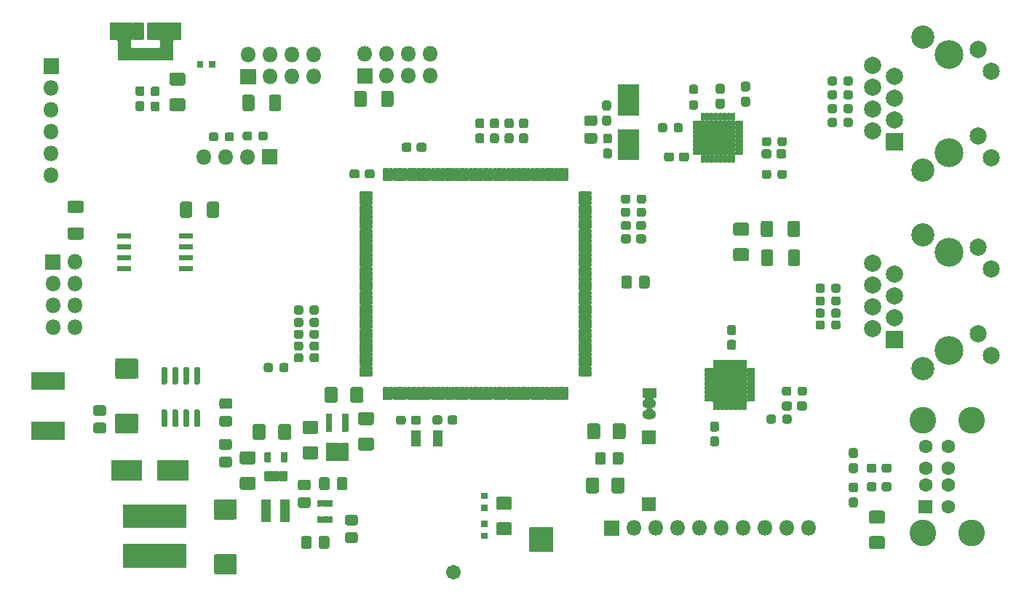
<source format=gbr>
G04 #@! TF.GenerationSoftware,KiCad,Pcbnew,5.1.10-88a1d61d58~90~ubuntu20.04.1*
G04 #@! TF.CreationDate,2021-09-12T22:34:26-04:00*
G04 #@! TF.ProjectId,UnwaryNuc,556e7761-7279-44e7-9563-2e6b69636164,rev?*
G04 #@! TF.SameCoordinates,Original*
G04 #@! TF.FileFunction,Soldermask,Top*
G04 #@! TF.FilePolarity,Negative*
%FSLAX46Y46*%
G04 Gerber Fmt 4.6, Leading zero omitted, Abs format (unit mm)*
G04 Created by KiCad (PCBNEW 5.1.10-88a1d61d58~90~ubuntu20.04.1) date 2021-09-12 22:34:26*
%MOMM*%
%LPD*%
G01*
G04 APERTURE LIST*
%ADD10O,1.802000X1.802000*%
%ADD11C,1.702000*%
%ADD12C,3.102000*%
%ADD13C,1.602000*%
%ADD14C,3.352000*%
%ADD15C,2.702000*%
%ADD16C,1.992000*%
%ADD17C,2.002000*%
%ADD18O,1.602000X1.152000*%
%ADD19C,0.100000*%
G04 APERTURE END LIST*
D10*
X179019200Y-119430800D03*
X176479200Y-119430800D03*
X173939200Y-119430800D03*
X171399200Y-119430800D03*
X168859200Y-119430800D03*
X166319200Y-119430800D03*
X163779200Y-119430800D03*
X161239200Y-119430800D03*
X158699200Y-119430800D03*
G36*
G01*
X157009200Y-120331800D02*
X155309200Y-120331800D01*
G75*
G02*
X155258200Y-120280800I0J51000D01*
G01*
X155258200Y-118580800D01*
G75*
G02*
X155309200Y-118529800I51000J0D01*
G01*
X157009200Y-118529800D01*
G75*
G02*
X157060200Y-118580800I0J-51000D01*
G01*
X157060200Y-120280800D01*
G75*
G02*
X157009200Y-120331800I-51000J0D01*
G01*
G37*
X108712000Y-76200000D03*
X111252000Y-76200000D03*
X113792000Y-76200000D03*
G36*
G01*
X115482000Y-75299000D02*
X117182000Y-75299000D01*
G75*
G02*
X117233000Y-75350000I0J-51000D01*
G01*
X117233000Y-77050000D01*
G75*
G02*
X117182000Y-77101000I-51000J0D01*
G01*
X115482000Y-77101000D01*
G75*
G02*
X115431000Y-77050000I0J51000D01*
G01*
X115431000Y-75350000D01*
G75*
G02*
X115482000Y-75299000I51000J0D01*
G01*
G37*
G36*
G01*
X111118000Y-74126200D02*
X111118000Y-73600200D01*
G75*
G02*
X111381000Y-73337200I263000J0D01*
G01*
X111932000Y-73337200D01*
G75*
G02*
X112195000Y-73600200I0J-263000D01*
G01*
X112195000Y-74126200D01*
G75*
G02*
X111932000Y-74389200I-263000J0D01*
G01*
X111381000Y-74389200D01*
G75*
G02*
X111118000Y-74126200I0J263000D01*
G01*
G37*
G36*
G01*
X109293000Y-74126200D02*
X109293000Y-73600200D01*
G75*
G02*
X109556000Y-73337200I263000J0D01*
G01*
X110107000Y-73337200D01*
G75*
G02*
X110370000Y-73600200I0J-263000D01*
G01*
X110370000Y-74126200D01*
G75*
G02*
X110107000Y-74389200I-263000J0D01*
G01*
X109556000Y-74389200D01*
G75*
G02*
X109293000Y-74126200I0J263000D01*
G01*
G37*
G36*
G01*
X115029600Y-74024600D02*
X115029600Y-73498600D01*
G75*
G02*
X115292600Y-73235600I263000J0D01*
G01*
X115843600Y-73235600D01*
G75*
G02*
X116106600Y-73498600I0J-263000D01*
G01*
X116106600Y-74024600D01*
G75*
G02*
X115843600Y-74287600I-263000J0D01*
G01*
X115292600Y-74287600D01*
G75*
G02*
X115029600Y-74024600I0J263000D01*
G01*
G37*
G36*
G01*
X113204600Y-74024600D02*
X113204600Y-73498600D01*
G75*
G02*
X113467600Y-73235600I263000J0D01*
G01*
X114018600Y-73235600D01*
G75*
G02*
X114281600Y-73498600I0J-263000D01*
G01*
X114281600Y-74024600D01*
G75*
G02*
X114018600Y-74287600I-263000J0D01*
G01*
X113467600Y-74287600D01*
G75*
G02*
X113204600Y-74024600I0J263000D01*
G01*
G37*
X135026400Y-64211200D03*
X135026400Y-66751200D03*
X132486400Y-64211200D03*
X132486400Y-66751200D03*
X129946400Y-64211200D03*
X129946400Y-66751200D03*
X127406400Y-64211200D03*
G36*
G01*
X128256400Y-67652200D02*
X126556400Y-67652200D01*
G75*
G02*
X126505400Y-67601200I0J51000D01*
G01*
X126505400Y-65901200D01*
G75*
G02*
X126556400Y-65850200I51000J0D01*
G01*
X128256400Y-65850200D01*
G75*
G02*
X128307400Y-65901200I0J-51000D01*
G01*
X128307400Y-67601200D01*
G75*
G02*
X128256400Y-67652200I-51000J0D01*
G01*
G37*
X121462800Y-64312800D03*
X121462800Y-66852800D03*
X118922800Y-64312800D03*
X118922800Y-66852800D03*
X116382800Y-64312800D03*
X116382800Y-66852800D03*
X113842800Y-64312800D03*
G36*
G01*
X114692800Y-67753800D02*
X112992800Y-67753800D01*
G75*
G02*
X112941800Y-67702800I0J51000D01*
G01*
X112941800Y-66002800D01*
G75*
G02*
X112992800Y-65951800I51000J0D01*
G01*
X114692800Y-65951800D01*
G75*
G02*
X114743800Y-66002800I0J-51000D01*
G01*
X114743800Y-67702800D01*
G75*
G02*
X114692800Y-67753800I-51000J0D01*
G01*
G37*
G36*
G01*
X129322200Y-70125356D02*
X129322200Y-68761844D01*
G75*
G02*
X129591444Y-68492600I269244J0D01*
G01*
X130479956Y-68492600D01*
G75*
G02*
X130749200Y-68761844I0J-269244D01*
G01*
X130749200Y-70125356D01*
G75*
G02*
X130479956Y-70394600I-269244J0D01*
G01*
X129591444Y-70394600D01*
G75*
G02*
X129322200Y-70125356I0J269244D01*
G01*
G37*
G36*
G01*
X126197200Y-70125356D02*
X126197200Y-68761844D01*
G75*
G02*
X126466444Y-68492600I269244J0D01*
G01*
X127354956Y-68492600D01*
G75*
G02*
X127624200Y-68761844I0J-269244D01*
G01*
X127624200Y-70125356D01*
G75*
G02*
X127354956Y-70394600I-269244J0D01*
G01*
X126466444Y-70394600D01*
G75*
G02*
X126197200Y-70125356I0J269244D01*
G01*
G37*
G36*
G01*
X116266600Y-70582556D02*
X116266600Y-69219044D01*
G75*
G02*
X116535844Y-68949800I269244J0D01*
G01*
X117424356Y-68949800D01*
G75*
G02*
X117693600Y-69219044I0J-269244D01*
G01*
X117693600Y-70582556D01*
G75*
G02*
X117424356Y-70851800I-269244J0D01*
G01*
X116535844Y-70851800D01*
G75*
G02*
X116266600Y-70582556I0J269244D01*
G01*
G37*
G36*
G01*
X113141600Y-70582556D02*
X113141600Y-69219044D01*
G75*
G02*
X113410844Y-68949800I269244J0D01*
G01*
X114299356Y-68949800D01*
G75*
G02*
X114568600Y-69219044I0J-269244D01*
G01*
X114568600Y-70582556D01*
G75*
G02*
X114299356Y-70851800I-269244J0D01*
G01*
X113410844Y-70851800D01*
G75*
G02*
X113141600Y-70582556I0J269244D01*
G01*
G37*
G36*
G01*
X162592400Y-72533400D02*
X162592400Y-73059400D01*
G75*
G02*
X162329400Y-73322400I-263000J0D01*
G01*
X161778400Y-73322400D01*
G75*
G02*
X161515400Y-73059400I0J263000D01*
G01*
X161515400Y-72533400D01*
G75*
G02*
X161778400Y-72270400I263000J0D01*
G01*
X162329400Y-72270400D01*
G75*
G02*
X162592400Y-72533400I0J-263000D01*
G01*
G37*
G36*
G01*
X164417400Y-72533400D02*
X164417400Y-73059400D01*
G75*
G02*
X164154400Y-73322400I-263000J0D01*
G01*
X163603400Y-73322400D01*
G75*
G02*
X163340400Y-73059400I0J263000D01*
G01*
X163340400Y-72533400D01*
G75*
G02*
X163603400Y-72270400I263000J0D01*
G01*
X164154400Y-72270400D01*
G75*
G02*
X164417400Y-72533400I0J-263000D01*
G01*
G37*
X93675200Y-96062800D03*
X91135200Y-96062800D03*
X93675200Y-93522800D03*
X91135200Y-93522800D03*
X93675200Y-90982800D03*
X91135200Y-90982800D03*
X93675200Y-88442800D03*
G36*
G01*
X90234200Y-89292800D02*
X90234200Y-87592800D01*
G75*
G02*
X90285200Y-87541800I51000J0D01*
G01*
X91985200Y-87541800D01*
G75*
G02*
X92036200Y-87592800I0J-51000D01*
G01*
X92036200Y-89292800D01*
G75*
G02*
X91985200Y-89343800I-51000J0D01*
G01*
X90285200Y-89343800D01*
G75*
G02*
X90234200Y-89292800I0J51000D01*
G01*
G37*
G36*
G01*
X94458556Y-82717000D02*
X93095044Y-82717000D01*
G75*
G02*
X92825800Y-82447756I0J269244D01*
G01*
X92825800Y-81559244D01*
G75*
G02*
X93095044Y-81290000I269244J0D01*
G01*
X94458556Y-81290000D01*
G75*
G02*
X94727800Y-81559244I0J-269244D01*
G01*
X94727800Y-82447756D01*
G75*
G02*
X94458556Y-82717000I-269244J0D01*
G01*
G37*
G36*
G01*
X94458556Y-85842000D02*
X93095044Y-85842000D01*
G75*
G02*
X92825800Y-85572756I0J269244D01*
G01*
X92825800Y-84684244D01*
G75*
G02*
X93095044Y-84415000I269244J0D01*
G01*
X94458556Y-84415000D01*
G75*
G02*
X94727800Y-84684244I0J-269244D01*
G01*
X94727800Y-85572756D01*
G75*
G02*
X94458556Y-85842000I-269244J0D01*
G01*
G37*
G36*
G01*
X98603400Y-85654500D02*
X98603400Y-85121100D01*
G75*
G02*
X98654400Y-85070100I51000J0D01*
G01*
X100127600Y-85070100D01*
G75*
G02*
X100178600Y-85121100I0J-51000D01*
G01*
X100178600Y-85654500D01*
G75*
G02*
X100127600Y-85705500I-51000J0D01*
G01*
X98654400Y-85705500D01*
G75*
G02*
X98603400Y-85654500I0J51000D01*
G01*
G37*
G36*
G01*
X98603400Y-86924500D02*
X98603400Y-86391100D01*
G75*
G02*
X98654400Y-86340100I51000J0D01*
G01*
X100127600Y-86340100D01*
G75*
G02*
X100178600Y-86391100I0J-51000D01*
G01*
X100178600Y-86924500D01*
G75*
G02*
X100127600Y-86975500I-51000J0D01*
G01*
X98654400Y-86975500D01*
G75*
G02*
X98603400Y-86924500I0J51000D01*
G01*
G37*
G36*
G01*
X98603400Y-88194500D02*
X98603400Y-87661100D01*
G75*
G02*
X98654400Y-87610100I51000J0D01*
G01*
X100127600Y-87610100D01*
G75*
G02*
X100178600Y-87661100I0J-51000D01*
G01*
X100178600Y-88194500D01*
G75*
G02*
X100127600Y-88245500I-51000J0D01*
G01*
X98654400Y-88245500D01*
G75*
G02*
X98603400Y-88194500I0J51000D01*
G01*
G37*
G36*
G01*
X98603400Y-89464500D02*
X98603400Y-88931100D01*
G75*
G02*
X98654400Y-88880100I51000J0D01*
G01*
X100127600Y-88880100D01*
G75*
G02*
X100178600Y-88931100I0J-51000D01*
G01*
X100178600Y-89464500D01*
G75*
G02*
X100127600Y-89515500I-51000J0D01*
G01*
X98654400Y-89515500D01*
G75*
G02*
X98603400Y-89464500I0J51000D01*
G01*
G37*
G36*
G01*
X105842400Y-89464500D02*
X105842400Y-88931100D01*
G75*
G02*
X105893400Y-88880100I51000J0D01*
G01*
X107366600Y-88880100D01*
G75*
G02*
X107417600Y-88931100I0J-51000D01*
G01*
X107417600Y-89464500D01*
G75*
G02*
X107366600Y-89515500I-51000J0D01*
G01*
X105893400Y-89515500D01*
G75*
G02*
X105842400Y-89464500I0J51000D01*
G01*
G37*
G36*
G01*
X105842400Y-88194500D02*
X105842400Y-87661100D01*
G75*
G02*
X105893400Y-87610100I51000J0D01*
G01*
X107366600Y-87610100D01*
G75*
G02*
X107417600Y-87661100I0J-51000D01*
G01*
X107417600Y-88194500D01*
G75*
G02*
X107366600Y-88245500I-51000J0D01*
G01*
X105893400Y-88245500D01*
G75*
G02*
X105842400Y-88194500I0J51000D01*
G01*
G37*
G36*
G01*
X105842400Y-86924500D02*
X105842400Y-86391100D01*
G75*
G02*
X105893400Y-86340100I51000J0D01*
G01*
X107366600Y-86340100D01*
G75*
G02*
X107417600Y-86391100I0J-51000D01*
G01*
X107417600Y-86924500D01*
G75*
G02*
X107366600Y-86975500I-51000J0D01*
G01*
X105893400Y-86975500D01*
G75*
G02*
X105842400Y-86924500I0J51000D01*
G01*
G37*
G36*
G01*
X105842400Y-85654500D02*
X105842400Y-85121100D01*
G75*
G02*
X105893400Y-85070100I51000J0D01*
G01*
X107366600Y-85070100D01*
G75*
G02*
X107417600Y-85121100I0J-51000D01*
G01*
X107417600Y-85654500D01*
G75*
G02*
X107366600Y-85705500I-51000J0D01*
G01*
X105893400Y-85705500D01*
G75*
G02*
X105842400Y-85654500I0J51000D01*
G01*
G37*
G36*
G01*
X109053000Y-83028556D02*
X109053000Y-81665044D01*
G75*
G02*
X109322244Y-81395800I269244J0D01*
G01*
X110210756Y-81395800D01*
G75*
G02*
X110480000Y-81665044I0J-269244D01*
G01*
X110480000Y-83028556D01*
G75*
G02*
X110210756Y-83297800I-269244J0D01*
G01*
X109322244Y-83297800D01*
G75*
G02*
X109053000Y-83028556I0J269244D01*
G01*
G37*
G36*
G01*
X105928000Y-83028556D02*
X105928000Y-81665044D01*
G75*
G02*
X106197244Y-81395800I269244J0D01*
G01*
X107085756Y-81395800D01*
G75*
G02*
X107355000Y-81665044I0J-269244D01*
G01*
X107355000Y-83028556D01*
G75*
G02*
X107085756Y-83297800I-269244J0D01*
G01*
X106197244Y-83297800D01*
G75*
G02*
X105928000Y-83028556I0J269244D01*
G01*
G37*
G36*
G01*
X168494600Y-69412800D02*
X169020600Y-69412800D01*
G75*
G02*
X169283600Y-69675800I0J-263000D01*
G01*
X169283600Y-70326800D01*
G75*
G02*
X169020600Y-70589800I-263000J0D01*
G01*
X168494600Y-70589800D01*
G75*
G02*
X168231600Y-70326800I0J263000D01*
G01*
X168231600Y-69675800D01*
G75*
G02*
X168494600Y-69412800I263000J0D01*
G01*
G37*
G36*
G01*
X168494600Y-67687800D02*
X169020600Y-67687800D01*
G75*
G02*
X169283600Y-67950800I0J-263000D01*
G01*
X169283600Y-68601800D01*
G75*
G02*
X169020600Y-68864800I-263000J0D01*
G01*
X168494600Y-68864800D01*
G75*
G02*
X168231600Y-68601800I0J263000D01*
G01*
X168231600Y-67950800D01*
G75*
G02*
X168494600Y-67687800I263000J0D01*
G01*
G37*
G36*
G01*
X120849428Y-115018600D02*
X119891772Y-115018600D01*
G75*
G02*
X119619600Y-114746428I0J272172D01*
G01*
X119619600Y-114038772D01*
G75*
G02*
X119891772Y-113766600I272172J0D01*
G01*
X120849428Y-113766600D01*
G75*
G02*
X121121600Y-114038772I0J-272172D01*
G01*
X121121600Y-114746428D01*
G75*
G02*
X120849428Y-115018600I-272172J0D01*
G01*
G37*
G36*
G01*
X120849428Y-117068600D02*
X119891772Y-117068600D01*
G75*
G02*
X119619600Y-116796428I0J272172D01*
G01*
X119619600Y-116088772D01*
G75*
G02*
X119891772Y-115816600I272172J0D01*
G01*
X120849428Y-115816600D01*
G75*
G02*
X121121600Y-116088772I0J-272172D01*
G01*
X121121600Y-116796428D01*
G75*
G02*
X120849428Y-117068600I-272172J0D01*
G01*
G37*
G36*
G01*
X125378172Y-119906000D02*
X126335828Y-119906000D01*
G75*
G02*
X126608000Y-120178172I0J-272172D01*
G01*
X126608000Y-120885828D01*
G75*
G02*
X126335828Y-121158000I-272172J0D01*
G01*
X125378172Y-121158000D01*
G75*
G02*
X125106000Y-120885828I0J272172D01*
G01*
X125106000Y-120178172D01*
G75*
G02*
X125378172Y-119906000I272172J0D01*
G01*
G37*
G36*
G01*
X125378172Y-117856000D02*
X126335828Y-117856000D01*
G75*
G02*
X126608000Y-118128172I0J-272172D01*
G01*
X126608000Y-118835828D01*
G75*
G02*
X126335828Y-119108000I-272172J0D01*
G01*
X125378172Y-119108000D01*
G75*
G02*
X125106000Y-118835828I0J272172D01*
G01*
X125106000Y-118128172D01*
G75*
G02*
X125378172Y-117856000I272172J0D01*
G01*
G37*
G36*
G01*
X180931200Y-91227800D02*
X180931200Y-91753800D01*
G75*
G02*
X180668200Y-92016800I-263000J0D01*
G01*
X180117200Y-92016800D01*
G75*
G02*
X179854200Y-91753800I0J263000D01*
G01*
X179854200Y-91227800D01*
G75*
G02*
X180117200Y-90964800I263000J0D01*
G01*
X180668200Y-90964800D01*
G75*
G02*
X180931200Y-91227800I0J-263000D01*
G01*
G37*
G36*
G01*
X182756200Y-91227800D02*
X182756200Y-91753800D01*
G75*
G02*
X182493200Y-92016800I-263000J0D01*
G01*
X181942200Y-92016800D01*
G75*
G02*
X181679200Y-91753800I0J263000D01*
G01*
X181679200Y-91227800D01*
G75*
G02*
X181942200Y-90964800I263000J0D01*
G01*
X182493200Y-90964800D01*
G75*
G02*
X182756200Y-91227800I0J-263000D01*
G01*
G37*
G36*
G01*
X182353600Y-67097800D02*
X182353600Y-67623800D01*
G75*
G02*
X182090600Y-67886800I-263000J0D01*
G01*
X181539600Y-67886800D01*
G75*
G02*
X181276600Y-67623800I0J263000D01*
G01*
X181276600Y-67097800D01*
G75*
G02*
X181539600Y-66834800I263000J0D01*
G01*
X182090600Y-66834800D01*
G75*
G02*
X182353600Y-67097800I0J-263000D01*
G01*
G37*
G36*
G01*
X184178600Y-67097800D02*
X184178600Y-67623800D01*
G75*
G02*
X183915600Y-67886800I-263000J0D01*
G01*
X183364600Y-67886800D01*
G75*
G02*
X183101600Y-67623800I0J263000D01*
G01*
X183101600Y-67097800D01*
G75*
G02*
X183364600Y-66834800I263000J0D01*
G01*
X183915600Y-66834800D01*
G75*
G02*
X184178600Y-67097800I0J-263000D01*
G01*
G37*
G36*
G01*
X180931200Y-92701000D02*
X180931200Y-93227000D01*
G75*
G02*
X180668200Y-93490000I-263000J0D01*
G01*
X180117200Y-93490000D01*
G75*
G02*
X179854200Y-93227000I0J263000D01*
G01*
X179854200Y-92701000D01*
G75*
G02*
X180117200Y-92438000I263000J0D01*
G01*
X180668200Y-92438000D01*
G75*
G02*
X180931200Y-92701000I0J-263000D01*
G01*
G37*
G36*
G01*
X182756200Y-92701000D02*
X182756200Y-93227000D01*
G75*
G02*
X182493200Y-93490000I-263000J0D01*
G01*
X181942200Y-93490000D01*
G75*
G02*
X181679200Y-93227000I0J263000D01*
G01*
X181679200Y-92701000D01*
G75*
G02*
X181942200Y-92438000I263000J0D01*
G01*
X182493200Y-92438000D01*
G75*
G02*
X182756200Y-92701000I0J-263000D01*
G01*
G37*
G36*
G01*
X182353600Y-70315132D02*
X182353600Y-70841132D01*
G75*
G02*
X182090600Y-71104132I-263000J0D01*
G01*
X181539600Y-71104132D01*
G75*
G02*
X181276600Y-70841132I0J263000D01*
G01*
X181276600Y-70315132D01*
G75*
G02*
X181539600Y-70052132I263000J0D01*
G01*
X182090600Y-70052132D01*
G75*
G02*
X182353600Y-70315132I0J-263000D01*
G01*
G37*
G36*
G01*
X184178600Y-70315132D02*
X184178600Y-70841132D01*
G75*
G02*
X183915600Y-71104132I-263000J0D01*
G01*
X183364600Y-71104132D01*
G75*
G02*
X183101600Y-70841132I0J263000D01*
G01*
X183101600Y-70315132D01*
G75*
G02*
X183364600Y-70052132I263000J0D01*
G01*
X183915600Y-70052132D01*
G75*
G02*
X184178600Y-70315132I0J-263000D01*
G01*
G37*
G36*
G01*
X180931200Y-94123400D02*
X180931200Y-94649400D01*
G75*
G02*
X180668200Y-94912400I-263000J0D01*
G01*
X180117200Y-94912400D01*
G75*
G02*
X179854200Y-94649400I0J263000D01*
G01*
X179854200Y-94123400D01*
G75*
G02*
X180117200Y-93860400I263000J0D01*
G01*
X180668200Y-93860400D01*
G75*
G02*
X180931200Y-94123400I0J-263000D01*
G01*
G37*
G36*
G01*
X182756200Y-94123400D02*
X182756200Y-94649400D01*
G75*
G02*
X182493200Y-94912400I-263000J0D01*
G01*
X181942200Y-94912400D01*
G75*
G02*
X181679200Y-94649400I0J263000D01*
G01*
X181679200Y-94123400D01*
G75*
G02*
X181942200Y-93860400I263000J0D01*
G01*
X182493200Y-93860400D01*
G75*
G02*
X182756200Y-94123400I0J-263000D01*
G01*
G37*
G36*
G01*
X182353600Y-68706466D02*
X182353600Y-69232466D01*
G75*
G02*
X182090600Y-69495466I-263000J0D01*
G01*
X181539600Y-69495466D01*
G75*
G02*
X181276600Y-69232466I0J263000D01*
G01*
X181276600Y-68706466D01*
G75*
G02*
X181539600Y-68443466I263000J0D01*
G01*
X182090600Y-68443466D01*
G75*
G02*
X182353600Y-68706466I0J-263000D01*
G01*
G37*
G36*
G01*
X184178600Y-68706466D02*
X184178600Y-69232466D01*
G75*
G02*
X183915600Y-69495466I-263000J0D01*
G01*
X183364600Y-69495466D01*
G75*
G02*
X183101600Y-69232466I0J263000D01*
G01*
X183101600Y-68706466D01*
G75*
G02*
X183364600Y-68443466I263000J0D01*
G01*
X183915600Y-68443466D01*
G75*
G02*
X184178600Y-68706466I0J-263000D01*
G01*
G37*
G36*
G01*
X180931200Y-95495000D02*
X180931200Y-96021000D01*
G75*
G02*
X180668200Y-96284000I-263000J0D01*
G01*
X180117200Y-96284000D01*
G75*
G02*
X179854200Y-96021000I0J263000D01*
G01*
X179854200Y-95495000D01*
G75*
G02*
X180117200Y-95232000I263000J0D01*
G01*
X180668200Y-95232000D01*
G75*
G02*
X180931200Y-95495000I0J-263000D01*
G01*
G37*
G36*
G01*
X182756200Y-95495000D02*
X182756200Y-96021000D01*
G75*
G02*
X182493200Y-96284000I-263000J0D01*
G01*
X181942200Y-96284000D01*
G75*
G02*
X181679200Y-96021000I0J263000D01*
G01*
X181679200Y-95495000D01*
G75*
G02*
X181942200Y-95232000I263000J0D01*
G01*
X182493200Y-95232000D01*
G75*
G02*
X182756200Y-95495000I0J-263000D01*
G01*
G37*
G36*
G01*
X182353600Y-71923800D02*
X182353600Y-72449800D01*
G75*
G02*
X182090600Y-72712800I-263000J0D01*
G01*
X181539600Y-72712800D01*
G75*
G02*
X181276600Y-72449800I0J263000D01*
G01*
X181276600Y-71923800D01*
G75*
G02*
X181539600Y-71660800I263000J0D01*
G01*
X182090600Y-71660800D01*
G75*
G02*
X182353600Y-71923800I0J-263000D01*
G01*
G37*
G36*
G01*
X184178600Y-71923800D02*
X184178600Y-72449800D01*
G75*
G02*
X183915600Y-72712800I-263000J0D01*
G01*
X183364600Y-72712800D01*
G75*
G02*
X183101600Y-72449800I0J263000D01*
G01*
X183101600Y-71923800D01*
G75*
G02*
X183364600Y-71660800I263000J0D01*
G01*
X183915600Y-71660800D01*
G75*
G02*
X184178600Y-71923800I0J-263000D01*
G01*
G37*
G36*
G01*
X175989600Y-106993800D02*
X175989600Y-106467800D01*
G75*
G02*
X176252600Y-106204800I263000J0D01*
G01*
X176803600Y-106204800D01*
G75*
G02*
X177066600Y-106467800I0J-263000D01*
G01*
X177066600Y-106993800D01*
G75*
G02*
X176803600Y-107256800I-263000J0D01*
G01*
X176252600Y-107256800D01*
G75*
G02*
X175989600Y-106993800I0J263000D01*
G01*
G37*
G36*
G01*
X174164600Y-106993800D02*
X174164600Y-106467800D01*
G75*
G02*
X174427600Y-106204800I263000J0D01*
G01*
X174978600Y-106204800D01*
G75*
G02*
X175241600Y-106467800I0J-263000D01*
G01*
X175241600Y-106993800D01*
G75*
G02*
X174978600Y-107256800I-263000J0D01*
G01*
X174427600Y-107256800D01*
G75*
G02*
X174164600Y-106993800I0J263000D01*
G01*
G37*
G36*
G01*
X175430800Y-78495000D02*
X175430800Y-77969000D01*
G75*
G02*
X175693800Y-77706000I263000J0D01*
G01*
X176244800Y-77706000D01*
G75*
G02*
X176507800Y-77969000I0J-263000D01*
G01*
X176507800Y-78495000D01*
G75*
G02*
X176244800Y-78758000I-263000J0D01*
G01*
X175693800Y-78758000D01*
G75*
G02*
X175430800Y-78495000I0J263000D01*
G01*
G37*
G36*
G01*
X173605800Y-78495000D02*
X173605800Y-77969000D01*
G75*
G02*
X173868800Y-77706000I263000J0D01*
G01*
X174419800Y-77706000D01*
G75*
G02*
X174682800Y-77969000I0J-263000D01*
G01*
X174682800Y-78495000D01*
G75*
G02*
X174419800Y-78758000I-263000J0D01*
G01*
X173868800Y-78758000D01*
G75*
G02*
X173605800Y-78495000I0J263000D01*
G01*
G37*
G36*
G01*
X177767600Y-103742600D02*
X177767600Y-103216600D01*
G75*
G02*
X178030600Y-102953600I263000J0D01*
G01*
X178581600Y-102953600D01*
G75*
G02*
X178844600Y-103216600I0J-263000D01*
G01*
X178844600Y-103742600D01*
G75*
G02*
X178581600Y-104005600I-263000J0D01*
G01*
X178030600Y-104005600D01*
G75*
G02*
X177767600Y-103742600I0J263000D01*
G01*
G37*
G36*
G01*
X175942600Y-103742600D02*
X175942600Y-103216600D01*
G75*
G02*
X176205600Y-102953600I263000J0D01*
G01*
X176756600Y-102953600D01*
G75*
G02*
X177019600Y-103216600I0J-263000D01*
G01*
X177019600Y-103742600D01*
G75*
G02*
X176756600Y-104005600I-263000J0D01*
G01*
X176205600Y-104005600D01*
G75*
G02*
X175942600Y-103742600I0J263000D01*
G01*
G37*
G36*
G01*
X175430800Y-74685000D02*
X175430800Y-74159000D01*
G75*
G02*
X175693800Y-73896000I263000J0D01*
G01*
X176244800Y-73896000D01*
G75*
G02*
X176507800Y-74159000I0J-263000D01*
G01*
X176507800Y-74685000D01*
G75*
G02*
X176244800Y-74948000I-263000J0D01*
G01*
X175693800Y-74948000D01*
G75*
G02*
X175430800Y-74685000I0J263000D01*
G01*
G37*
G36*
G01*
X173605800Y-74685000D02*
X173605800Y-74159000D01*
G75*
G02*
X173868800Y-73896000I263000J0D01*
G01*
X174419800Y-73896000D01*
G75*
G02*
X174682800Y-74159000I0J-263000D01*
G01*
X174682800Y-74685000D01*
G75*
G02*
X174419800Y-74948000I-263000J0D01*
G01*
X173868800Y-74948000D01*
G75*
G02*
X173605800Y-74685000I0J263000D01*
G01*
G37*
G36*
G01*
X165921800Y-68866400D02*
X165395800Y-68866400D01*
G75*
G02*
X165132800Y-68603400I0J263000D01*
G01*
X165132800Y-68052400D01*
G75*
G02*
X165395800Y-67789400I263000J0D01*
G01*
X165921800Y-67789400D01*
G75*
G02*
X166184800Y-68052400I0J-263000D01*
G01*
X166184800Y-68603400D01*
G75*
G02*
X165921800Y-68866400I-263000J0D01*
G01*
G37*
G36*
G01*
X165921800Y-70691400D02*
X165395800Y-70691400D01*
G75*
G02*
X165132800Y-70428400I0J263000D01*
G01*
X165132800Y-69877400D01*
G75*
G02*
X165395800Y-69614400I263000J0D01*
G01*
X165921800Y-69614400D01*
G75*
G02*
X166184800Y-69877400I0J-263000D01*
G01*
X166184800Y-70428400D01*
G75*
G02*
X165921800Y-70691400I-263000J0D01*
G01*
G37*
G36*
G01*
X159047800Y-81365200D02*
X159047800Y-80839200D01*
G75*
G02*
X159310800Y-80576200I263000J0D01*
G01*
X159861800Y-80576200D01*
G75*
G02*
X160124800Y-80839200I0J-263000D01*
G01*
X160124800Y-81365200D01*
G75*
G02*
X159861800Y-81628200I-263000J0D01*
G01*
X159310800Y-81628200D01*
G75*
G02*
X159047800Y-81365200I0J263000D01*
G01*
G37*
G36*
G01*
X157222800Y-81365200D02*
X157222800Y-80839200D01*
G75*
G02*
X157485800Y-80576200I263000J0D01*
G01*
X158036800Y-80576200D01*
G75*
G02*
X158299800Y-80839200I0J-263000D01*
G01*
X158299800Y-81365200D01*
G75*
G02*
X158036800Y-81628200I-263000J0D01*
G01*
X157485800Y-81628200D01*
G75*
G02*
X157222800Y-81365200I0J263000D01*
G01*
G37*
G36*
G01*
X159047800Y-82906133D02*
X159047800Y-82380133D01*
G75*
G02*
X159310800Y-82117133I263000J0D01*
G01*
X159861800Y-82117133D01*
G75*
G02*
X160124800Y-82380133I0J-263000D01*
G01*
X160124800Y-82906133D01*
G75*
G02*
X159861800Y-83169133I-263000J0D01*
G01*
X159310800Y-83169133D01*
G75*
G02*
X159047800Y-82906133I0J263000D01*
G01*
G37*
G36*
G01*
X157222800Y-82906133D02*
X157222800Y-82380133D01*
G75*
G02*
X157485800Y-82117133I263000J0D01*
G01*
X158036800Y-82117133D01*
G75*
G02*
X158299800Y-82380133I0J-263000D01*
G01*
X158299800Y-82906133D01*
G75*
G02*
X158036800Y-83169133I-263000J0D01*
G01*
X157485800Y-83169133D01*
G75*
G02*
X157222800Y-82906133I0J263000D01*
G01*
G37*
G36*
G01*
X116720000Y-100473400D02*
X116720000Y-100999400D01*
G75*
G02*
X116457000Y-101262400I-263000J0D01*
G01*
X115906000Y-101262400D01*
G75*
G02*
X115643000Y-100999400I0J263000D01*
G01*
X115643000Y-100473400D01*
G75*
G02*
X115906000Y-100210400I263000J0D01*
G01*
X116457000Y-100210400D01*
G75*
G02*
X116720000Y-100473400I0J-263000D01*
G01*
G37*
G36*
G01*
X118545000Y-100473400D02*
X118545000Y-100999400D01*
G75*
G02*
X118282000Y-101262400I-263000J0D01*
G01*
X117731000Y-101262400D01*
G75*
G02*
X117468000Y-100999400I0J263000D01*
G01*
X117468000Y-100473400D01*
G75*
G02*
X117731000Y-100210400I263000J0D01*
G01*
X118282000Y-100210400D01*
G75*
G02*
X118545000Y-100473400I0J-263000D01*
G01*
G37*
G36*
G01*
X120998600Y-99856400D02*
X120998600Y-99330400D01*
G75*
G02*
X121261600Y-99067400I263000J0D01*
G01*
X121812600Y-99067400D01*
G75*
G02*
X122075600Y-99330400I0J-263000D01*
G01*
X122075600Y-99856400D01*
G75*
G02*
X121812600Y-100119400I-263000J0D01*
G01*
X121261600Y-100119400D01*
G75*
G02*
X120998600Y-99856400I0J263000D01*
G01*
G37*
G36*
G01*
X119173600Y-99856400D02*
X119173600Y-99330400D01*
G75*
G02*
X119436600Y-99067400I263000J0D01*
G01*
X119987600Y-99067400D01*
G75*
G02*
X120250600Y-99330400I0J-263000D01*
G01*
X120250600Y-99856400D01*
G75*
G02*
X119987600Y-100119400I-263000J0D01*
G01*
X119436600Y-100119400D01*
G75*
G02*
X119173600Y-99856400I0J263000D01*
G01*
G37*
G36*
G01*
X120998600Y-98484800D02*
X120998600Y-97958800D01*
G75*
G02*
X121261600Y-97695800I263000J0D01*
G01*
X121812600Y-97695800D01*
G75*
G02*
X122075600Y-97958800I0J-263000D01*
G01*
X122075600Y-98484800D01*
G75*
G02*
X121812600Y-98747800I-263000J0D01*
G01*
X121261600Y-98747800D01*
G75*
G02*
X120998600Y-98484800I0J263000D01*
G01*
G37*
G36*
G01*
X119173600Y-98484800D02*
X119173600Y-97958800D01*
G75*
G02*
X119436600Y-97695800I263000J0D01*
G01*
X119987600Y-97695800D01*
G75*
G02*
X120250600Y-97958800I0J-263000D01*
G01*
X120250600Y-98484800D01*
G75*
G02*
X119987600Y-98747800I-263000J0D01*
G01*
X119436600Y-98747800D01*
G75*
G02*
X119173600Y-98484800I0J263000D01*
G01*
G37*
G36*
G01*
X120998600Y-97113200D02*
X120998600Y-96587200D01*
G75*
G02*
X121261600Y-96324200I263000J0D01*
G01*
X121812600Y-96324200D01*
G75*
G02*
X122075600Y-96587200I0J-263000D01*
G01*
X122075600Y-97113200D01*
G75*
G02*
X121812600Y-97376200I-263000J0D01*
G01*
X121261600Y-97376200D01*
G75*
G02*
X120998600Y-97113200I0J263000D01*
G01*
G37*
G36*
G01*
X119173600Y-97113200D02*
X119173600Y-96587200D01*
G75*
G02*
X119436600Y-96324200I263000J0D01*
G01*
X119987600Y-96324200D01*
G75*
G02*
X120250600Y-96587200I0J-263000D01*
G01*
X120250600Y-97113200D01*
G75*
G02*
X119987600Y-97376200I-263000J0D01*
G01*
X119436600Y-97376200D01*
G75*
G02*
X119173600Y-97113200I0J263000D01*
G01*
G37*
G36*
G01*
X120998600Y-95741600D02*
X120998600Y-95215600D01*
G75*
G02*
X121261600Y-94952600I263000J0D01*
G01*
X121812600Y-94952600D01*
G75*
G02*
X122075600Y-95215600I0J-263000D01*
G01*
X122075600Y-95741600D01*
G75*
G02*
X121812600Y-96004600I-263000J0D01*
G01*
X121261600Y-96004600D01*
G75*
G02*
X120998600Y-95741600I0J263000D01*
G01*
G37*
G36*
G01*
X119173600Y-95741600D02*
X119173600Y-95215600D01*
G75*
G02*
X119436600Y-94952600I263000J0D01*
G01*
X119987600Y-94952600D01*
G75*
G02*
X120250600Y-95215600I0J-263000D01*
G01*
X120250600Y-95741600D01*
G75*
G02*
X119987600Y-96004600I-263000J0D01*
G01*
X119436600Y-96004600D01*
G75*
G02*
X119173600Y-95741600I0J263000D01*
G01*
G37*
G36*
G01*
X120998600Y-94293800D02*
X120998600Y-93767800D01*
G75*
G02*
X121261600Y-93504800I263000J0D01*
G01*
X121812600Y-93504800D01*
G75*
G02*
X122075600Y-93767800I0J-263000D01*
G01*
X122075600Y-94293800D01*
G75*
G02*
X121812600Y-94556800I-263000J0D01*
G01*
X121261600Y-94556800D01*
G75*
G02*
X120998600Y-94293800I0J263000D01*
G01*
G37*
G36*
G01*
X119173600Y-94293800D02*
X119173600Y-93767800D01*
G75*
G02*
X119436600Y-93504800I263000J0D01*
G01*
X119987600Y-93504800D01*
G75*
G02*
X120250600Y-93767800I0J-263000D01*
G01*
X120250600Y-94293800D01*
G75*
G02*
X119987600Y-94556800I-263000J0D01*
G01*
X119436600Y-94556800D01*
G75*
G02*
X119173600Y-94293800I0J263000D01*
G01*
G37*
G36*
G01*
X167834200Y-108732000D02*
X168360200Y-108732000D01*
G75*
G02*
X168623200Y-108995000I0J-263000D01*
G01*
X168623200Y-109646000D01*
G75*
G02*
X168360200Y-109909000I-263000J0D01*
G01*
X167834200Y-109909000D01*
G75*
G02*
X167571200Y-109646000I0J263000D01*
G01*
X167571200Y-108995000D01*
G75*
G02*
X167834200Y-108732000I263000J0D01*
G01*
G37*
G36*
G01*
X167834200Y-107007000D02*
X168360200Y-107007000D01*
G75*
G02*
X168623200Y-107270000I0J-263000D01*
G01*
X168623200Y-107921000D01*
G75*
G02*
X168360200Y-108184000I-263000J0D01*
G01*
X167834200Y-108184000D01*
G75*
G02*
X167571200Y-107921000I0J263000D01*
G01*
X167571200Y-107270000D01*
G75*
G02*
X167834200Y-107007000I263000J0D01*
G01*
G37*
G36*
G01*
X169815400Y-97505200D02*
X170341400Y-97505200D01*
G75*
G02*
X170604400Y-97768200I0J-263000D01*
G01*
X170604400Y-98419200D01*
G75*
G02*
X170341400Y-98682200I-263000J0D01*
G01*
X169815400Y-98682200D01*
G75*
G02*
X169552400Y-98419200I0J263000D01*
G01*
X169552400Y-97768200D01*
G75*
G02*
X169815400Y-97505200I263000J0D01*
G01*
G37*
G36*
G01*
X169815400Y-95780200D02*
X170341400Y-95780200D01*
G75*
G02*
X170604400Y-96043200I0J-263000D01*
G01*
X170604400Y-96694200D01*
G75*
G02*
X170341400Y-96957200I-263000J0D01*
G01*
X169815400Y-96957200D01*
G75*
G02*
X169552400Y-96694200I0J263000D01*
G01*
X169552400Y-96043200D01*
G75*
G02*
X169815400Y-95780200I263000J0D01*
G01*
G37*
G36*
G01*
X163404700Y-75937000D02*
X163404700Y-76463000D01*
G75*
G02*
X163141700Y-76726000I-263000J0D01*
G01*
X162490700Y-76726000D01*
G75*
G02*
X162227700Y-76463000I0J263000D01*
G01*
X162227700Y-75937000D01*
G75*
G02*
X162490700Y-75674000I263000J0D01*
G01*
X163141700Y-75674000D01*
G75*
G02*
X163404700Y-75937000I0J-263000D01*
G01*
G37*
G36*
G01*
X165129700Y-75937000D02*
X165129700Y-76463000D01*
G75*
G02*
X164866700Y-76726000I-263000J0D01*
G01*
X164215700Y-76726000D01*
G75*
G02*
X163952700Y-76463000I0J263000D01*
G01*
X163952700Y-75937000D01*
G75*
G02*
X164215700Y-75674000I263000J0D01*
G01*
X164866700Y-75674000D01*
G75*
G02*
X165129700Y-75937000I0J-263000D01*
G01*
G37*
G36*
G01*
X176617000Y-85263756D02*
X176617000Y-83900244D01*
G75*
G02*
X176886244Y-83631000I269244J0D01*
G01*
X177774756Y-83631000D01*
G75*
G02*
X178044000Y-83900244I0J-269244D01*
G01*
X178044000Y-85263756D01*
G75*
G02*
X177774756Y-85533000I-269244J0D01*
G01*
X176886244Y-85533000D01*
G75*
G02*
X176617000Y-85263756I0J269244D01*
G01*
G37*
G36*
G01*
X173492000Y-85263756D02*
X173492000Y-83900244D01*
G75*
G02*
X173761244Y-83631000I269244J0D01*
G01*
X174649756Y-83631000D01*
G75*
G02*
X174919000Y-83900244I0J-269244D01*
G01*
X174919000Y-85263756D01*
G75*
G02*
X174649756Y-85533000I-269244J0D01*
G01*
X173761244Y-85533000D01*
G75*
G02*
X173492000Y-85263756I0J269244D01*
G01*
G37*
G36*
G01*
X176629300Y-88616556D02*
X176629300Y-87253044D01*
G75*
G02*
X176898544Y-86983800I269244J0D01*
G01*
X177787056Y-86983800D01*
G75*
G02*
X178056300Y-87253044I0J-269244D01*
G01*
X178056300Y-88616556D01*
G75*
G02*
X177787056Y-88885800I-269244J0D01*
G01*
X176898544Y-88885800D01*
G75*
G02*
X176629300Y-88616556I0J269244D01*
G01*
G37*
G36*
G01*
X173504300Y-88616556D02*
X173504300Y-87253044D01*
G75*
G02*
X173773544Y-86983800I269244J0D01*
G01*
X174662056Y-86983800D01*
G75*
G02*
X174931300Y-87253044I0J-269244D01*
G01*
X174931300Y-88616556D01*
G75*
G02*
X174662056Y-88885800I-269244J0D01*
G01*
X173773544Y-88885800D01*
G75*
G02*
X173504300Y-88616556I0J269244D01*
G01*
G37*
G36*
G01*
X177119600Y-104943800D02*
X177119600Y-105469800D01*
G75*
G02*
X176856600Y-105732800I-263000J0D01*
G01*
X176205600Y-105732800D01*
G75*
G02*
X175942600Y-105469800I0J263000D01*
G01*
X175942600Y-104943800D01*
G75*
G02*
X176205600Y-104680800I263000J0D01*
G01*
X176856600Y-104680800D01*
G75*
G02*
X177119600Y-104943800I0J-263000D01*
G01*
G37*
G36*
G01*
X178844600Y-104943800D02*
X178844600Y-105469800D01*
G75*
G02*
X178581600Y-105732800I-263000J0D01*
G01*
X177930600Y-105732800D01*
G75*
G02*
X177667600Y-105469800I0J263000D01*
G01*
X177667600Y-104943800D01*
G75*
G02*
X177930600Y-104680800I263000J0D01*
G01*
X178581600Y-104680800D01*
G75*
G02*
X178844600Y-104943800I0J-263000D01*
G01*
G37*
G36*
G01*
X174732000Y-75581400D02*
X174732000Y-76107400D01*
G75*
G02*
X174469000Y-76370400I-263000J0D01*
G01*
X173818000Y-76370400D01*
G75*
G02*
X173555000Y-76107400I0J263000D01*
G01*
X173555000Y-75581400D01*
G75*
G02*
X173818000Y-75318400I263000J0D01*
G01*
X174469000Y-75318400D01*
G75*
G02*
X174732000Y-75581400I0J-263000D01*
G01*
G37*
G36*
G01*
X176457000Y-75581400D02*
X176457000Y-76107400D01*
G75*
G02*
X176194000Y-76370400I-263000J0D01*
G01*
X175543000Y-76370400D01*
G75*
G02*
X175280000Y-76107400I0J263000D01*
G01*
X175280000Y-75581400D01*
G75*
G02*
X175543000Y-75318400I263000J0D01*
G01*
X176194000Y-75318400D01*
G75*
G02*
X176457000Y-75581400I0J-263000D01*
G01*
G37*
G36*
G01*
X170537894Y-86830000D02*
X171854106Y-86830000D01*
G75*
G02*
X172122000Y-87097894I0J-267894D01*
G01*
X172122000Y-88089106D01*
G75*
G02*
X171854106Y-88357000I-267894J0D01*
G01*
X170537894Y-88357000D01*
G75*
G02*
X170270000Y-88089106I0J267894D01*
G01*
X170270000Y-87097894D01*
G75*
G02*
X170537894Y-86830000I267894J0D01*
G01*
G37*
G36*
G01*
X170537894Y-83855000D02*
X171854106Y-83855000D01*
G75*
G02*
X172122000Y-84122894I0J-267894D01*
G01*
X172122000Y-85114106D01*
G75*
G02*
X171854106Y-85382000I-267894J0D01*
G01*
X170537894Y-85382000D01*
G75*
G02*
X170270000Y-85114106I0J267894D01*
G01*
X170270000Y-84122894D01*
G75*
G02*
X170537894Y-83855000I267894J0D01*
G01*
G37*
G36*
G01*
X171967000Y-68585800D02*
X171441000Y-68585800D01*
G75*
G02*
X171178000Y-68322800I0J263000D01*
G01*
X171178000Y-67696800D01*
G75*
G02*
X171441000Y-67433800I263000J0D01*
G01*
X171967000Y-67433800D01*
G75*
G02*
X172230000Y-67696800I0J-263000D01*
G01*
X172230000Y-68322800D01*
G75*
G02*
X171967000Y-68585800I-263000J0D01*
G01*
G37*
G36*
G01*
X171967000Y-70335800D02*
X171441000Y-70335800D01*
G75*
G02*
X171178000Y-70072800I0J263000D01*
G01*
X171178000Y-69446800D01*
G75*
G02*
X171441000Y-69183800I263000J0D01*
G01*
X171967000Y-69183800D01*
G75*
G02*
X172230000Y-69446800I0J-263000D01*
G01*
X172230000Y-70072800D01*
G75*
G02*
X171967000Y-70335800I-263000J0D01*
G01*
G37*
G36*
G01*
X158972800Y-84447066D02*
X158972800Y-83921066D01*
G75*
G02*
X159235800Y-83658066I263000J0D01*
G01*
X159861800Y-83658066D01*
G75*
G02*
X160124800Y-83921066I0J-263000D01*
G01*
X160124800Y-84447066D01*
G75*
G02*
X159861800Y-84710066I-263000J0D01*
G01*
X159235800Y-84710066D01*
G75*
G02*
X158972800Y-84447066I0J263000D01*
G01*
G37*
G36*
G01*
X157222800Y-84447066D02*
X157222800Y-83921066D01*
G75*
G02*
X157485800Y-83658066I263000J0D01*
G01*
X158111800Y-83658066D01*
G75*
G02*
X158374800Y-83921066I0J-263000D01*
G01*
X158374800Y-84447066D01*
G75*
G02*
X158111800Y-84710066I-263000J0D01*
G01*
X157485800Y-84710066D01*
G75*
G02*
X157222800Y-84447066I0J263000D01*
G01*
G37*
G36*
G01*
X158972800Y-85988000D02*
X158972800Y-85462000D01*
G75*
G02*
X159235800Y-85199000I263000J0D01*
G01*
X159861800Y-85199000D01*
G75*
G02*
X160124800Y-85462000I0J-263000D01*
G01*
X160124800Y-85988000D01*
G75*
G02*
X159861800Y-86251000I-263000J0D01*
G01*
X159235800Y-86251000D01*
G75*
G02*
X158972800Y-85988000I0J263000D01*
G01*
G37*
G36*
G01*
X157222800Y-85988000D02*
X157222800Y-85462000D01*
G75*
G02*
X157485800Y-85199000I263000J0D01*
G01*
X158111800Y-85199000D01*
G75*
G02*
X158374800Y-85462000I0J-263000D01*
G01*
X158374800Y-85988000D01*
G75*
G02*
X158111800Y-86251000I-263000J0D01*
G01*
X157485800Y-86251000D01*
G75*
G02*
X157222800Y-85988000I0J263000D01*
G01*
G37*
G36*
G01*
X141055600Y-72866000D02*
X140529600Y-72866000D01*
G75*
G02*
X140266600Y-72603000I0J263000D01*
G01*
X140266600Y-71977000D01*
G75*
G02*
X140529600Y-71714000I263000J0D01*
G01*
X141055600Y-71714000D01*
G75*
G02*
X141318600Y-71977000I0J-263000D01*
G01*
X141318600Y-72603000D01*
G75*
G02*
X141055600Y-72866000I-263000J0D01*
G01*
G37*
G36*
G01*
X141055600Y-74616000D02*
X140529600Y-74616000D01*
G75*
G02*
X140266600Y-74353000I0J263000D01*
G01*
X140266600Y-73727000D01*
G75*
G02*
X140529600Y-73464000I263000J0D01*
G01*
X141055600Y-73464000D01*
G75*
G02*
X141318600Y-73727000I0J-263000D01*
G01*
X141318600Y-74353000D01*
G75*
G02*
X141055600Y-74616000I-263000J0D01*
G01*
G37*
G36*
G01*
X142755600Y-72866000D02*
X142229600Y-72866000D01*
G75*
G02*
X141966600Y-72603000I0J263000D01*
G01*
X141966600Y-71977000D01*
G75*
G02*
X142229600Y-71714000I263000J0D01*
G01*
X142755600Y-71714000D01*
G75*
G02*
X143018600Y-71977000I0J-263000D01*
G01*
X143018600Y-72603000D01*
G75*
G02*
X142755600Y-72866000I-263000J0D01*
G01*
G37*
G36*
G01*
X142755600Y-74616000D02*
X142229600Y-74616000D01*
G75*
G02*
X141966600Y-74353000I0J263000D01*
G01*
X141966600Y-73727000D01*
G75*
G02*
X142229600Y-73464000I263000J0D01*
G01*
X142755600Y-73464000D01*
G75*
G02*
X143018600Y-73727000I0J-263000D01*
G01*
X143018600Y-74353000D01*
G75*
G02*
X142755600Y-74616000I-263000J0D01*
G01*
G37*
G36*
G01*
X144455600Y-72866000D02*
X143929600Y-72866000D01*
G75*
G02*
X143666600Y-72603000I0J263000D01*
G01*
X143666600Y-71977000D01*
G75*
G02*
X143929600Y-71714000I263000J0D01*
G01*
X144455600Y-71714000D01*
G75*
G02*
X144718600Y-71977000I0J-263000D01*
G01*
X144718600Y-72603000D01*
G75*
G02*
X144455600Y-72866000I-263000J0D01*
G01*
G37*
G36*
G01*
X144455600Y-74616000D02*
X143929600Y-74616000D01*
G75*
G02*
X143666600Y-74353000I0J263000D01*
G01*
X143666600Y-73727000D01*
G75*
G02*
X143929600Y-73464000I263000J0D01*
G01*
X144455600Y-73464000D01*
G75*
G02*
X144718600Y-73727000I0J-263000D01*
G01*
X144718600Y-74353000D01*
G75*
G02*
X144455600Y-74616000I-263000J0D01*
G01*
G37*
G36*
G01*
X146155600Y-72866000D02*
X145629600Y-72866000D01*
G75*
G02*
X145366600Y-72603000I0J263000D01*
G01*
X145366600Y-71977000D01*
G75*
G02*
X145629600Y-71714000I263000J0D01*
G01*
X146155600Y-71714000D01*
G75*
G02*
X146418600Y-71977000I0J-263000D01*
G01*
X146418600Y-72603000D01*
G75*
G02*
X146155600Y-72866000I-263000J0D01*
G01*
G37*
G36*
G01*
X146155600Y-74616000D02*
X145629600Y-74616000D01*
G75*
G02*
X145366600Y-74353000I0J263000D01*
G01*
X145366600Y-73727000D01*
G75*
G02*
X145629600Y-73464000I263000J0D01*
G01*
X146155600Y-73464000D01*
G75*
G02*
X146418600Y-73727000I0J-263000D01*
G01*
X146418600Y-74353000D01*
G75*
G02*
X146155600Y-74616000I-263000J0D01*
G01*
G37*
G36*
G01*
X159676400Y-115824200D02*
X161176400Y-115824200D01*
G75*
G02*
X161227400Y-115875200I0J-51000D01*
G01*
X161227400Y-117375200D01*
G75*
G02*
X161176400Y-117426200I-51000J0D01*
G01*
X159676400Y-117426200D01*
G75*
G02*
X159625400Y-117375200I0J51000D01*
G01*
X159625400Y-115875200D01*
G75*
G02*
X159676400Y-115824200I51000J0D01*
G01*
G37*
G36*
G01*
X159676400Y-108024200D02*
X161176400Y-108024200D01*
G75*
G02*
X161227400Y-108075200I0J-51000D01*
G01*
X161227400Y-109575200D01*
G75*
G02*
X161176400Y-109626200I-51000J0D01*
G01*
X159676400Y-109626200D01*
G75*
G02*
X159625400Y-109575200I0J51000D01*
G01*
X159625400Y-108075200D01*
G75*
G02*
X159676400Y-108024200I51000J0D01*
G01*
G37*
G36*
G01*
X183988600Y-115869000D02*
X184514600Y-115869000D01*
G75*
G02*
X184777600Y-116132000I0J-263000D01*
G01*
X184777600Y-116758000D01*
G75*
G02*
X184514600Y-117021000I-263000J0D01*
G01*
X183988600Y-117021000D01*
G75*
G02*
X183725600Y-116758000I0J263000D01*
G01*
X183725600Y-116132000D01*
G75*
G02*
X183988600Y-115869000I263000J0D01*
G01*
G37*
G36*
G01*
X183988600Y-114119000D02*
X184514600Y-114119000D01*
G75*
G02*
X184777600Y-114382000I0J-263000D01*
G01*
X184777600Y-115008000D01*
G75*
G02*
X184514600Y-115271000I-263000J0D01*
G01*
X183988600Y-115271000D01*
G75*
G02*
X183725600Y-115008000I0J263000D01*
G01*
X183725600Y-114382000D01*
G75*
G02*
X183988600Y-114119000I263000J0D01*
G01*
G37*
G36*
G01*
X184514600Y-111257800D02*
X183988600Y-111257800D01*
G75*
G02*
X183725600Y-110994800I0J263000D01*
G01*
X183725600Y-110368800D01*
G75*
G02*
X183988600Y-110105800I263000J0D01*
G01*
X184514600Y-110105800D01*
G75*
G02*
X184777600Y-110368800I0J-263000D01*
G01*
X184777600Y-110994800D01*
G75*
G02*
X184514600Y-111257800I-263000J0D01*
G01*
G37*
G36*
G01*
X184514600Y-113007800D02*
X183988600Y-113007800D01*
G75*
G02*
X183725600Y-112744800I0J263000D01*
G01*
X183725600Y-112118800D01*
G75*
G02*
X183988600Y-111855800I263000J0D01*
G01*
X184514600Y-111855800D01*
G75*
G02*
X184777600Y-112118800I0J-263000D01*
G01*
X184777600Y-112744800D01*
G75*
G02*
X184514600Y-113007800I-263000J0D01*
G01*
G37*
G36*
G01*
X100988200Y-69715800D02*
X101514200Y-69715800D01*
G75*
G02*
X101777200Y-69978800I0J-263000D01*
G01*
X101777200Y-70604800D01*
G75*
G02*
X101514200Y-70867800I-263000J0D01*
G01*
X100988200Y-70867800D01*
G75*
G02*
X100725200Y-70604800I0J263000D01*
G01*
X100725200Y-69978800D01*
G75*
G02*
X100988200Y-69715800I263000J0D01*
G01*
G37*
G36*
G01*
X100988200Y-67965800D02*
X101514200Y-67965800D01*
G75*
G02*
X101777200Y-68228800I0J-263000D01*
G01*
X101777200Y-68854800D01*
G75*
G02*
X101514200Y-69117800I-263000J0D01*
G01*
X100988200Y-69117800D01*
G75*
G02*
X100725200Y-68854800I0J263000D01*
G01*
X100725200Y-68228800D01*
G75*
G02*
X100988200Y-67965800I263000J0D01*
G01*
G37*
G36*
G01*
X103285400Y-69144600D02*
X102759400Y-69144600D01*
G75*
G02*
X102496400Y-68881600I0J263000D01*
G01*
X102496400Y-68255600D01*
G75*
G02*
X102759400Y-67992600I263000J0D01*
G01*
X103285400Y-67992600D01*
G75*
G02*
X103548400Y-68255600I0J-263000D01*
G01*
X103548400Y-68881600D01*
G75*
G02*
X103285400Y-69144600I-263000J0D01*
G01*
G37*
G36*
G01*
X103285400Y-70894600D02*
X102759400Y-70894600D01*
G75*
G02*
X102496400Y-70631600I0J263000D01*
G01*
X102496400Y-70005600D01*
G75*
G02*
X102759400Y-69742600I263000J0D01*
G01*
X103285400Y-69742600D01*
G75*
G02*
X103548400Y-70005600I0J-263000D01*
G01*
X103548400Y-70631600D01*
G75*
G02*
X103285400Y-70894600I-263000J0D01*
G01*
G37*
G36*
G01*
X133445800Y-75345400D02*
X133445800Y-74819400D01*
G75*
G02*
X133708800Y-74556400I263000J0D01*
G01*
X134334800Y-74556400D01*
G75*
G02*
X134597800Y-74819400I0J-263000D01*
G01*
X134597800Y-75345400D01*
G75*
G02*
X134334800Y-75608400I-263000J0D01*
G01*
X133708800Y-75608400D01*
G75*
G02*
X133445800Y-75345400I0J263000D01*
G01*
G37*
G36*
G01*
X131695800Y-75345400D02*
X131695800Y-74819400D01*
G75*
G02*
X131958800Y-74556400I263000J0D01*
G01*
X132584800Y-74556400D01*
G75*
G02*
X132847800Y-74819400I0J-263000D01*
G01*
X132847800Y-75345400D01*
G75*
G02*
X132584800Y-75608400I-263000J0D01*
G01*
X131958800Y-75608400D01*
G75*
G02*
X131695800Y-75345400I0J263000D01*
G01*
G37*
G36*
G01*
X127400600Y-78444200D02*
X127400600Y-77918200D01*
G75*
G02*
X127663600Y-77655200I263000J0D01*
G01*
X128289600Y-77655200D01*
G75*
G02*
X128552600Y-77918200I0J-263000D01*
G01*
X128552600Y-78444200D01*
G75*
G02*
X128289600Y-78707200I-263000J0D01*
G01*
X127663600Y-78707200D01*
G75*
G02*
X127400600Y-78444200I0J263000D01*
G01*
G37*
G36*
G01*
X125650600Y-78444200D02*
X125650600Y-77918200D01*
G75*
G02*
X125913600Y-77655200I263000J0D01*
G01*
X126539600Y-77655200D01*
G75*
G02*
X126802600Y-77918200I0J-263000D01*
G01*
X126802600Y-78444200D01*
G75*
G02*
X126539600Y-78707200I-263000J0D01*
G01*
X125913600Y-78707200D01*
G75*
G02*
X125650600Y-78444200I0J263000D01*
G01*
G37*
G36*
G01*
X187547800Y-112701000D02*
X187547800Y-112175000D01*
G75*
G02*
X187810800Y-111912000I263000J0D01*
G01*
X188436800Y-111912000D01*
G75*
G02*
X188699800Y-112175000I0J-263000D01*
G01*
X188699800Y-112701000D01*
G75*
G02*
X188436800Y-112964000I-263000J0D01*
G01*
X187810800Y-112964000D01*
G75*
G02*
X187547800Y-112701000I0J263000D01*
G01*
G37*
G36*
G01*
X185797800Y-112701000D02*
X185797800Y-112175000D01*
G75*
G02*
X186060800Y-111912000I263000J0D01*
G01*
X186686800Y-111912000D01*
G75*
G02*
X186949800Y-112175000I0J-263000D01*
G01*
X186949800Y-112701000D01*
G75*
G02*
X186686800Y-112964000I-263000J0D01*
G01*
X186060800Y-112964000D01*
G75*
G02*
X185797800Y-112701000I0J263000D01*
G01*
G37*
G36*
G01*
X186949800Y-114341800D02*
X186949800Y-114867800D01*
G75*
G02*
X186686800Y-115130800I-263000J0D01*
G01*
X186060800Y-115130800D01*
G75*
G02*
X185797800Y-114867800I0J263000D01*
G01*
X185797800Y-114341800D01*
G75*
G02*
X186060800Y-114078800I263000J0D01*
G01*
X186686800Y-114078800D01*
G75*
G02*
X186949800Y-114341800I0J-263000D01*
G01*
G37*
G36*
G01*
X188699800Y-114341800D02*
X188699800Y-114867800D01*
G75*
G02*
X188436800Y-115130800I-263000J0D01*
G01*
X187810800Y-115130800D01*
G75*
G02*
X187547800Y-114867800I0J263000D01*
G01*
X187547800Y-114341800D01*
G75*
G02*
X187810800Y-114078800I263000J0D01*
G01*
X188436800Y-114078800D01*
G75*
G02*
X188699800Y-114341800I0J-263000D01*
G01*
G37*
G36*
G01*
X187652906Y-118910000D02*
X186336694Y-118910000D01*
G75*
G02*
X186068800Y-118642106I0J267894D01*
G01*
X186068800Y-117650894D01*
G75*
G02*
X186336694Y-117383000I267894J0D01*
G01*
X187652906Y-117383000D01*
G75*
G02*
X187920800Y-117650894I0J-267894D01*
G01*
X187920800Y-118642106D01*
G75*
G02*
X187652906Y-118910000I-267894J0D01*
G01*
G37*
G36*
G01*
X187652906Y-121885000D02*
X186336694Y-121885000D01*
G75*
G02*
X186068800Y-121617106I0J267894D01*
G01*
X186068800Y-120625894D01*
G75*
G02*
X186336694Y-120358000I267894J0D01*
G01*
X187652906Y-120358000D01*
G75*
G02*
X187920800Y-120625894I0J-267894D01*
G01*
X187920800Y-121617106D01*
G75*
G02*
X187652906Y-121885000I-267894J0D01*
G01*
G37*
G36*
G01*
X106271306Y-67906800D02*
X104955094Y-67906800D01*
G75*
G02*
X104687200Y-67638906I0J267894D01*
G01*
X104687200Y-66647694D01*
G75*
G02*
X104955094Y-66379800I267894J0D01*
G01*
X106271306Y-66379800D01*
G75*
G02*
X106539200Y-66647694I0J-267894D01*
G01*
X106539200Y-67638906D01*
G75*
G02*
X106271306Y-67906800I-267894J0D01*
G01*
G37*
G36*
G01*
X106271306Y-70881800D02*
X104955094Y-70881800D01*
G75*
G02*
X104687200Y-70613906I0J267894D01*
G01*
X104687200Y-69622694D01*
G75*
G02*
X104955094Y-69354800I267894J0D01*
G01*
X106271306Y-69354800D01*
G75*
G02*
X106539200Y-69622694I0J-267894D01*
G01*
X106539200Y-70613906D01*
G75*
G02*
X106271306Y-70881800I-267894J0D01*
G01*
G37*
G36*
G01*
X158503400Y-90300772D02*
X158503400Y-91258428D01*
G75*
G02*
X158231228Y-91530600I-272172J0D01*
G01*
X157523572Y-91530600D01*
G75*
G02*
X157251400Y-91258428I0J272172D01*
G01*
X157251400Y-90300772D01*
G75*
G02*
X157523572Y-90028600I272172J0D01*
G01*
X158231228Y-90028600D01*
G75*
G02*
X158503400Y-90300772I0J-272172D01*
G01*
G37*
G36*
G01*
X160553400Y-90300772D02*
X160553400Y-91258428D01*
G75*
G02*
X160281228Y-91530600I-272172J0D01*
G01*
X159573572Y-91530600D01*
G75*
G02*
X159301400Y-91258428I0J272172D01*
G01*
X159301400Y-90300772D01*
G75*
G02*
X159573572Y-90028600I272172J0D01*
G01*
X160281228Y-90028600D01*
G75*
G02*
X160553400Y-90300772I0J-272172D01*
G01*
G37*
X90932000Y-78333600D03*
X90932000Y-75793600D03*
X90932000Y-73253600D03*
X90932000Y-70713600D03*
X90932000Y-68173600D03*
G36*
G01*
X90031000Y-66483600D02*
X90031000Y-64783600D01*
G75*
G02*
X90082000Y-64732600I51000J0D01*
G01*
X91782000Y-64732600D01*
G75*
G02*
X91833000Y-64783600I0J-51000D01*
G01*
X91833000Y-66483600D01*
G75*
G02*
X91782000Y-66534600I-51000J0D01*
G01*
X90082000Y-66534600D01*
G75*
G02*
X90031000Y-66483600I0J51000D01*
G01*
G37*
G36*
G01*
X154673200Y-113794294D02*
X154673200Y-115110506D01*
G75*
G02*
X154405306Y-115378400I-267894J0D01*
G01*
X153414094Y-115378400D01*
G75*
G02*
X153146200Y-115110506I0J267894D01*
G01*
X153146200Y-113794294D01*
G75*
G02*
X153414094Y-113526400I267894J0D01*
G01*
X154405306Y-113526400D01*
G75*
G02*
X154673200Y-113794294I0J-267894D01*
G01*
G37*
G36*
G01*
X157648200Y-113794294D02*
X157648200Y-115110506D01*
G75*
G02*
X157380306Y-115378400I-267894J0D01*
G01*
X156389094Y-115378400D01*
G75*
G02*
X156121200Y-115110506I0J267894D01*
G01*
X156121200Y-113794294D01*
G75*
G02*
X156389094Y-113526400I267894J0D01*
G01*
X157380306Y-113526400D01*
G75*
G02*
X157648200Y-113794294I0J-267894D01*
G01*
G37*
G36*
G01*
X109315000Y-65780400D02*
X109315000Y-65080400D01*
G75*
G02*
X109366000Y-65029400I51000J0D01*
G01*
X109966000Y-65029400D01*
G75*
G02*
X110017000Y-65080400I0J-51000D01*
G01*
X110017000Y-65780400D01*
G75*
G02*
X109966000Y-65831400I-51000J0D01*
G01*
X109366000Y-65831400D01*
G75*
G02*
X109315000Y-65780400I0J51000D01*
G01*
G37*
G36*
G01*
X107915000Y-65780400D02*
X107915000Y-65080400D01*
G75*
G02*
X107966000Y-65029400I51000J0D01*
G01*
X108566000Y-65029400D01*
G75*
G02*
X108617000Y-65080400I0J-51000D01*
G01*
X108617000Y-65780400D01*
G75*
G02*
X108566000Y-65831400I-51000J0D01*
G01*
X107966000Y-65831400D01*
G75*
G02*
X107915000Y-65780400I0J51000D01*
G01*
G37*
G36*
G01*
X140962800Y-116710200D02*
X141662800Y-116710200D01*
G75*
G02*
X141713800Y-116761200I0J-51000D01*
G01*
X141713800Y-117361200D01*
G75*
G02*
X141662800Y-117412200I-51000J0D01*
G01*
X140962800Y-117412200D01*
G75*
G02*
X140911800Y-117361200I0J51000D01*
G01*
X140911800Y-116761200D01*
G75*
G02*
X140962800Y-116710200I51000J0D01*
G01*
G37*
G36*
G01*
X140962800Y-115310200D02*
X141662800Y-115310200D01*
G75*
G02*
X141713800Y-115361200I0J-51000D01*
G01*
X141713800Y-115961200D01*
G75*
G02*
X141662800Y-116012200I-51000J0D01*
G01*
X140962800Y-116012200D01*
G75*
G02*
X140911800Y-115961200I0J51000D01*
G01*
X140911800Y-115361200D01*
G75*
G02*
X140962800Y-115310200I51000J0D01*
G01*
G37*
G36*
G01*
X141662800Y-119282200D02*
X140962800Y-119282200D01*
G75*
G02*
X140911800Y-119231200I0J51000D01*
G01*
X140911800Y-118631200D01*
G75*
G02*
X140962800Y-118580200I51000J0D01*
G01*
X141662800Y-118580200D01*
G75*
G02*
X141713800Y-118631200I0J-51000D01*
G01*
X141713800Y-119231200D01*
G75*
G02*
X141662800Y-119282200I-51000J0D01*
G01*
G37*
G36*
G01*
X141662800Y-120682200D02*
X140962800Y-120682200D01*
G75*
G02*
X140911800Y-120631200I0J51000D01*
G01*
X140911800Y-120031200D01*
G75*
G02*
X140962800Y-119980200I51000J0D01*
G01*
X141662800Y-119980200D01*
G75*
G02*
X141713800Y-120031200I0J-51000D01*
G01*
X141713800Y-120631200D01*
G75*
G02*
X141662800Y-120682200I-51000J0D01*
G01*
G37*
D11*
X137759600Y-124601600D03*
G36*
G01*
X146579599Y-119350600D02*
X149279601Y-119350600D01*
G75*
G02*
X149330600Y-119401599I0J-50999D01*
G01*
X149330600Y-122101601D01*
G75*
G02*
X149279601Y-122152600I-50999J0D01*
G01*
X146579599Y-122152600D01*
G75*
G02*
X146528600Y-122101601I0J50999D01*
G01*
X146528600Y-119401599D01*
G75*
G02*
X146579599Y-119350600I50999J0D01*
G01*
G37*
D12*
X192303200Y-106868000D03*
X192303200Y-120008000D03*
G36*
G01*
X193403200Y-117739000D02*
X191903200Y-117739000D01*
G75*
G02*
X191852200Y-117688000I0J51000D01*
G01*
X191852200Y-116188000D01*
G75*
G02*
X191903200Y-116137000I51000J0D01*
G01*
X193403200Y-116137000D01*
G75*
G02*
X193454200Y-116188000I0J-51000D01*
G01*
X193454200Y-117688000D01*
G75*
G02*
X193403200Y-117739000I-51000J0D01*
G01*
G37*
D13*
X192653200Y-114438000D03*
X192653200Y-112438000D03*
X192653200Y-109938000D03*
D12*
X197983200Y-120008000D03*
X197983200Y-106868000D03*
D13*
X195273200Y-116938000D03*
X195273200Y-114438000D03*
X195273200Y-112438000D03*
X195273200Y-109938000D03*
G36*
G01*
X92527400Y-107102400D02*
X92527400Y-109102400D01*
G75*
G02*
X92476400Y-109153400I-51000J0D01*
G01*
X88676400Y-109153400D01*
G75*
G02*
X88625400Y-109102400I0J51000D01*
G01*
X88625400Y-107102400D01*
G75*
G02*
X88676400Y-107051400I51000J0D01*
G01*
X92476400Y-107051400D01*
G75*
G02*
X92527400Y-107102400I0J-51000D01*
G01*
G37*
G36*
G01*
X92516600Y-101290800D02*
X92516600Y-103290800D01*
G75*
G02*
X92465600Y-103341800I-51000J0D01*
G01*
X88665600Y-103341800D01*
G75*
G02*
X88614600Y-103290800I0J51000D01*
G01*
X88614600Y-101290800D01*
G75*
G02*
X88665600Y-101239800I51000J0D01*
G01*
X92465600Y-101239800D01*
G75*
G02*
X92516600Y-101290800I0J-51000D01*
G01*
G37*
D14*
X195366800Y-87325200D03*
X195366800Y-98755200D03*
D15*
X192316800Y-85265200D03*
X192316800Y-100815200D03*
D16*
X200266800Y-99365200D03*
X198746800Y-96825200D03*
X200266800Y-89255200D03*
X198746800Y-86715200D03*
D17*
X186486800Y-88595200D03*
X189026800Y-89865200D03*
X186486800Y-91135200D03*
X189026800Y-92405200D03*
X186486800Y-93675200D03*
X189026800Y-94945200D03*
X186486800Y-96215200D03*
G36*
G01*
X189976800Y-98486200D02*
X188076800Y-98486200D01*
G75*
G02*
X188025800Y-98435200I0J51000D01*
G01*
X188025800Y-96535200D01*
G75*
G02*
X188076800Y-96484200I51000J0D01*
G01*
X189976800Y-96484200D01*
G75*
G02*
X190027800Y-96535200I0J-51000D01*
G01*
X190027800Y-98435200D01*
G75*
G02*
X189976800Y-98486200I-51000J0D01*
G01*
G37*
D14*
X195393200Y-64272400D03*
X195393200Y-75702400D03*
D15*
X192343200Y-62212400D03*
X192343200Y-77762400D03*
D16*
X200293200Y-76312400D03*
X198773200Y-73772400D03*
X200293200Y-66202400D03*
X198773200Y-63662400D03*
D17*
X186513200Y-65542400D03*
X189053200Y-66812400D03*
X186513200Y-68082400D03*
X189053200Y-69352400D03*
X186513200Y-70622400D03*
X189053200Y-71892400D03*
X186513200Y-73162400D03*
G36*
G01*
X190003200Y-75433400D02*
X188103200Y-75433400D01*
G75*
G02*
X188052200Y-75382400I0J51000D01*
G01*
X188052200Y-73482400D01*
G75*
G02*
X188103200Y-73431400I51000J0D01*
G01*
X190003200Y-73431400D01*
G75*
G02*
X190054200Y-73482400I0J-51000D01*
G01*
X190054200Y-75382400D01*
G75*
G02*
X190003200Y-75433400I-51000J0D01*
G01*
G37*
G36*
G01*
X101699700Y-60616800D02*
X101699700Y-62516800D01*
G75*
G02*
X101648700Y-62567800I-51000J0D01*
G01*
X100473700Y-62567800D01*
G75*
G02*
X100422700Y-62516800I0J51000D01*
G01*
X100422700Y-60616800D01*
G75*
G02*
X100473700Y-60565800I51000J0D01*
G01*
X101648700Y-60565800D01*
G75*
G02*
X101699700Y-60616800I0J-51000D01*
G01*
G37*
G36*
G01*
X103379700Y-60616800D02*
X103379700Y-62516800D01*
G75*
G02*
X103328700Y-62567800I-51000J0D01*
G01*
X102153700Y-62567800D01*
G75*
G02*
X102102700Y-62516800I0J51000D01*
G01*
X102102700Y-60616800D01*
G75*
G02*
X102153700Y-60565800I51000J0D01*
G01*
X103328700Y-60565800D01*
G75*
G02*
X103379700Y-60616800I0J-51000D01*
G01*
G37*
G36*
G01*
X100229700Y-60616800D02*
X100229700Y-62516800D01*
G75*
G02*
X100178700Y-62567800I-51000J0D01*
G01*
X97803700Y-62567800D01*
G75*
G02*
X97752700Y-62516800I0J51000D01*
G01*
X97752700Y-60616800D01*
G75*
G02*
X97803700Y-60565800I51000J0D01*
G01*
X100178700Y-60565800D01*
G75*
G02*
X100229700Y-60616800I0J-51000D01*
G01*
G37*
G36*
G01*
X106049700Y-60616800D02*
X106049700Y-62516800D01*
G75*
G02*
X105998700Y-62567800I-51000J0D01*
G01*
X103623700Y-62567800D01*
G75*
G02*
X103572700Y-62516800I0J51000D01*
G01*
X103572700Y-60616800D01*
G75*
G02*
X103623700Y-60565800I51000J0D01*
G01*
X105998700Y-60565800D01*
G75*
G02*
X106049700Y-60616800I0J-51000D01*
G01*
G37*
G36*
G01*
X100227200Y-62816799D02*
X100227200Y-64916801D01*
G75*
G02*
X100176201Y-64967800I-50999J0D01*
G01*
X98701199Y-64967800D01*
G75*
G02*
X98650200Y-64916801I0J50999D01*
G01*
X98650200Y-62816799D01*
G75*
G02*
X98701199Y-62765800I50999J0D01*
G01*
X100176201Y-62765800D01*
G75*
G02*
X100227200Y-62816799I0J-50999D01*
G01*
G37*
G36*
G01*
X105152200Y-62816799D02*
X105152200Y-64916801D01*
G75*
G02*
X105101201Y-64967800I-50999J0D01*
G01*
X103626199Y-64967800D01*
G75*
G02*
X103575200Y-64916801I0J50999D01*
G01*
X103575200Y-62816799D01*
G75*
G02*
X103626199Y-62765800I50999J0D01*
G01*
X105101201Y-62765800D01*
G75*
G02*
X105152200Y-62816799I0J-50999D01*
G01*
G37*
G36*
G01*
X100877200Y-63536800D02*
X100877200Y-64916800D01*
G75*
G02*
X100826200Y-64967800I-51000J0D01*
G01*
X100376200Y-64967800D01*
G75*
G02*
X100325200Y-64916800I0J51000D01*
G01*
X100325200Y-63536800D01*
G75*
G02*
X100376200Y-63485800I51000J0D01*
G01*
X100826200Y-63485800D01*
G75*
G02*
X100877200Y-63536800I0J-51000D01*
G01*
G37*
G36*
G01*
X101527200Y-63536800D02*
X101527200Y-64916800D01*
G75*
G02*
X101476200Y-64967800I-51000J0D01*
G01*
X101026200Y-64967800D01*
G75*
G02*
X100975200Y-64916800I0J51000D01*
G01*
X100975200Y-63536800D01*
G75*
G02*
X101026200Y-63485800I51000J0D01*
G01*
X101476200Y-63485800D01*
G75*
G02*
X101527200Y-63536800I0J-51000D01*
G01*
G37*
G36*
G01*
X102177200Y-63536800D02*
X102177200Y-64916800D01*
G75*
G02*
X102126200Y-64967800I-51000J0D01*
G01*
X101676200Y-64967800D01*
G75*
G02*
X101625200Y-64916800I0J51000D01*
G01*
X101625200Y-63536800D01*
G75*
G02*
X101676200Y-63485800I51000J0D01*
G01*
X102126200Y-63485800D01*
G75*
G02*
X102177200Y-63536800I0J-51000D01*
G01*
G37*
G36*
G01*
X102827200Y-63536800D02*
X102827200Y-64916800D01*
G75*
G02*
X102776200Y-64967800I-51000J0D01*
G01*
X102326200Y-64967800D01*
G75*
G02*
X102275200Y-64916800I0J51000D01*
G01*
X102275200Y-63536800D01*
G75*
G02*
X102326200Y-63485800I51000J0D01*
G01*
X102776200Y-63485800D01*
G75*
G02*
X102827200Y-63536800I0J-51000D01*
G01*
G37*
G36*
G01*
X103477200Y-63536800D02*
X103477200Y-64916800D01*
G75*
G02*
X103426200Y-64967800I-51000J0D01*
G01*
X102976200Y-64967800D01*
G75*
G02*
X102925200Y-64916800I0J51000D01*
G01*
X102925200Y-63536800D01*
G75*
G02*
X102976200Y-63485800I51000J0D01*
G01*
X103426200Y-63485800D01*
G75*
G02*
X103477200Y-63536800I0J-51000D01*
G01*
G37*
G36*
G01*
X116453201Y-111756800D02*
X115803199Y-111756800D01*
G75*
G02*
X115752200Y-111705801I0J50999D01*
G01*
X115752200Y-110645799D01*
G75*
G02*
X115803199Y-110594800I50999J0D01*
G01*
X116453201Y-110594800D01*
G75*
G02*
X116504200Y-110645799I0J-50999D01*
G01*
X116504200Y-111705801D01*
G75*
G02*
X116453201Y-111756800I-50999J0D01*
G01*
G37*
G36*
G01*
X118353201Y-111756800D02*
X117703199Y-111756800D01*
G75*
G02*
X117652200Y-111705801I0J50999D01*
G01*
X117652200Y-110645799D01*
G75*
G02*
X117703199Y-110594800I50999J0D01*
G01*
X118353201Y-110594800D01*
G75*
G02*
X118404200Y-110645799I0J-50999D01*
G01*
X118404200Y-111705801D01*
G75*
G02*
X118353201Y-111756800I-50999J0D01*
G01*
G37*
G36*
G01*
X118353201Y-113956800D02*
X117703199Y-113956800D01*
G75*
G02*
X117652200Y-113905801I0J50999D01*
G01*
X117652200Y-112845799D01*
G75*
G02*
X117703199Y-112794800I50999J0D01*
G01*
X118353201Y-112794800D01*
G75*
G02*
X118404200Y-112845799I0J-50999D01*
G01*
X118404200Y-113905801D01*
G75*
G02*
X118353201Y-113956800I-50999J0D01*
G01*
G37*
G36*
G01*
X117403201Y-113956800D02*
X116753199Y-113956800D01*
G75*
G02*
X116702200Y-113905801I0J50999D01*
G01*
X116702200Y-112845799D01*
G75*
G02*
X116753199Y-112794800I50999J0D01*
G01*
X117403201Y-112794800D01*
G75*
G02*
X117454200Y-112845799I0J-50999D01*
G01*
X117454200Y-113905801D01*
G75*
G02*
X117403201Y-113956800I-50999J0D01*
G01*
G37*
G36*
G01*
X116453201Y-113956800D02*
X115803199Y-113956800D01*
G75*
G02*
X115752200Y-113905801I0J50999D01*
G01*
X115752200Y-112845799D01*
G75*
G02*
X115803199Y-112794800I50999J0D01*
G01*
X116453201Y-112794800D01*
G75*
G02*
X116504200Y-112845799I0J-50999D01*
G01*
X116504200Y-113905801D01*
G75*
G02*
X116453201Y-113956800I-50999J0D01*
G01*
G37*
G36*
G01*
X117536800Y-117749201D02*
X117536800Y-117099199D01*
G75*
G02*
X117587799Y-117048200I50999J0D01*
G01*
X118647801Y-117048200D01*
G75*
G02*
X118698800Y-117099199I0J-50999D01*
G01*
X118698800Y-117749201D01*
G75*
G02*
X118647801Y-117800200I-50999J0D01*
G01*
X117587799Y-117800200D01*
G75*
G02*
X117536800Y-117749201I0J50999D01*
G01*
G37*
G36*
G01*
X117536800Y-116799201D02*
X117536800Y-116149199D01*
G75*
G02*
X117587799Y-116098200I50999J0D01*
G01*
X118647801Y-116098200D01*
G75*
G02*
X118698800Y-116149199I0J-50999D01*
G01*
X118698800Y-116799201D01*
G75*
G02*
X118647801Y-116850200I-50999J0D01*
G01*
X117587799Y-116850200D01*
G75*
G02*
X117536800Y-116799201I0J50999D01*
G01*
G37*
G36*
G01*
X117536800Y-118699201D02*
X117536800Y-118049199D01*
G75*
G02*
X117587799Y-117998200I50999J0D01*
G01*
X118647801Y-117998200D01*
G75*
G02*
X118698800Y-118049199I0J-50999D01*
G01*
X118698800Y-118699201D01*
G75*
G02*
X118647801Y-118750200I-50999J0D01*
G01*
X117587799Y-118750200D01*
G75*
G02*
X117536800Y-118699201I0J50999D01*
G01*
G37*
G36*
G01*
X115336800Y-118699201D02*
X115336800Y-118049199D01*
G75*
G02*
X115387799Y-117998200I50999J0D01*
G01*
X116447801Y-117998200D01*
G75*
G02*
X116498800Y-118049199I0J-50999D01*
G01*
X116498800Y-118699201D01*
G75*
G02*
X116447801Y-118750200I-50999J0D01*
G01*
X115387799Y-118750200D01*
G75*
G02*
X115336800Y-118699201I0J50999D01*
G01*
G37*
G36*
G01*
X115336800Y-117749201D02*
X115336800Y-117099199D01*
G75*
G02*
X115387799Y-117048200I50999J0D01*
G01*
X116447801Y-117048200D01*
G75*
G02*
X116498800Y-117099199I0J-50999D01*
G01*
X116498800Y-117749201D01*
G75*
G02*
X116447801Y-117800200I-50999J0D01*
G01*
X115387799Y-117800200D01*
G75*
G02*
X115336800Y-117749201I0J50999D01*
G01*
G37*
G36*
G01*
X115336800Y-116799201D02*
X115336800Y-116149199D01*
G75*
G02*
X115387799Y-116098200I50999J0D01*
G01*
X116447801Y-116098200D01*
G75*
G02*
X116498800Y-116149199I0J-50999D01*
G01*
X116498800Y-116799201D01*
G75*
G02*
X116447801Y-116850200I-50999J0D01*
G01*
X115387799Y-116850200D01*
G75*
G02*
X115336800Y-116799201I0J50999D01*
G01*
G37*
G36*
G01*
X121241600Y-120602972D02*
X121241600Y-121560628D01*
G75*
G02*
X120969428Y-121832800I-272172J0D01*
G01*
X120261772Y-121832800D01*
G75*
G02*
X119989600Y-121560628I0J272172D01*
G01*
X119989600Y-120602972D01*
G75*
G02*
X120261772Y-120330800I272172J0D01*
G01*
X120969428Y-120330800D01*
G75*
G02*
X121241600Y-120602972I0J-272172D01*
G01*
G37*
G36*
G01*
X123291600Y-120602972D02*
X123291600Y-121560628D01*
G75*
G02*
X123019428Y-121832800I-272172J0D01*
G01*
X122311772Y-121832800D01*
G75*
G02*
X122039600Y-121560628I0J272172D01*
G01*
X122039600Y-120602972D01*
G75*
G02*
X122311772Y-120330800I272172J0D01*
G01*
X123019428Y-120330800D01*
G75*
G02*
X123291600Y-120602972I0J-272172D01*
G01*
G37*
G36*
G01*
X124147800Y-114728028D02*
X124147800Y-113770372D01*
G75*
G02*
X124419972Y-113498200I272172J0D01*
G01*
X125127628Y-113498200D01*
G75*
G02*
X125399800Y-113770372I0J-272172D01*
G01*
X125399800Y-114728028D01*
G75*
G02*
X125127628Y-115000200I-272172J0D01*
G01*
X124419972Y-115000200D01*
G75*
G02*
X124147800Y-114728028I0J272172D01*
G01*
G37*
G36*
G01*
X122097800Y-114728028D02*
X122097800Y-113770372D01*
G75*
G02*
X122369972Y-113498200I272172J0D01*
G01*
X123077628Y-113498200D01*
G75*
G02*
X123349800Y-113770372I0J-272172D01*
G01*
X123349800Y-114728028D01*
G75*
G02*
X123077628Y-115000200I-272172J0D01*
G01*
X122369972Y-115000200D01*
G75*
G02*
X122097800Y-114728028I0J272172D01*
G01*
G37*
G36*
G01*
X123217400Y-118078400D02*
X123617400Y-118078400D01*
G75*
G02*
X123668400Y-118129400I0J-51000D01*
G01*
X123668400Y-118779400D01*
G75*
G02*
X123617400Y-118830400I-51000J0D01*
G01*
X123217400Y-118830400D01*
G75*
G02*
X123166400Y-118779400I0J51000D01*
G01*
X123166400Y-118129400D01*
G75*
G02*
X123217400Y-118078400I51000J0D01*
G01*
G37*
G36*
G01*
X121917400Y-118078400D02*
X122317400Y-118078400D01*
G75*
G02*
X122368400Y-118129400I0J-51000D01*
G01*
X122368400Y-118779400D01*
G75*
G02*
X122317400Y-118830400I-51000J0D01*
G01*
X121917400Y-118830400D01*
G75*
G02*
X121866400Y-118779400I0J51000D01*
G01*
X121866400Y-118129400D01*
G75*
G02*
X121917400Y-118078400I51000J0D01*
G01*
G37*
G36*
G01*
X122567400Y-116178400D02*
X122967400Y-116178400D01*
G75*
G02*
X123018400Y-116229400I0J-51000D01*
G01*
X123018400Y-116879400D01*
G75*
G02*
X122967400Y-116930400I-51000J0D01*
G01*
X122567400Y-116930400D01*
G75*
G02*
X122516400Y-116879400I0J51000D01*
G01*
X122516400Y-116229400D01*
G75*
G02*
X122567400Y-116178400I51000J0D01*
G01*
G37*
G36*
G01*
X122567400Y-118078400D02*
X122967400Y-118078400D01*
G75*
G02*
X123018400Y-118129400I0J-51000D01*
G01*
X123018400Y-118779400D01*
G75*
G02*
X122967400Y-118830400I-51000J0D01*
G01*
X122567400Y-118830400D01*
G75*
G02*
X122516400Y-118779400I0J51000D01*
G01*
X122516400Y-118129400D01*
G75*
G02*
X122567400Y-118078400I51000J0D01*
G01*
G37*
G36*
G01*
X121917400Y-116178400D02*
X122317400Y-116178400D01*
G75*
G02*
X122368400Y-116229400I0J-51000D01*
G01*
X122368400Y-116879400D01*
G75*
G02*
X122317400Y-116930400I-51000J0D01*
G01*
X121917400Y-116930400D01*
G75*
G02*
X121866400Y-116879400I0J51000D01*
G01*
X121866400Y-116229400D01*
G75*
G02*
X121917400Y-116178400I51000J0D01*
G01*
G37*
G36*
G01*
X123217400Y-116178400D02*
X123617400Y-116178400D01*
G75*
G02*
X123668400Y-116229400I0J-51000D01*
G01*
X123668400Y-116879400D01*
G75*
G02*
X123617400Y-116930400I-51000J0D01*
G01*
X123217400Y-116930400D01*
G75*
G02*
X123166400Y-116879400I0J51000D01*
G01*
X123166400Y-116229400D01*
G75*
G02*
X123217400Y-116178400I51000J0D01*
G01*
G37*
G36*
G01*
X117335400Y-108887506D02*
X117335400Y-107571294D01*
G75*
G02*
X117603294Y-107303400I267894J0D01*
G01*
X118594506Y-107303400D01*
G75*
G02*
X118862400Y-107571294I0J-267894D01*
G01*
X118862400Y-108887506D01*
G75*
G02*
X118594506Y-109155400I-267894J0D01*
G01*
X117603294Y-109155400D01*
G75*
G02*
X117335400Y-108887506I0J267894D01*
G01*
G37*
G36*
G01*
X114360400Y-108887506D02*
X114360400Y-107571294D01*
G75*
G02*
X114628294Y-107303400I267894J0D01*
G01*
X115619506Y-107303400D01*
G75*
G02*
X115887400Y-107571294I0J-267894D01*
G01*
X115887400Y-108887506D01*
G75*
G02*
X115619506Y-109155400I-267894J0D01*
G01*
X114628294Y-109155400D01*
G75*
G02*
X114360400Y-108887506I0J267894D01*
G01*
G37*
G36*
G01*
X114450106Y-112001200D02*
X113133894Y-112001200D01*
G75*
G02*
X112866000Y-111733306I0J267894D01*
G01*
X112866000Y-110742094D01*
G75*
G02*
X113133894Y-110474200I267894J0D01*
G01*
X114450106Y-110474200D01*
G75*
G02*
X114718000Y-110742094I0J-267894D01*
G01*
X114718000Y-111733306D01*
G75*
G02*
X114450106Y-112001200I-267894J0D01*
G01*
G37*
G36*
G01*
X114450106Y-114976200D02*
X113133894Y-114976200D01*
G75*
G02*
X112866000Y-114708306I0J267894D01*
G01*
X112866000Y-113717094D01*
G75*
G02*
X113133894Y-113449200I267894J0D01*
G01*
X114450106Y-113449200D01*
G75*
G02*
X114718000Y-113717094I0J-267894D01*
G01*
X114718000Y-114708306D01*
G75*
G02*
X114450106Y-114976200I-267894J0D01*
G01*
G37*
G36*
G01*
X159289600Y-71387800D02*
X156889600Y-71387800D01*
G75*
G02*
X156838600Y-71336800I0J51000D01*
G01*
X156838600Y-67836800D01*
G75*
G02*
X156889600Y-67785800I51000J0D01*
G01*
X159289600Y-67785800D01*
G75*
G02*
X159340600Y-67836800I0J-51000D01*
G01*
X159340600Y-71336800D01*
G75*
G02*
X159289600Y-71387800I-51000J0D01*
G01*
G37*
G36*
G01*
X159289600Y-76587800D02*
X156889600Y-76587800D01*
G75*
G02*
X156838600Y-76536800I0J51000D01*
G01*
X156838600Y-73036800D01*
G75*
G02*
X156889600Y-72985800I51000J0D01*
G01*
X159289600Y-72985800D01*
G75*
G02*
X159340600Y-73036800I0J-51000D01*
G01*
X159340600Y-76536800D01*
G75*
G02*
X159289600Y-76587800I-51000J0D01*
G01*
G37*
G36*
G01*
X136421000Y-108091400D02*
X136421000Y-109891400D01*
G75*
G02*
X136370000Y-109942400I-51000J0D01*
G01*
X135370000Y-109942400D01*
G75*
G02*
X135319000Y-109891400I0J51000D01*
G01*
X135319000Y-108091400D01*
G75*
G02*
X135370000Y-108040400I51000J0D01*
G01*
X136370000Y-108040400D01*
G75*
G02*
X136421000Y-108091400I0J-51000D01*
G01*
G37*
G36*
G01*
X133921000Y-108091400D02*
X133921000Y-109891400D01*
G75*
G02*
X133870000Y-109942400I-51000J0D01*
G01*
X132870000Y-109942400D01*
G75*
G02*
X132819000Y-109891400I0J51000D01*
G01*
X132819000Y-108091400D01*
G75*
G02*
X132870000Y-108040400I51000J0D01*
G01*
X133870000Y-108040400D01*
G75*
G02*
X133921000Y-108091400I0J-51000D01*
G01*
G37*
G36*
G01*
X104269300Y-102702600D02*
X103918300Y-102702600D01*
G75*
G02*
X103742800Y-102527100I0J175500D01*
G01*
X103742800Y-100826100D01*
G75*
G02*
X103918300Y-100650600I175500J0D01*
G01*
X104269300Y-100650600D01*
G75*
G02*
X104444800Y-100826100I0J-175500D01*
G01*
X104444800Y-102527100D01*
G75*
G02*
X104269300Y-102702600I-175500J0D01*
G01*
G37*
G36*
G01*
X105539300Y-102702600D02*
X105188300Y-102702600D01*
G75*
G02*
X105012800Y-102527100I0J175500D01*
G01*
X105012800Y-100826100D01*
G75*
G02*
X105188300Y-100650600I175500J0D01*
G01*
X105539300Y-100650600D01*
G75*
G02*
X105714800Y-100826100I0J-175500D01*
G01*
X105714800Y-102527100D01*
G75*
G02*
X105539300Y-102702600I-175500J0D01*
G01*
G37*
G36*
G01*
X106809300Y-102702600D02*
X106458300Y-102702600D01*
G75*
G02*
X106282800Y-102527100I0J175500D01*
G01*
X106282800Y-100826100D01*
G75*
G02*
X106458300Y-100650600I175500J0D01*
G01*
X106809300Y-100650600D01*
G75*
G02*
X106984800Y-100826100I0J-175500D01*
G01*
X106984800Y-102527100D01*
G75*
G02*
X106809300Y-102702600I-175500J0D01*
G01*
G37*
G36*
G01*
X108079300Y-102702600D02*
X107728300Y-102702600D01*
G75*
G02*
X107552800Y-102527100I0J175500D01*
G01*
X107552800Y-100826100D01*
G75*
G02*
X107728300Y-100650600I175500J0D01*
G01*
X108079300Y-100650600D01*
G75*
G02*
X108254800Y-100826100I0J-175500D01*
G01*
X108254800Y-102527100D01*
G75*
G02*
X108079300Y-102702600I-175500J0D01*
G01*
G37*
G36*
G01*
X108079300Y-107652600D02*
X107728300Y-107652600D01*
G75*
G02*
X107552800Y-107477100I0J175500D01*
G01*
X107552800Y-105776100D01*
G75*
G02*
X107728300Y-105600600I175500J0D01*
G01*
X108079300Y-105600600D01*
G75*
G02*
X108254800Y-105776100I0J-175500D01*
G01*
X108254800Y-107477100D01*
G75*
G02*
X108079300Y-107652600I-175500J0D01*
G01*
G37*
G36*
G01*
X106809300Y-107652600D02*
X106458300Y-107652600D01*
G75*
G02*
X106282800Y-107477100I0J175500D01*
G01*
X106282800Y-105776100D01*
G75*
G02*
X106458300Y-105600600I175500J0D01*
G01*
X106809300Y-105600600D01*
G75*
G02*
X106984800Y-105776100I0J-175500D01*
G01*
X106984800Y-107477100D01*
G75*
G02*
X106809300Y-107652600I-175500J0D01*
G01*
G37*
G36*
G01*
X105539300Y-107652600D02*
X105188300Y-107652600D01*
G75*
G02*
X105012800Y-107477100I0J175500D01*
G01*
X105012800Y-105776100D01*
G75*
G02*
X105188300Y-105600600I175500J0D01*
G01*
X105539300Y-105600600D01*
G75*
G02*
X105714800Y-105776100I0J-175500D01*
G01*
X105714800Y-107477100D01*
G75*
G02*
X105539300Y-107652600I-175500J0D01*
G01*
G37*
G36*
G01*
X104269300Y-107652600D02*
X103918300Y-107652600D01*
G75*
G02*
X103742800Y-107477100I0J175500D01*
G01*
X103742800Y-105776100D01*
G75*
G02*
X103918300Y-105600600I175500J0D01*
G01*
X104269300Y-105600600D01*
G75*
G02*
X104444800Y-105776100I0J-175500D01*
G01*
X104444800Y-107477100D01*
G75*
G02*
X104269300Y-107652600I-175500J0D01*
G01*
G37*
G36*
G01*
X123567401Y-108198600D02*
X122917399Y-108198600D01*
G75*
G02*
X122866400Y-108147601I0J50999D01*
G01*
X122866400Y-106147599D01*
G75*
G02*
X122917399Y-106096600I50999J0D01*
G01*
X123567401Y-106096600D01*
G75*
G02*
X123618400Y-106147599I0J-50999D01*
G01*
X123618400Y-108147601D01*
G75*
G02*
X123567401Y-108198600I-50999J0D01*
G01*
G37*
G36*
G01*
X125467401Y-108198600D02*
X124817399Y-108198600D01*
G75*
G02*
X124766400Y-108147601I0J50999D01*
G01*
X124766400Y-106147599D01*
G75*
G02*
X124817399Y-106096600I50999J0D01*
G01*
X125467401Y-106096600D01*
G75*
G02*
X125518400Y-106147599I0J-50999D01*
G01*
X125518400Y-108147601D01*
G75*
G02*
X125467401Y-108198600I-50999J0D01*
G01*
G37*
G36*
G01*
X125467401Y-111618600D02*
X124817399Y-111618600D01*
G75*
G02*
X124766400Y-111567601I0J50999D01*
G01*
X124766400Y-109567599D01*
G75*
G02*
X124817399Y-109516600I50999J0D01*
G01*
X125467401Y-109516600D01*
G75*
G02*
X125518400Y-109567599I0J-50999D01*
G01*
X125518400Y-111567601D01*
G75*
G02*
X125467401Y-111618600I-50999J0D01*
G01*
G37*
G36*
G01*
X124517401Y-111618600D02*
X123867399Y-111618600D01*
G75*
G02*
X123816400Y-111567601I0J50999D01*
G01*
X123816400Y-109567599D01*
G75*
G02*
X123867399Y-109516600I50999J0D01*
G01*
X124517401Y-109516600D01*
G75*
G02*
X124568400Y-109567599I0J-50999D01*
G01*
X124568400Y-111567601D01*
G75*
G02*
X124517401Y-111618600I-50999J0D01*
G01*
G37*
G36*
G01*
X123567401Y-111618600D02*
X122917399Y-111618600D01*
G75*
G02*
X122866400Y-111567601I0J50999D01*
G01*
X122866400Y-109567599D01*
G75*
G02*
X122917399Y-109516600I50999J0D01*
G01*
X123567401Y-109516600D01*
G75*
G02*
X123618400Y-109567599I0J-50999D01*
G01*
X123618400Y-111567601D01*
G75*
G02*
X123567401Y-111618600I-50999J0D01*
G01*
G37*
G36*
G01*
X170256400Y-72263000D02*
X170256400Y-75666600D01*
G75*
G02*
X170205400Y-75717600I-51000J0D01*
G01*
X166801800Y-75717600D01*
G75*
G02*
X166750800Y-75666600I0J51000D01*
G01*
X166750800Y-72263000D01*
G75*
G02*
X166801800Y-72212000I51000J0D01*
G01*
X170205400Y-72212000D01*
G75*
G02*
X170256400Y-72263000I0J-51000D01*
G01*
G37*
G36*
G01*
X170459600Y-76009499D02*
X170459600Y-76822301D01*
G75*
G02*
X170408601Y-76873300I-50999J0D01*
G01*
X170154599Y-76873300D01*
G75*
G02*
X170103600Y-76822301I0J50999D01*
G01*
X170103600Y-76009499D01*
G75*
G02*
X170154599Y-75958500I50999J0D01*
G01*
X170408601Y-75958500D01*
G75*
G02*
X170459600Y-76009499I0J-50999D01*
G01*
G37*
G36*
G01*
X169951600Y-76009499D02*
X169951600Y-76822301D01*
G75*
G02*
X169900601Y-76873300I-50999J0D01*
G01*
X169646599Y-76873300D01*
G75*
G02*
X169595600Y-76822301I0J50999D01*
G01*
X169595600Y-76009499D01*
G75*
G02*
X169646599Y-75958500I50999J0D01*
G01*
X169900601Y-75958500D01*
G75*
G02*
X169951600Y-76009499I0J-50999D01*
G01*
G37*
G36*
G01*
X169443600Y-76009499D02*
X169443600Y-76822301D01*
G75*
G02*
X169392601Y-76873300I-50999J0D01*
G01*
X169138599Y-76873300D01*
G75*
G02*
X169087600Y-76822301I0J50999D01*
G01*
X169087600Y-76009499D01*
G75*
G02*
X169138599Y-75958500I50999J0D01*
G01*
X169392601Y-75958500D01*
G75*
G02*
X169443600Y-76009499I0J-50999D01*
G01*
G37*
G36*
G01*
X168935600Y-76009499D02*
X168935600Y-76822301D01*
G75*
G02*
X168884601Y-76873300I-50999J0D01*
G01*
X168630599Y-76873300D01*
G75*
G02*
X168579600Y-76822301I0J50999D01*
G01*
X168579600Y-76009499D01*
G75*
G02*
X168630599Y-75958500I50999J0D01*
G01*
X168884601Y-75958500D01*
G75*
G02*
X168935600Y-76009499I0J-50999D01*
G01*
G37*
G36*
G01*
X168427600Y-76009499D02*
X168427600Y-76822301D01*
G75*
G02*
X168376601Y-76873300I-50999J0D01*
G01*
X168122599Y-76873300D01*
G75*
G02*
X168071600Y-76822301I0J50999D01*
G01*
X168071600Y-76009499D01*
G75*
G02*
X168122599Y-75958500I50999J0D01*
G01*
X168376601Y-75958500D01*
G75*
G02*
X168427600Y-76009499I0J-50999D01*
G01*
G37*
G36*
G01*
X167919600Y-76009499D02*
X167919600Y-76822301D01*
G75*
G02*
X167868601Y-76873300I-50999J0D01*
G01*
X167614599Y-76873300D01*
G75*
G02*
X167563600Y-76822301I0J50999D01*
G01*
X167563600Y-76009499D01*
G75*
G02*
X167614599Y-75958500I50999J0D01*
G01*
X167868601Y-75958500D01*
G75*
G02*
X167919600Y-76009499I0J-50999D01*
G01*
G37*
G36*
G01*
X167411600Y-76009499D02*
X167411600Y-76822301D01*
G75*
G02*
X167360601Y-76873300I-50999J0D01*
G01*
X167106599Y-76873300D01*
G75*
G02*
X167055600Y-76822301I0J50999D01*
G01*
X167055600Y-76009499D01*
G75*
G02*
X167106599Y-75958500I50999J0D01*
G01*
X167360601Y-75958500D01*
G75*
G02*
X167411600Y-76009499I0J-50999D01*
G01*
G37*
G36*
G01*
X166903600Y-76009499D02*
X166903600Y-76822301D01*
G75*
G02*
X166852601Y-76873300I-50999J0D01*
G01*
X166598599Y-76873300D01*
G75*
G02*
X166547600Y-76822301I0J50999D01*
G01*
X166547600Y-76009499D01*
G75*
G02*
X166598599Y-75958500I50999J0D01*
G01*
X166852601Y-75958500D01*
G75*
G02*
X166903600Y-76009499I0J-50999D01*
G01*
G37*
G36*
G01*
X165646099Y-75564800D02*
X166458901Y-75564800D01*
G75*
G02*
X166509900Y-75615799I0J-50999D01*
G01*
X166509900Y-75869801D01*
G75*
G02*
X166458901Y-75920800I-50999J0D01*
G01*
X165646099Y-75920800D01*
G75*
G02*
X165595100Y-75869801I0J50999D01*
G01*
X165595100Y-75615799D01*
G75*
G02*
X165646099Y-75564800I50999J0D01*
G01*
G37*
G36*
G01*
X165646099Y-75056800D02*
X166458901Y-75056800D01*
G75*
G02*
X166509900Y-75107799I0J-50999D01*
G01*
X166509900Y-75361801D01*
G75*
G02*
X166458901Y-75412800I-50999J0D01*
G01*
X165646099Y-75412800D01*
G75*
G02*
X165595100Y-75361801I0J50999D01*
G01*
X165595100Y-75107799D01*
G75*
G02*
X165646099Y-75056800I50999J0D01*
G01*
G37*
G36*
G01*
X165646099Y-74548800D02*
X166458901Y-74548800D01*
G75*
G02*
X166509900Y-74599799I0J-50999D01*
G01*
X166509900Y-74853801D01*
G75*
G02*
X166458901Y-74904800I-50999J0D01*
G01*
X165646099Y-74904800D01*
G75*
G02*
X165595100Y-74853801I0J50999D01*
G01*
X165595100Y-74599799D01*
G75*
G02*
X165646099Y-74548800I50999J0D01*
G01*
G37*
G36*
G01*
X165646099Y-74040800D02*
X166458901Y-74040800D01*
G75*
G02*
X166509900Y-74091799I0J-50999D01*
G01*
X166509900Y-74345801D01*
G75*
G02*
X166458901Y-74396800I-50999J0D01*
G01*
X165646099Y-74396800D01*
G75*
G02*
X165595100Y-74345801I0J50999D01*
G01*
X165595100Y-74091799D01*
G75*
G02*
X165646099Y-74040800I50999J0D01*
G01*
G37*
G36*
G01*
X165646099Y-73532800D02*
X166458901Y-73532800D01*
G75*
G02*
X166509900Y-73583799I0J-50999D01*
G01*
X166509900Y-73837801D01*
G75*
G02*
X166458901Y-73888800I-50999J0D01*
G01*
X165646099Y-73888800D01*
G75*
G02*
X165595100Y-73837801I0J50999D01*
G01*
X165595100Y-73583799D01*
G75*
G02*
X165646099Y-73532800I50999J0D01*
G01*
G37*
G36*
G01*
X165646099Y-73024800D02*
X166458901Y-73024800D01*
G75*
G02*
X166509900Y-73075799I0J-50999D01*
G01*
X166509900Y-73329801D01*
G75*
G02*
X166458901Y-73380800I-50999J0D01*
G01*
X165646099Y-73380800D01*
G75*
G02*
X165595100Y-73329801I0J50999D01*
G01*
X165595100Y-73075799D01*
G75*
G02*
X165646099Y-73024800I50999J0D01*
G01*
G37*
G36*
G01*
X165646099Y-72516800D02*
X166458901Y-72516800D01*
G75*
G02*
X166509900Y-72567799I0J-50999D01*
G01*
X166509900Y-72821801D01*
G75*
G02*
X166458901Y-72872800I-50999J0D01*
G01*
X165646099Y-72872800D01*
G75*
G02*
X165595100Y-72821801I0J50999D01*
G01*
X165595100Y-72567799D01*
G75*
G02*
X165646099Y-72516800I50999J0D01*
G01*
G37*
G36*
G01*
X165646099Y-72008800D02*
X166458901Y-72008800D01*
G75*
G02*
X166509900Y-72059799I0J-50999D01*
G01*
X166509900Y-72313801D01*
G75*
G02*
X166458901Y-72364800I-50999J0D01*
G01*
X165646099Y-72364800D01*
G75*
G02*
X165595100Y-72313801I0J50999D01*
G01*
X165595100Y-72059799D01*
G75*
G02*
X165646099Y-72008800I50999J0D01*
G01*
G37*
G36*
G01*
X166903600Y-71107299D02*
X166903600Y-71920101D01*
G75*
G02*
X166852601Y-71971100I-50999J0D01*
G01*
X166598599Y-71971100D01*
G75*
G02*
X166547600Y-71920101I0J50999D01*
G01*
X166547600Y-71107299D01*
G75*
G02*
X166598599Y-71056300I50999J0D01*
G01*
X166852601Y-71056300D01*
G75*
G02*
X166903600Y-71107299I0J-50999D01*
G01*
G37*
G36*
G01*
X167411600Y-71107299D02*
X167411600Y-71920101D01*
G75*
G02*
X167360601Y-71971100I-50999J0D01*
G01*
X167106599Y-71971100D01*
G75*
G02*
X167055600Y-71920101I0J50999D01*
G01*
X167055600Y-71107299D01*
G75*
G02*
X167106599Y-71056300I50999J0D01*
G01*
X167360601Y-71056300D01*
G75*
G02*
X167411600Y-71107299I0J-50999D01*
G01*
G37*
G36*
G01*
X167919600Y-71107299D02*
X167919600Y-71920101D01*
G75*
G02*
X167868601Y-71971100I-50999J0D01*
G01*
X167614599Y-71971100D01*
G75*
G02*
X167563600Y-71920101I0J50999D01*
G01*
X167563600Y-71107299D01*
G75*
G02*
X167614599Y-71056300I50999J0D01*
G01*
X167868601Y-71056300D01*
G75*
G02*
X167919600Y-71107299I0J-50999D01*
G01*
G37*
G36*
G01*
X168427600Y-71107299D02*
X168427600Y-71920101D01*
G75*
G02*
X168376601Y-71971100I-50999J0D01*
G01*
X168122599Y-71971100D01*
G75*
G02*
X168071600Y-71920101I0J50999D01*
G01*
X168071600Y-71107299D01*
G75*
G02*
X168122599Y-71056300I50999J0D01*
G01*
X168376601Y-71056300D01*
G75*
G02*
X168427600Y-71107299I0J-50999D01*
G01*
G37*
G36*
G01*
X168935600Y-71107299D02*
X168935600Y-71920101D01*
G75*
G02*
X168884601Y-71971100I-50999J0D01*
G01*
X168630599Y-71971100D01*
G75*
G02*
X168579600Y-71920101I0J50999D01*
G01*
X168579600Y-71107299D01*
G75*
G02*
X168630599Y-71056300I50999J0D01*
G01*
X168884601Y-71056300D01*
G75*
G02*
X168935600Y-71107299I0J-50999D01*
G01*
G37*
G36*
G01*
X169443600Y-71107299D02*
X169443600Y-71920101D01*
G75*
G02*
X169392601Y-71971100I-50999J0D01*
G01*
X169138599Y-71971100D01*
G75*
G02*
X169087600Y-71920101I0J50999D01*
G01*
X169087600Y-71107299D01*
G75*
G02*
X169138599Y-71056300I50999J0D01*
G01*
X169392601Y-71056300D01*
G75*
G02*
X169443600Y-71107299I0J-50999D01*
G01*
G37*
G36*
G01*
X169951600Y-71107299D02*
X169951600Y-71920101D01*
G75*
G02*
X169900601Y-71971100I-50999J0D01*
G01*
X169646599Y-71971100D01*
G75*
G02*
X169595600Y-71920101I0J50999D01*
G01*
X169595600Y-71107299D01*
G75*
G02*
X169646599Y-71056300I50999J0D01*
G01*
X169900601Y-71056300D01*
G75*
G02*
X169951600Y-71107299I0J-50999D01*
G01*
G37*
G36*
G01*
X170459600Y-71107299D02*
X170459600Y-71920101D01*
G75*
G02*
X170408601Y-71971100I-50999J0D01*
G01*
X170154599Y-71971100D01*
G75*
G02*
X170103600Y-71920101I0J50999D01*
G01*
X170103600Y-71107299D01*
G75*
G02*
X170154599Y-71056300I50999J0D01*
G01*
X170408601Y-71056300D01*
G75*
G02*
X170459600Y-71107299I0J-50999D01*
G01*
G37*
G36*
G01*
X170548299Y-72008800D02*
X171361101Y-72008800D01*
G75*
G02*
X171412100Y-72059799I0J-50999D01*
G01*
X171412100Y-72313801D01*
G75*
G02*
X171361101Y-72364800I-50999J0D01*
G01*
X170548299Y-72364800D01*
G75*
G02*
X170497300Y-72313801I0J50999D01*
G01*
X170497300Y-72059799D01*
G75*
G02*
X170548299Y-72008800I50999J0D01*
G01*
G37*
G36*
G01*
X170548299Y-72516800D02*
X171361101Y-72516800D01*
G75*
G02*
X171412100Y-72567799I0J-50999D01*
G01*
X171412100Y-72821801D01*
G75*
G02*
X171361101Y-72872800I-50999J0D01*
G01*
X170548299Y-72872800D01*
G75*
G02*
X170497300Y-72821801I0J50999D01*
G01*
X170497300Y-72567799D01*
G75*
G02*
X170548299Y-72516800I50999J0D01*
G01*
G37*
G36*
G01*
X170548299Y-73024800D02*
X171361101Y-73024800D01*
G75*
G02*
X171412100Y-73075799I0J-50999D01*
G01*
X171412100Y-73329801D01*
G75*
G02*
X171361101Y-73380800I-50999J0D01*
G01*
X170548299Y-73380800D01*
G75*
G02*
X170497300Y-73329801I0J50999D01*
G01*
X170497300Y-73075799D01*
G75*
G02*
X170548299Y-73024800I50999J0D01*
G01*
G37*
G36*
G01*
X170548299Y-73532800D02*
X171361101Y-73532800D01*
G75*
G02*
X171412100Y-73583799I0J-50999D01*
G01*
X171412100Y-73837801D01*
G75*
G02*
X171361101Y-73888800I-50999J0D01*
G01*
X170548299Y-73888800D01*
G75*
G02*
X170497300Y-73837801I0J50999D01*
G01*
X170497300Y-73583799D01*
G75*
G02*
X170548299Y-73532800I50999J0D01*
G01*
G37*
G36*
G01*
X170548299Y-74040800D02*
X171361101Y-74040800D01*
G75*
G02*
X171412100Y-74091799I0J-50999D01*
G01*
X171412100Y-74345801D01*
G75*
G02*
X171361101Y-74396800I-50999J0D01*
G01*
X170548299Y-74396800D01*
G75*
G02*
X170497300Y-74345801I0J50999D01*
G01*
X170497300Y-74091799D01*
G75*
G02*
X170548299Y-74040800I50999J0D01*
G01*
G37*
G36*
G01*
X170548299Y-74548800D02*
X171361101Y-74548800D01*
G75*
G02*
X171412100Y-74599799I0J-50999D01*
G01*
X171412100Y-74853801D01*
G75*
G02*
X171361101Y-74904800I-50999J0D01*
G01*
X170548299Y-74904800D01*
G75*
G02*
X170497300Y-74853801I0J50999D01*
G01*
X170497300Y-74599799D01*
G75*
G02*
X170548299Y-74548800I50999J0D01*
G01*
G37*
G36*
G01*
X170548299Y-75056800D02*
X171361101Y-75056800D01*
G75*
G02*
X171412100Y-75107799I0J-50999D01*
G01*
X171412100Y-75361801D01*
G75*
G02*
X171361101Y-75412800I-50999J0D01*
G01*
X170548299Y-75412800D01*
G75*
G02*
X170497300Y-75361801I0J50999D01*
G01*
X170497300Y-75107799D01*
G75*
G02*
X170548299Y-75056800I50999J0D01*
G01*
G37*
G36*
G01*
X170548299Y-75564800D02*
X171361101Y-75564800D01*
G75*
G02*
X171412100Y-75615799I0J-50999D01*
G01*
X171412100Y-75869801D01*
G75*
G02*
X171361101Y-75920800I-50999J0D01*
G01*
X170548299Y-75920800D01*
G75*
G02*
X170497300Y-75869801I0J50999D01*
G01*
X170497300Y-75615799D01*
G75*
G02*
X170548299Y-75564800I50999J0D01*
G01*
G37*
G36*
G01*
X171628000Y-101041200D02*
X171628000Y-104444800D01*
G75*
G02*
X171577000Y-104495800I-51000J0D01*
G01*
X168173400Y-104495800D01*
G75*
G02*
X168122400Y-104444800I0J51000D01*
G01*
X168122400Y-101041200D01*
G75*
G02*
X168173400Y-100990200I51000J0D01*
G01*
X171577000Y-100990200D01*
G75*
G02*
X171628000Y-101041200I0J-51000D01*
G01*
G37*
G36*
G01*
X171831200Y-104787699D02*
X171831200Y-105600501D01*
G75*
G02*
X171780201Y-105651500I-50999J0D01*
G01*
X171526199Y-105651500D01*
G75*
G02*
X171475200Y-105600501I0J50999D01*
G01*
X171475200Y-104787699D01*
G75*
G02*
X171526199Y-104736700I50999J0D01*
G01*
X171780201Y-104736700D01*
G75*
G02*
X171831200Y-104787699I0J-50999D01*
G01*
G37*
G36*
G01*
X171323200Y-104787699D02*
X171323200Y-105600501D01*
G75*
G02*
X171272201Y-105651500I-50999J0D01*
G01*
X171018199Y-105651500D01*
G75*
G02*
X170967200Y-105600501I0J50999D01*
G01*
X170967200Y-104787699D01*
G75*
G02*
X171018199Y-104736700I50999J0D01*
G01*
X171272201Y-104736700D01*
G75*
G02*
X171323200Y-104787699I0J-50999D01*
G01*
G37*
G36*
G01*
X170815200Y-104787699D02*
X170815200Y-105600501D01*
G75*
G02*
X170764201Y-105651500I-50999J0D01*
G01*
X170510199Y-105651500D01*
G75*
G02*
X170459200Y-105600501I0J50999D01*
G01*
X170459200Y-104787699D01*
G75*
G02*
X170510199Y-104736700I50999J0D01*
G01*
X170764201Y-104736700D01*
G75*
G02*
X170815200Y-104787699I0J-50999D01*
G01*
G37*
G36*
G01*
X170307200Y-104787699D02*
X170307200Y-105600501D01*
G75*
G02*
X170256201Y-105651500I-50999J0D01*
G01*
X170002199Y-105651500D01*
G75*
G02*
X169951200Y-105600501I0J50999D01*
G01*
X169951200Y-104787699D01*
G75*
G02*
X170002199Y-104736700I50999J0D01*
G01*
X170256201Y-104736700D01*
G75*
G02*
X170307200Y-104787699I0J-50999D01*
G01*
G37*
G36*
G01*
X169799200Y-104787699D02*
X169799200Y-105600501D01*
G75*
G02*
X169748201Y-105651500I-50999J0D01*
G01*
X169494199Y-105651500D01*
G75*
G02*
X169443200Y-105600501I0J50999D01*
G01*
X169443200Y-104787699D01*
G75*
G02*
X169494199Y-104736700I50999J0D01*
G01*
X169748201Y-104736700D01*
G75*
G02*
X169799200Y-104787699I0J-50999D01*
G01*
G37*
G36*
G01*
X169291200Y-104787699D02*
X169291200Y-105600501D01*
G75*
G02*
X169240201Y-105651500I-50999J0D01*
G01*
X168986199Y-105651500D01*
G75*
G02*
X168935200Y-105600501I0J50999D01*
G01*
X168935200Y-104787699D01*
G75*
G02*
X168986199Y-104736700I50999J0D01*
G01*
X169240201Y-104736700D01*
G75*
G02*
X169291200Y-104787699I0J-50999D01*
G01*
G37*
G36*
G01*
X168783200Y-104787699D02*
X168783200Y-105600501D01*
G75*
G02*
X168732201Y-105651500I-50999J0D01*
G01*
X168478199Y-105651500D01*
G75*
G02*
X168427200Y-105600501I0J50999D01*
G01*
X168427200Y-104787699D01*
G75*
G02*
X168478199Y-104736700I50999J0D01*
G01*
X168732201Y-104736700D01*
G75*
G02*
X168783200Y-104787699I0J-50999D01*
G01*
G37*
G36*
G01*
X168275200Y-104787699D02*
X168275200Y-105600501D01*
G75*
G02*
X168224201Y-105651500I-50999J0D01*
G01*
X167970199Y-105651500D01*
G75*
G02*
X167919200Y-105600501I0J50999D01*
G01*
X167919200Y-104787699D01*
G75*
G02*
X167970199Y-104736700I50999J0D01*
G01*
X168224201Y-104736700D01*
G75*
G02*
X168275200Y-104787699I0J-50999D01*
G01*
G37*
G36*
G01*
X167017699Y-104343000D02*
X167830501Y-104343000D01*
G75*
G02*
X167881500Y-104393999I0J-50999D01*
G01*
X167881500Y-104648001D01*
G75*
G02*
X167830501Y-104699000I-50999J0D01*
G01*
X167017699Y-104699000D01*
G75*
G02*
X166966700Y-104648001I0J50999D01*
G01*
X166966700Y-104393999D01*
G75*
G02*
X167017699Y-104343000I50999J0D01*
G01*
G37*
G36*
G01*
X167017699Y-103835000D02*
X167830501Y-103835000D01*
G75*
G02*
X167881500Y-103885999I0J-50999D01*
G01*
X167881500Y-104140001D01*
G75*
G02*
X167830501Y-104191000I-50999J0D01*
G01*
X167017699Y-104191000D01*
G75*
G02*
X166966700Y-104140001I0J50999D01*
G01*
X166966700Y-103885999D01*
G75*
G02*
X167017699Y-103835000I50999J0D01*
G01*
G37*
G36*
G01*
X167017699Y-103327000D02*
X167830501Y-103327000D01*
G75*
G02*
X167881500Y-103377999I0J-50999D01*
G01*
X167881500Y-103632001D01*
G75*
G02*
X167830501Y-103683000I-50999J0D01*
G01*
X167017699Y-103683000D01*
G75*
G02*
X166966700Y-103632001I0J50999D01*
G01*
X166966700Y-103377999D01*
G75*
G02*
X167017699Y-103327000I50999J0D01*
G01*
G37*
G36*
G01*
X167017699Y-102819000D02*
X167830501Y-102819000D01*
G75*
G02*
X167881500Y-102869999I0J-50999D01*
G01*
X167881500Y-103124001D01*
G75*
G02*
X167830501Y-103175000I-50999J0D01*
G01*
X167017699Y-103175000D01*
G75*
G02*
X166966700Y-103124001I0J50999D01*
G01*
X166966700Y-102869999D01*
G75*
G02*
X167017699Y-102819000I50999J0D01*
G01*
G37*
G36*
G01*
X167017699Y-102311000D02*
X167830501Y-102311000D01*
G75*
G02*
X167881500Y-102361999I0J-50999D01*
G01*
X167881500Y-102616001D01*
G75*
G02*
X167830501Y-102667000I-50999J0D01*
G01*
X167017699Y-102667000D01*
G75*
G02*
X166966700Y-102616001I0J50999D01*
G01*
X166966700Y-102361999D01*
G75*
G02*
X167017699Y-102311000I50999J0D01*
G01*
G37*
G36*
G01*
X167017699Y-101803000D02*
X167830501Y-101803000D01*
G75*
G02*
X167881500Y-101853999I0J-50999D01*
G01*
X167881500Y-102108001D01*
G75*
G02*
X167830501Y-102159000I-50999J0D01*
G01*
X167017699Y-102159000D01*
G75*
G02*
X166966700Y-102108001I0J50999D01*
G01*
X166966700Y-101853999D01*
G75*
G02*
X167017699Y-101803000I50999J0D01*
G01*
G37*
G36*
G01*
X167017699Y-101295000D02*
X167830501Y-101295000D01*
G75*
G02*
X167881500Y-101345999I0J-50999D01*
G01*
X167881500Y-101600001D01*
G75*
G02*
X167830501Y-101651000I-50999J0D01*
G01*
X167017699Y-101651000D01*
G75*
G02*
X166966700Y-101600001I0J50999D01*
G01*
X166966700Y-101345999D01*
G75*
G02*
X167017699Y-101295000I50999J0D01*
G01*
G37*
G36*
G01*
X167017699Y-100787000D02*
X167830501Y-100787000D01*
G75*
G02*
X167881500Y-100837999I0J-50999D01*
G01*
X167881500Y-101092001D01*
G75*
G02*
X167830501Y-101143000I-50999J0D01*
G01*
X167017699Y-101143000D01*
G75*
G02*
X166966700Y-101092001I0J50999D01*
G01*
X166966700Y-100837999D01*
G75*
G02*
X167017699Y-100787000I50999J0D01*
G01*
G37*
G36*
G01*
X168275200Y-99885499D02*
X168275200Y-100698301D01*
G75*
G02*
X168224201Y-100749300I-50999J0D01*
G01*
X167970199Y-100749300D01*
G75*
G02*
X167919200Y-100698301I0J50999D01*
G01*
X167919200Y-99885499D01*
G75*
G02*
X167970199Y-99834500I50999J0D01*
G01*
X168224201Y-99834500D01*
G75*
G02*
X168275200Y-99885499I0J-50999D01*
G01*
G37*
G36*
G01*
X168783200Y-99885499D02*
X168783200Y-100698301D01*
G75*
G02*
X168732201Y-100749300I-50999J0D01*
G01*
X168478199Y-100749300D01*
G75*
G02*
X168427200Y-100698301I0J50999D01*
G01*
X168427200Y-99885499D01*
G75*
G02*
X168478199Y-99834500I50999J0D01*
G01*
X168732201Y-99834500D01*
G75*
G02*
X168783200Y-99885499I0J-50999D01*
G01*
G37*
G36*
G01*
X169291200Y-99885499D02*
X169291200Y-100698301D01*
G75*
G02*
X169240201Y-100749300I-50999J0D01*
G01*
X168986199Y-100749300D01*
G75*
G02*
X168935200Y-100698301I0J50999D01*
G01*
X168935200Y-99885499D01*
G75*
G02*
X168986199Y-99834500I50999J0D01*
G01*
X169240201Y-99834500D01*
G75*
G02*
X169291200Y-99885499I0J-50999D01*
G01*
G37*
G36*
G01*
X169799200Y-99885499D02*
X169799200Y-100698301D01*
G75*
G02*
X169748201Y-100749300I-50999J0D01*
G01*
X169494199Y-100749300D01*
G75*
G02*
X169443200Y-100698301I0J50999D01*
G01*
X169443200Y-99885499D01*
G75*
G02*
X169494199Y-99834500I50999J0D01*
G01*
X169748201Y-99834500D01*
G75*
G02*
X169799200Y-99885499I0J-50999D01*
G01*
G37*
G36*
G01*
X170307200Y-99885499D02*
X170307200Y-100698301D01*
G75*
G02*
X170256201Y-100749300I-50999J0D01*
G01*
X170002199Y-100749300D01*
G75*
G02*
X169951200Y-100698301I0J50999D01*
G01*
X169951200Y-99885499D01*
G75*
G02*
X170002199Y-99834500I50999J0D01*
G01*
X170256201Y-99834500D01*
G75*
G02*
X170307200Y-99885499I0J-50999D01*
G01*
G37*
G36*
G01*
X170815200Y-99885499D02*
X170815200Y-100698301D01*
G75*
G02*
X170764201Y-100749300I-50999J0D01*
G01*
X170510199Y-100749300D01*
G75*
G02*
X170459200Y-100698301I0J50999D01*
G01*
X170459200Y-99885499D01*
G75*
G02*
X170510199Y-99834500I50999J0D01*
G01*
X170764201Y-99834500D01*
G75*
G02*
X170815200Y-99885499I0J-50999D01*
G01*
G37*
G36*
G01*
X171323200Y-99885499D02*
X171323200Y-100698301D01*
G75*
G02*
X171272201Y-100749300I-50999J0D01*
G01*
X171018199Y-100749300D01*
G75*
G02*
X170967200Y-100698301I0J50999D01*
G01*
X170967200Y-99885499D01*
G75*
G02*
X171018199Y-99834500I50999J0D01*
G01*
X171272201Y-99834500D01*
G75*
G02*
X171323200Y-99885499I0J-50999D01*
G01*
G37*
G36*
G01*
X171831200Y-99885499D02*
X171831200Y-100698301D01*
G75*
G02*
X171780201Y-100749300I-50999J0D01*
G01*
X171526199Y-100749300D01*
G75*
G02*
X171475200Y-100698301I0J50999D01*
G01*
X171475200Y-99885499D01*
G75*
G02*
X171526199Y-99834500I50999J0D01*
G01*
X171780201Y-99834500D01*
G75*
G02*
X171831200Y-99885499I0J-50999D01*
G01*
G37*
G36*
G01*
X171919899Y-100787000D02*
X172732701Y-100787000D01*
G75*
G02*
X172783700Y-100837999I0J-50999D01*
G01*
X172783700Y-101092001D01*
G75*
G02*
X172732701Y-101143000I-50999J0D01*
G01*
X171919899Y-101143000D01*
G75*
G02*
X171868900Y-101092001I0J50999D01*
G01*
X171868900Y-100837999D01*
G75*
G02*
X171919899Y-100787000I50999J0D01*
G01*
G37*
G36*
G01*
X171919899Y-101295000D02*
X172732701Y-101295000D01*
G75*
G02*
X172783700Y-101345999I0J-50999D01*
G01*
X172783700Y-101600001D01*
G75*
G02*
X172732701Y-101651000I-50999J0D01*
G01*
X171919899Y-101651000D01*
G75*
G02*
X171868900Y-101600001I0J50999D01*
G01*
X171868900Y-101345999D01*
G75*
G02*
X171919899Y-101295000I50999J0D01*
G01*
G37*
G36*
G01*
X171919899Y-101803000D02*
X172732701Y-101803000D01*
G75*
G02*
X172783700Y-101853999I0J-50999D01*
G01*
X172783700Y-102108001D01*
G75*
G02*
X172732701Y-102159000I-50999J0D01*
G01*
X171919899Y-102159000D01*
G75*
G02*
X171868900Y-102108001I0J50999D01*
G01*
X171868900Y-101853999D01*
G75*
G02*
X171919899Y-101803000I50999J0D01*
G01*
G37*
G36*
G01*
X171919899Y-102311000D02*
X172732701Y-102311000D01*
G75*
G02*
X172783700Y-102361999I0J-50999D01*
G01*
X172783700Y-102616001D01*
G75*
G02*
X172732701Y-102667000I-50999J0D01*
G01*
X171919899Y-102667000D01*
G75*
G02*
X171868900Y-102616001I0J50999D01*
G01*
X171868900Y-102361999D01*
G75*
G02*
X171919899Y-102311000I50999J0D01*
G01*
G37*
G36*
G01*
X171919899Y-102819000D02*
X172732701Y-102819000D01*
G75*
G02*
X172783700Y-102869999I0J-50999D01*
G01*
X172783700Y-103124001D01*
G75*
G02*
X172732701Y-103175000I-50999J0D01*
G01*
X171919899Y-103175000D01*
G75*
G02*
X171868900Y-103124001I0J50999D01*
G01*
X171868900Y-102869999D01*
G75*
G02*
X171919899Y-102819000I50999J0D01*
G01*
G37*
G36*
G01*
X171919899Y-103327000D02*
X172732701Y-103327000D01*
G75*
G02*
X172783700Y-103377999I0J-50999D01*
G01*
X172783700Y-103632001D01*
G75*
G02*
X172732701Y-103683000I-50999J0D01*
G01*
X171919899Y-103683000D01*
G75*
G02*
X171868900Y-103632001I0J50999D01*
G01*
X171868900Y-103377999D01*
G75*
G02*
X171919899Y-103327000I50999J0D01*
G01*
G37*
G36*
G01*
X171919899Y-103835000D02*
X172732701Y-103835000D01*
G75*
G02*
X172783700Y-103885999I0J-50999D01*
G01*
X172783700Y-104140001D01*
G75*
G02*
X172732701Y-104191000I-50999J0D01*
G01*
X171919899Y-104191000D01*
G75*
G02*
X171868900Y-104140001I0J50999D01*
G01*
X171868900Y-103885999D01*
G75*
G02*
X171919899Y-103835000I50999J0D01*
G01*
G37*
G36*
G01*
X171919899Y-104343000D02*
X172732701Y-104343000D01*
G75*
G02*
X172783700Y-104393999I0J-50999D01*
G01*
X172783700Y-104648001D01*
G75*
G02*
X172732701Y-104699000I-50999J0D01*
G01*
X171919899Y-104699000D01*
G75*
G02*
X171868900Y-104648001I0J50999D01*
G01*
X171868900Y-104393999D01*
G75*
G02*
X171919899Y-104343000I50999J0D01*
G01*
G37*
G36*
G01*
X129534701Y-78947700D02*
X129534701Y-77563400D01*
G75*
G02*
X129585701Y-77512400I51000J0D01*
G01*
X129814301Y-77512400D01*
G75*
G02*
X129865301Y-77563400I0J-51000D01*
G01*
X129865301Y-78947700D01*
G75*
G02*
X129814301Y-78998700I-51000J0D01*
G01*
X129585701Y-78998700D01*
G75*
G02*
X129534701Y-78947700I0J51000D01*
G01*
G37*
G36*
G01*
X129934700Y-78947700D02*
X129934700Y-77563400D01*
G75*
G02*
X129985700Y-77512400I51000J0D01*
G01*
X130214300Y-77512400D01*
G75*
G02*
X130265300Y-77563400I0J-51000D01*
G01*
X130265300Y-78947700D01*
G75*
G02*
X130214300Y-78998700I-51000J0D01*
G01*
X129985700Y-78998700D01*
G75*
G02*
X129934700Y-78947700I0J51000D01*
G01*
G37*
G36*
G01*
X130334702Y-78947700D02*
X130334702Y-77563400D01*
G75*
G02*
X130385702Y-77512400I51000J0D01*
G01*
X130614302Y-77512400D01*
G75*
G02*
X130665302Y-77563400I0J-51000D01*
G01*
X130665302Y-78947700D01*
G75*
G02*
X130614302Y-78998700I-51000J0D01*
G01*
X130385702Y-78998700D01*
G75*
G02*
X130334702Y-78947700I0J51000D01*
G01*
G37*
G36*
G01*
X130734701Y-78947700D02*
X130734701Y-77563400D01*
G75*
G02*
X130785701Y-77512400I51000J0D01*
G01*
X131014301Y-77512400D01*
G75*
G02*
X131065301Y-77563400I0J-51000D01*
G01*
X131065301Y-78947700D01*
G75*
G02*
X131014301Y-78998700I-51000J0D01*
G01*
X130785701Y-78998700D01*
G75*
G02*
X130734701Y-78947700I0J51000D01*
G01*
G37*
G36*
G01*
X131134700Y-78947700D02*
X131134700Y-77563400D01*
G75*
G02*
X131185700Y-77512400I51000J0D01*
G01*
X131414300Y-77512400D01*
G75*
G02*
X131465300Y-77563400I0J-51000D01*
G01*
X131465300Y-78947700D01*
G75*
G02*
X131414300Y-78998700I-51000J0D01*
G01*
X131185700Y-78998700D01*
G75*
G02*
X131134700Y-78947700I0J51000D01*
G01*
G37*
G36*
G01*
X131534702Y-78947700D02*
X131534702Y-77563400D01*
G75*
G02*
X131585702Y-77512400I51000J0D01*
G01*
X131814302Y-77512400D01*
G75*
G02*
X131865302Y-77563400I0J-51000D01*
G01*
X131865302Y-78947700D01*
G75*
G02*
X131814302Y-78998700I-51000J0D01*
G01*
X131585702Y-78998700D01*
G75*
G02*
X131534702Y-78947700I0J51000D01*
G01*
G37*
G36*
G01*
X131934701Y-78947700D02*
X131934701Y-77563400D01*
G75*
G02*
X131985701Y-77512400I51000J0D01*
G01*
X132214301Y-77512400D01*
G75*
G02*
X132265301Y-77563400I0J-51000D01*
G01*
X132265301Y-78947700D01*
G75*
G02*
X132214301Y-78998700I-51000J0D01*
G01*
X131985701Y-78998700D01*
G75*
G02*
X131934701Y-78947700I0J51000D01*
G01*
G37*
G36*
G01*
X132334700Y-78947700D02*
X132334700Y-77563400D01*
G75*
G02*
X132385700Y-77512400I51000J0D01*
G01*
X132614300Y-77512400D01*
G75*
G02*
X132665300Y-77563400I0J-51000D01*
G01*
X132665300Y-78947700D01*
G75*
G02*
X132614300Y-78998700I-51000J0D01*
G01*
X132385700Y-78998700D01*
G75*
G02*
X132334700Y-78947700I0J51000D01*
G01*
G37*
G36*
G01*
X132734700Y-78947700D02*
X132734700Y-77563400D01*
G75*
G02*
X132785700Y-77512400I51000J0D01*
G01*
X133014300Y-77512400D01*
G75*
G02*
X133065300Y-77563400I0J-51000D01*
G01*
X133065300Y-78947700D01*
G75*
G02*
X133014300Y-78998700I-51000J0D01*
G01*
X132785700Y-78998700D01*
G75*
G02*
X132734700Y-78947700I0J51000D01*
G01*
G37*
G36*
G01*
X133134701Y-78947700D02*
X133134701Y-77563400D01*
G75*
G02*
X133185701Y-77512400I51000J0D01*
G01*
X133414301Y-77512400D01*
G75*
G02*
X133465301Y-77563400I0J-51000D01*
G01*
X133465301Y-78947700D01*
G75*
G02*
X133414301Y-78998700I-51000J0D01*
G01*
X133185701Y-78998700D01*
G75*
G02*
X133134701Y-78947700I0J51000D01*
G01*
G37*
G36*
G01*
X133534701Y-78947700D02*
X133534701Y-77563400D01*
G75*
G02*
X133585701Y-77512400I51000J0D01*
G01*
X133814301Y-77512400D01*
G75*
G02*
X133865301Y-77563400I0J-51000D01*
G01*
X133865301Y-78947700D01*
G75*
G02*
X133814301Y-78998700I-51000J0D01*
G01*
X133585701Y-78998700D01*
G75*
G02*
X133534701Y-78947700I0J51000D01*
G01*
G37*
G36*
G01*
X133934700Y-78947700D02*
X133934700Y-77563400D01*
G75*
G02*
X133985700Y-77512400I51000J0D01*
G01*
X134214300Y-77512400D01*
G75*
G02*
X134265300Y-77563400I0J-51000D01*
G01*
X134265300Y-78947700D01*
G75*
G02*
X134214300Y-78998700I-51000J0D01*
G01*
X133985700Y-78998700D01*
G75*
G02*
X133934700Y-78947700I0J51000D01*
G01*
G37*
G36*
G01*
X134334701Y-78947700D02*
X134334701Y-77563400D01*
G75*
G02*
X134385701Y-77512400I51000J0D01*
G01*
X134614301Y-77512400D01*
G75*
G02*
X134665301Y-77563400I0J-51000D01*
G01*
X134665301Y-78947700D01*
G75*
G02*
X134614301Y-78998700I-51000J0D01*
G01*
X134385701Y-78998700D01*
G75*
G02*
X134334701Y-78947700I0J51000D01*
G01*
G37*
G36*
G01*
X134734701Y-78947700D02*
X134734701Y-77563400D01*
G75*
G02*
X134785701Y-77512400I51000J0D01*
G01*
X135014301Y-77512400D01*
G75*
G02*
X135065301Y-77563400I0J-51000D01*
G01*
X135065301Y-78947700D01*
G75*
G02*
X135014301Y-78998700I-51000J0D01*
G01*
X134785701Y-78998700D01*
G75*
G02*
X134734701Y-78947700I0J51000D01*
G01*
G37*
G36*
G01*
X135134700Y-78947700D02*
X135134700Y-77563400D01*
G75*
G02*
X135185700Y-77512400I51000J0D01*
G01*
X135414300Y-77512400D01*
G75*
G02*
X135465300Y-77563400I0J-51000D01*
G01*
X135465300Y-78947700D01*
G75*
G02*
X135414300Y-78998700I-51000J0D01*
G01*
X135185700Y-78998700D01*
G75*
G02*
X135134700Y-78947700I0J51000D01*
G01*
G37*
G36*
G01*
X135534702Y-78947700D02*
X135534702Y-77563400D01*
G75*
G02*
X135585702Y-77512400I51000J0D01*
G01*
X135814302Y-77512400D01*
G75*
G02*
X135865302Y-77563400I0J-51000D01*
G01*
X135865302Y-78947700D01*
G75*
G02*
X135814302Y-78998700I-51000J0D01*
G01*
X135585702Y-78998700D01*
G75*
G02*
X135534702Y-78947700I0J51000D01*
G01*
G37*
G36*
G01*
X135934701Y-78947700D02*
X135934701Y-77563400D01*
G75*
G02*
X135985701Y-77512400I51000J0D01*
G01*
X136214301Y-77512400D01*
G75*
G02*
X136265301Y-77563400I0J-51000D01*
G01*
X136265301Y-78947700D01*
G75*
G02*
X136214301Y-78998700I-51000J0D01*
G01*
X135985701Y-78998700D01*
G75*
G02*
X135934701Y-78947700I0J51000D01*
G01*
G37*
G36*
G01*
X136334700Y-78947700D02*
X136334700Y-77563400D01*
G75*
G02*
X136385700Y-77512400I51000J0D01*
G01*
X136614300Y-77512400D01*
G75*
G02*
X136665300Y-77563400I0J-51000D01*
G01*
X136665300Y-78947700D01*
G75*
G02*
X136614300Y-78998700I-51000J0D01*
G01*
X136385700Y-78998700D01*
G75*
G02*
X136334700Y-78947700I0J51000D01*
G01*
G37*
G36*
G01*
X136734699Y-78947700D02*
X136734699Y-77563400D01*
G75*
G02*
X136785699Y-77512400I51000J0D01*
G01*
X137014299Y-77512400D01*
G75*
G02*
X137065299Y-77563400I0J-51000D01*
G01*
X137065299Y-78947700D01*
G75*
G02*
X137014299Y-78998700I-51000J0D01*
G01*
X136785699Y-78998700D01*
G75*
G02*
X136734699Y-78947700I0J51000D01*
G01*
G37*
G36*
G01*
X137134701Y-78947700D02*
X137134701Y-77563400D01*
G75*
G02*
X137185701Y-77512400I51000J0D01*
G01*
X137414301Y-77512400D01*
G75*
G02*
X137465301Y-77563400I0J-51000D01*
G01*
X137465301Y-78947700D01*
G75*
G02*
X137414301Y-78998700I-51000J0D01*
G01*
X137185701Y-78998700D01*
G75*
G02*
X137134701Y-78947700I0J51000D01*
G01*
G37*
G36*
G01*
X137534700Y-78947700D02*
X137534700Y-77563400D01*
G75*
G02*
X137585700Y-77512400I51000J0D01*
G01*
X137814300Y-77512400D01*
G75*
G02*
X137865300Y-77563400I0J-51000D01*
G01*
X137865300Y-78947700D01*
G75*
G02*
X137814300Y-78998700I-51000J0D01*
G01*
X137585700Y-78998700D01*
G75*
G02*
X137534700Y-78947700I0J51000D01*
G01*
G37*
G36*
G01*
X137934699Y-78947700D02*
X137934699Y-77563400D01*
G75*
G02*
X137985699Y-77512400I51000J0D01*
G01*
X138214299Y-77512400D01*
G75*
G02*
X138265299Y-77563400I0J-51000D01*
G01*
X138265299Y-78947700D01*
G75*
G02*
X138214299Y-78998700I-51000J0D01*
G01*
X137985699Y-78998700D01*
G75*
G02*
X137934699Y-78947700I0J51000D01*
G01*
G37*
G36*
G01*
X138334701Y-78947700D02*
X138334701Y-77563400D01*
G75*
G02*
X138385701Y-77512400I51000J0D01*
G01*
X138614301Y-77512400D01*
G75*
G02*
X138665301Y-77563400I0J-51000D01*
G01*
X138665301Y-78947700D01*
G75*
G02*
X138614301Y-78998700I-51000J0D01*
G01*
X138385701Y-78998700D01*
G75*
G02*
X138334701Y-78947700I0J51000D01*
G01*
G37*
G36*
G01*
X138734700Y-78947700D02*
X138734700Y-77563400D01*
G75*
G02*
X138785700Y-77512400I51000J0D01*
G01*
X139014300Y-77512400D01*
G75*
G02*
X139065300Y-77563400I0J-51000D01*
G01*
X139065300Y-78947700D01*
G75*
G02*
X139014300Y-78998700I-51000J0D01*
G01*
X138785700Y-78998700D01*
G75*
G02*
X138734700Y-78947700I0J51000D01*
G01*
G37*
G36*
G01*
X139134699Y-78947700D02*
X139134699Y-77563400D01*
G75*
G02*
X139185699Y-77512400I51000J0D01*
G01*
X139414299Y-77512400D01*
G75*
G02*
X139465299Y-77563400I0J-51000D01*
G01*
X139465299Y-78947700D01*
G75*
G02*
X139414299Y-78998700I-51000J0D01*
G01*
X139185699Y-78998700D01*
G75*
G02*
X139134699Y-78947700I0J51000D01*
G01*
G37*
G36*
G01*
X139534701Y-78947700D02*
X139534701Y-77563400D01*
G75*
G02*
X139585701Y-77512400I51000J0D01*
G01*
X139814301Y-77512400D01*
G75*
G02*
X139865301Y-77563400I0J-51000D01*
G01*
X139865301Y-78947700D01*
G75*
G02*
X139814301Y-78998700I-51000J0D01*
G01*
X139585701Y-78998700D01*
G75*
G02*
X139534701Y-78947700I0J51000D01*
G01*
G37*
G36*
G01*
X139934700Y-78947700D02*
X139934700Y-77563400D01*
G75*
G02*
X139985700Y-77512400I51000J0D01*
G01*
X140214300Y-77512400D01*
G75*
G02*
X140265300Y-77563400I0J-51000D01*
G01*
X140265300Y-78947700D01*
G75*
G02*
X140214300Y-78998700I-51000J0D01*
G01*
X139985700Y-78998700D01*
G75*
G02*
X139934700Y-78947700I0J51000D01*
G01*
G37*
G36*
G01*
X140334700Y-78947700D02*
X140334700Y-77563400D01*
G75*
G02*
X140385700Y-77512400I51000J0D01*
G01*
X140614300Y-77512400D01*
G75*
G02*
X140665300Y-77563400I0J-51000D01*
G01*
X140665300Y-78947700D01*
G75*
G02*
X140614300Y-78998700I-51000J0D01*
G01*
X140385700Y-78998700D01*
G75*
G02*
X140334700Y-78947700I0J51000D01*
G01*
G37*
G36*
G01*
X140734699Y-78947700D02*
X140734699Y-77563400D01*
G75*
G02*
X140785699Y-77512400I51000J0D01*
G01*
X141014299Y-77512400D01*
G75*
G02*
X141065299Y-77563400I0J-51000D01*
G01*
X141065299Y-78947700D01*
G75*
G02*
X141014299Y-78998700I-51000J0D01*
G01*
X140785699Y-78998700D01*
G75*
G02*
X140734699Y-78947700I0J51000D01*
G01*
G37*
G36*
G01*
X141134701Y-78947700D02*
X141134701Y-77563400D01*
G75*
G02*
X141185701Y-77512400I51000J0D01*
G01*
X141414301Y-77512400D01*
G75*
G02*
X141465301Y-77563400I0J-51000D01*
G01*
X141465301Y-78947700D01*
G75*
G02*
X141414301Y-78998700I-51000J0D01*
G01*
X141185701Y-78998700D01*
G75*
G02*
X141134701Y-78947700I0J51000D01*
G01*
G37*
G36*
G01*
X141534700Y-78947700D02*
X141534700Y-77563400D01*
G75*
G02*
X141585700Y-77512400I51000J0D01*
G01*
X141814300Y-77512400D01*
G75*
G02*
X141865300Y-77563400I0J-51000D01*
G01*
X141865300Y-78947700D01*
G75*
G02*
X141814300Y-78998700I-51000J0D01*
G01*
X141585700Y-78998700D01*
G75*
G02*
X141534700Y-78947700I0J51000D01*
G01*
G37*
G36*
G01*
X141934699Y-78947700D02*
X141934699Y-77563400D01*
G75*
G02*
X141985699Y-77512400I51000J0D01*
G01*
X142214299Y-77512400D01*
G75*
G02*
X142265299Y-77563400I0J-51000D01*
G01*
X142265299Y-78947700D01*
G75*
G02*
X142214299Y-78998700I-51000J0D01*
G01*
X141985699Y-78998700D01*
G75*
G02*
X141934699Y-78947700I0J51000D01*
G01*
G37*
G36*
G01*
X142334701Y-78947700D02*
X142334701Y-77563400D01*
G75*
G02*
X142385701Y-77512400I51000J0D01*
G01*
X142614301Y-77512400D01*
G75*
G02*
X142665301Y-77563400I0J-51000D01*
G01*
X142665301Y-78947700D01*
G75*
G02*
X142614301Y-78998700I-51000J0D01*
G01*
X142385701Y-78998700D01*
G75*
G02*
X142334701Y-78947700I0J51000D01*
G01*
G37*
G36*
G01*
X142734700Y-78947700D02*
X142734700Y-77563400D01*
G75*
G02*
X142785700Y-77512400I51000J0D01*
G01*
X143014300Y-77512400D01*
G75*
G02*
X143065300Y-77563400I0J-51000D01*
G01*
X143065300Y-78947700D01*
G75*
G02*
X143014300Y-78998700I-51000J0D01*
G01*
X142785700Y-78998700D01*
G75*
G02*
X142734700Y-78947700I0J51000D01*
G01*
G37*
G36*
G01*
X143134699Y-78947700D02*
X143134699Y-77563400D01*
G75*
G02*
X143185699Y-77512400I51000J0D01*
G01*
X143414299Y-77512400D01*
G75*
G02*
X143465299Y-77563400I0J-51000D01*
G01*
X143465299Y-78947700D01*
G75*
G02*
X143414299Y-78998700I-51000J0D01*
G01*
X143185699Y-78998700D01*
G75*
G02*
X143134699Y-78947700I0J51000D01*
G01*
G37*
G36*
G01*
X143534698Y-78947700D02*
X143534698Y-77563400D01*
G75*
G02*
X143585698Y-77512400I51000J0D01*
G01*
X143814298Y-77512400D01*
G75*
G02*
X143865298Y-77563400I0J-51000D01*
G01*
X143865298Y-78947700D01*
G75*
G02*
X143814298Y-78998700I-51000J0D01*
G01*
X143585698Y-78998700D01*
G75*
G02*
X143534698Y-78947700I0J51000D01*
G01*
G37*
G36*
G01*
X143934700Y-78947700D02*
X143934700Y-77563400D01*
G75*
G02*
X143985700Y-77512400I51000J0D01*
G01*
X144214300Y-77512400D01*
G75*
G02*
X144265300Y-77563400I0J-51000D01*
G01*
X144265300Y-78947700D01*
G75*
G02*
X144214300Y-78998700I-51000J0D01*
G01*
X143985700Y-78998700D01*
G75*
G02*
X143934700Y-78947700I0J51000D01*
G01*
G37*
G36*
G01*
X144334699Y-78947700D02*
X144334699Y-77563400D01*
G75*
G02*
X144385699Y-77512400I51000J0D01*
G01*
X144614299Y-77512400D01*
G75*
G02*
X144665299Y-77563400I0J-51000D01*
G01*
X144665299Y-78947700D01*
G75*
G02*
X144614299Y-78998700I-51000J0D01*
G01*
X144385699Y-78998700D01*
G75*
G02*
X144334699Y-78947700I0J51000D01*
G01*
G37*
G36*
G01*
X144734698Y-78947700D02*
X144734698Y-77563400D01*
G75*
G02*
X144785698Y-77512400I51000J0D01*
G01*
X145014298Y-77512400D01*
G75*
G02*
X145065298Y-77563400I0J-51000D01*
G01*
X145065298Y-78947700D01*
G75*
G02*
X145014298Y-78998700I-51000J0D01*
G01*
X144785698Y-78998700D01*
G75*
G02*
X144734698Y-78947700I0J51000D01*
G01*
G37*
G36*
G01*
X145134700Y-78947700D02*
X145134700Y-77563400D01*
G75*
G02*
X145185700Y-77512400I51000J0D01*
G01*
X145414300Y-77512400D01*
G75*
G02*
X145465300Y-77563400I0J-51000D01*
G01*
X145465300Y-78947700D01*
G75*
G02*
X145414300Y-78998700I-51000J0D01*
G01*
X145185700Y-78998700D01*
G75*
G02*
X145134700Y-78947700I0J51000D01*
G01*
G37*
G36*
G01*
X145534699Y-78947700D02*
X145534699Y-77563400D01*
G75*
G02*
X145585699Y-77512400I51000J0D01*
G01*
X145814299Y-77512400D01*
G75*
G02*
X145865299Y-77563400I0J-51000D01*
G01*
X145865299Y-78947700D01*
G75*
G02*
X145814299Y-78998700I-51000J0D01*
G01*
X145585699Y-78998700D01*
G75*
G02*
X145534699Y-78947700I0J51000D01*
G01*
G37*
G36*
G01*
X145934699Y-78947700D02*
X145934699Y-77563400D01*
G75*
G02*
X145985699Y-77512400I51000J0D01*
G01*
X146214299Y-77512400D01*
G75*
G02*
X146265299Y-77563400I0J-51000D01*
G01*
X146265299Y-78947700D01*
G75*
G02*
X146214299Y-78998700I-51000J0D01*
G01*
X145985699Y-78998700D01*
G75*
G02*
X145934699Y-78947700I0J51000D01*
G01*
G37*
G36*
G01*
X146334700Y-78947700D02*
X146334700Y-77563400D01*
G75*
G02*
X146385700Y-77512400I51000J0D01*
G01*
X146614300Y-77512400D01*
G75*
G02*
X146665300Y-77563400I0J-51000D01*
G01*
X146665300Y-78947700D01*
G75*
G02*
X146614300Y-78998700I-51000J0D01*
G01*
X146385700Y-78998700D01*
G75*
G02*
X146334700Y-78947700I0J51000D01*
G01*
G37*
G36*
G01*
X146734699Y-78947700D02*
X146734699Y-77563400D01*
G75*
G02*
X146785699Y-77512400I51000J0D01*
G01*
X147014299Y-77512400D01*
G75*
G02*
X147065299Y-77563400I0J-51000D01*
G01*
X147065299Y-78947700D01*
G75*
G02*
X147014299Y-78998700I-51000J0D01*
G01*
X146785699Y-78998700D01*
G75*
G02*
X146734699Y-78947700I0J51000D01*
G01*
G37*
G36*
G01*
X147134699Y-78947700D02*
X147134699Y-77563400D01*
G75*
G02*
X147185699Y-77512400I51000J0D01*
G01*
X147414299Y-77512400D01*
G75*
G02*
X147465299Y-77563400I0J-51000D01*
G01*
X147465299Y-78947700D01*
G75*
G02*
X147414299Y-78998700I-51000J0D01*
G01*
X147185699Y-78998700D01*
G75*
G02*
X147134699Y-78947700I0J51000D01*
G01*
G37*
G36*
G01*
X147534698Y-78947700D02*
X147534698Y-77563400D01*
G75*
G02*
X147585698Y-77512400I51000J0D01*
G01*
X147814298Y-77512400D01*
G75*
G02*
X147865298Y-77563400I0J-51000D01*
G01*
X147865298Y-78947700D01*
G75*
G02*
X147814298Y-78998700I-51000J0D01*
G01*
X147585698Y-78998700D01*
G75*
G02*
X147534698Y-78947700I0J51000D01*
G01*
G37*
G36*
G01*
X147934700Y-78947700D02*
X147934700Y-77563400D01*
G75*
G02*
X147985700Y-77512400I51000J0D01*
G01*
X148214300Y-77512400D01*
G75*
G02*
X148265300Y-77563400I0J-51000D01*
G01*
X148265300Y-78947700D01*
G75*
G02*
X148214300Y-78998700I-51000J0D01*
G01*
X147985700Y-78998700D01*
G75*
G02*
X147934700Y-78947700I0J51000D01*
G01*
G37*
G36*
G01*
X148334699Y-78947700D02*
X148334699Y-77563400D01*
G75*
G02*
X148385699Y-77512400I51000J0D01*
G01*
X148614299Y-77512400D01*
G75*
G02*
X148665299Y-77563400I0J-51000D01*
G01*
X148665299Y-78947700D01*
G75*
G02*
X148614299Y-78998700I-51000J0D01*
G01*
X148385699Y-78998700D01*
G75*
G02*
X148334699Y-78947700I0J51000D01*
G01*
G37*
G36*
G01*
X148734698Y-78947700D02*
X148734698Y-77563400D01*
G75*
G02*
X148785698Y-77512400I51000J0D01*
G01*
X149014298Y-77512400D01*
G75*
G02*
X149065298Y-77563400I0J-51000D01*
G01*
X149065298Y-78947700D01*
G75*
G02*
X149014298Y-78998700I-51000J0D01*
G01*
X148785698Y-78998700D01*
G75*
G02*
X148734698Y-78947700I0J51000D01*
G01*
G37*
G36*
G01*
X149134700Y-78947700D02*
X149134700Y-77563400D01*
G75*
G02*
X149185700Y-77512400I51000J0D01*
G01*
X149414300Y-77512400D01*
G75*
G02*
X149465300Y-77563400I0J-51000D01*
G01*
X149465300Y-78947700D01*
G75*
G02*
X149414300Y-78998700I-51000J0D01*
G01*
X149185700Y-78998700D01*
G75*
G02*
X149134700Y-78947700I0J51000D01*
G01*
G37*
G36*
G01*
X149534699Y-78947700D02*
X149534699Y-77563400D01*
G75*
G02*
X149585699Y-77512400I51000J0D01*
G01*
X149814299Y-77512400D01*
G75*
G02*
X149865299Y-77563400I0J-51000D01*
G01*
X149865299Y-78947700D01*
G75*
G02*
X149814299Y-78998700I-51000J0D01*
G01*
X149585699Y-78998700D01*
G75*
G02*
X149534699Y-78947700I0J51000D01*
G01*
G37*
G36*
G01*
X149934698Y-78947700D02*
X149934698Y-77563400D01*
G75*
G02*
X149985698Y-77512400I51000J0D01*
G01*
X150214298Y-77512400D01*
G75*
G02*
X150265298Y-77563400I0J-51000D01*
G01*
X150265298Y-78947700D01*
G75*
G02*
X150214298Y-78998700I-51000J0D01*
G01*
X149985698Y-78998700D01*
G75*
G02*
X149934698Y-78947700I0J51000D01*
G01*
G37*
G36*
G01*
X150334700Y-78947700D02*
X150334700Y-77563400D01*
G75*
G02*
X150385700Y-77512400I51000J0D01*
G01*
X150614300Y-77512400D01*
G75*
G02*
X150665300Y-77563400I0J-51000D01*
G01*
X150665300Y-78947700D01*
G75*
G02*
X150614300Y-78998700I-51000J0D01*
G01*
X150385700Y-78998700D01*
G75*
G02*
X150334700Y-78947700I0J51000D01*
G01*
G37*
G36*
G01*
X150734699Y-78947700D02*
X150734699Y-77563400D01*
G75*
G02*
X150785699Y-77512400I51000J0D01*
G01*
X151014299Y-77512400D01*
G75*
G02*
X151065299Y-77563400I0J-51000D01*
G01*
X151065299Y-78947700D01*
G75*
G02*
X151014299Y-78998700I-51000J0D01*
G01*
X150785699Y-78998700D01*
G75*
G02*
X150734699Y-78947700I0J51000D01*
G01*
G37*
G36*
G01*
X153736600Y-80565301D02*
X152352300Y-80565301D01*
G75*
G02*
X152301300Y-80514301I0J51000D01*
G01*
X152301300Y-80285701D01*
G75*
G02*
X152352300Y-80234701I51000J0D01*
G01*
X153736600Y-80234701D01*
G75*
G02*
X153787600Y-80285701I0J-51000D01*
G01*
X153787600Y-80514301D01*
G75*
G02*
X153736600Y-80565301I-51000J0D01*
G01*
G37*
G36*
G01*
X153736600Y-80965300D02*
X152352300Y-80965300D01*
G75*
G02*
X152301300Y-80914300I0J51000D01*
G01*
X152301300Y-80685700D01*
G75*
G02*
X152352300Y-80634700I51000J0D01*
G01*
X153736600Y-80634700D01*
G75*
G02*
X153787600Y-80685700I0J-51000D01*
G01*
X153787600Y-80914300D01*
G75*
G02*
X153736600Y-80965300I-51000J0D01*
G01*
G37*
G36*
G01*
X153736600Y-81365302D02*
X152352300Y-81365302D01*
G75*
G02*
X152301300Y-81314302I0J51000D01*
G01*
X152301300Y-81085702D01*
G75*
G02*
X152352300Y-81034702I51000J0D01*
G01*
X153736600Y-81034702D01*
G75*
G02*
X153787600Y-81085702I0J-51000D01*
G01*
X153787600Y-81314302D01*
G75*
G02*
X153736600Y-81365302I-51000J0D01*
G01*
G37*
G36*
G01*
X153736600Y-81765301D02*
X152352300Y-81765301D01*
G75*
G02*
X152301300Y-81714301I0J51000D01*
G01*
X152301300Y-81485701D01*
G75*
G02*
X152352300Y-81434701I51000J0D01*
G01*
X153736600Y-81434701D01*
G75*
G02*
X153787600Y-81485701I0J-51000D01*
G01*
X153787600Y-81714301D01*
G75*
G02*
X153736600Y-81765301I-51000J0D01*
G01*
G37*
G36*
G01*
X153736600Y-82165300D02*
X152352300Y-82165300D01*
G75*
G02*
X152301300Y-82114300I0J51000D01*
G01*
X152301300Y-81885700D01*
G75*
G02*
X152352300Y-81834700I51000J0D01*
G01*
X153736600Y-81834700D01*
G75*
G02*
X153787600Y-81885700I0J-51000D01*
G01*
X153787600Y-82114300D01*
G75*
G02*
X153736600Y-82165300I-51000J0D01*
G01*
G37*
G36*
G01*
X153736600Y-82565302D02*
X152352300Y-82565302D01*
G75*
G02*
X152301300Y-82514302I0J51000D01*
G01*
X152301300Y-82285702D01*
G75*
G02*
X152352300Y-82234702I51000J0D01*
G01*
X153736600Y-82234702D01*
G75*
G02*
X153787600Y-82285702I0J-51000D01*
G01*
X153787600Y-82514302D01*
G75*
G02*
X153736600Y-82565302I-51000J0D01*
G01*
G37*
G36*
G01*
X153736600Y-82965301D02*
X152352300Y-82965301D01*
G75*
G02*
X152301300Y-82914301I0J51000D01*
G01*
X152301300Y-82685701D01*
G75*
G02*
X152352300Y-82634701I51000J0D01*
G01*
X153736600Y-82634701D01*
G75*
G02*
X153787600Y-82685701I0J-51000D01*
G01*
X153787600Y-82914301D01*
G75*
G02*
X153736600Y-82965301I-51000J0D01*
G01*
G37*
G36*
G01*
X153736600Y-83365300D02*
X152352300Y-83365300D01*
G75*
G02*
X152301300Y-83314300I0J51000D01*
G01*
X152301300Y-83085700D01*
G75*
G02*
X152352300Y-83034700I51000J0D01*
G01*
X153736600Y-83034700D01*
G75*
G02*
X153787600Y-83085700I0J-51000D01*
G01*
X153787600Y-83314300D01*
G75*
G02*
X153736600Y-83365300I-51000J0D01*
G01*
G37*
G36*
G01*
X153736600Y-83765300D02*
X152352300Y-83765300D01*
G75*
G02*
X152301300Y-83714300I0J51000D01*
G01*
X152301300Y-83485700D01*
G75*
G02*
X152352300Y-83434700I51000J0D01*
G01*
X153736600Y-83434700D01*
G75*
G02*
X153787600Y-83485700I0J-51000D01*
G01*
X153787600Y-83714300D01*
G75*
G02*
X153736600Y-83765300I-51000J0D01*
G01*
G37*
G36*
G01*
X153736600Y-84165301D02*
X152352300Y-84165301D01*
G75*
G02*
X152301300Y-84114301I0J51000D01*
G01*
X152301300Y-83885701D01*
G75*
G02*
X152352300Y-83834701I51000J0D01*
G01*
X153736600Y-83834701D01*
G75*
G02*
X153787600Y-83885701I0J-51000D01*
G01*
X153787600Y-84114301D01*
G75*
G02*
X153736600Y-84165301I-51000J0D01*
G01*
G37*
G36*
G01*
X153736600Y-84565301D02*
X152352300Y-84565301D01*
G75*
G02*
X152301300Y-84514301I0J51000D01*
G01*
X152301300Y-84285701D01*
G75*
G02*
X152352300Y-84234701I51000J0D01*
G01*
X153736600Y-84234701D01*
G75*
G02*
X153787600Y-84285701I0J-51000D01*
G01*
X153787600Y-84514301D01*
G75*
G02*
X153736600Y-84565301I-51000J0D01*
G01*
G37*
G36*
G01*
X153736600Y-84965300D02*
X152352300Y-84965300D01*
G75*
G02*
X152301300Y-84914300I0J51000D01*
G01*
X152301300Y-84685700D01*
G75*
G02*
X152352300Y-84634700I51000J0D01*
G01*
X153736600Y-84634700D01*
G75*
G02*
X153787600Y-84685700I0J-51000D01*
G01*
X153787600Y-84914300D01*
G75*
G02*
X153736600Y-84965300I-51000J0D01*
G01*
G37*
G36*
G01*
X153736600Y-85365301D02*
X152352300Y-85365301D01*
G75*
G02*
X152301300Y-85314301I0J51000D01*
G01*
X152301300Y-85085701D01*
G75*
G02*
X152352300Y-85034701I51000J0D01*
G01*
X153736600Y-85034701D01*
G75*
G02*
X153787600Y-85085701I0J-51000D01*
G01*
X153787600Y-85314301D01*
G75*
G02*
X153736600Y-85365301I-51000J0D01*
G01*
G37*
G36*
G01*
X153736600Y-85765301D02*
X152352300Y-85765301D01*
G75*
G02*
X152301300Y-85714301I0J51000D01*
G01*
X152301300Y-85485701D01*
G75*
G02*
X152352300Y-85434701I51000J0D01*
G01*
X153736600Y-85434701D01*
G75*
G02*
X153787600Y-85485701I0J-51000D01*
G01*
X153787600Y-85714301D01*
G75*
G02*
X153736600Y-85765301I-51000J0D01*
G01*
G37*
G36*
G01*
X153736600Y-86165300D02*
X152352300Y-86165300D01*
G75*
G02*
X152301300Y-86114300I0J51000D01*
G01*
X152301300Y-85885700D01*
G75*
G02*
X152352300Y-85834700I51000J0D01*
G01*
X153736600Y-85834700D01*
G75*
G02*
X153787600Y-85885700I0J-51000D01*
G01*
X153787600Y-86114300D01*
G75*
G02*
X153736600Y-86165300I-51000J0D01*
G01*
G37*
G36*
G01*
X153736600Y-86565302D02*
X152352300Y-86565302D01*
G75*
G02*
X152301300Y-86514302I0J51000D01*
G01*
X152301300Y-86285702D01*
G75*
G02*
X152352300Y-86234702I51000J0D01*
G01*
X153736600Y-86234702D01*
G75*
G02*
X153787600Y-86285702I0J-51000D01*
G01*
X153787600Y-86514302D01*
G75*
G02*
X153736600Y-86565302I-51000J0D01*
G01*
G37*
G36*
G01*
X153736600Y-86965301D02*
X152352300Y-86965301D01*
G75*
G02*
X152301300Y-86914301I0J51000D01*
G01*
X152301300Y-86685701D01*
G75*
G02*
X152352300Y-86634701I51000J0D01*
G01*
X153736600Y-86634701D01*
G75*
G02*
X153787600Y-86685701I0J-51000D01*
G01*
X153787600Y-86914301D01*
G75*
G02*
X153736600Y-86965301I-51000J0D01*
G01*
G37*
G36*
G01*
X153736600Y-87365300D02*
X152352300Y-87365300D01*
G75*
G02*
X152301300Y-87314300I0J51000D01*
G01*
X152301300Y-87085700D01*
G75*
G02*
X152352300Y-87034700I51000J0D01*
G01*
X153736600Y-87034700D01*
G75*
G02*
X153787600Y-87085700I0J-51000D01*
G01*
X153787600Y-87314300D01*
G75*
G02*
X153736600Y-87365300I-51000J0D01*
G01*
G37*
G36*
G01*
X153736600Y-87765299D02*
X152352300Y-87765299D01*
G75*
G02*
X152301300Y-87714299I0J51000D01*
G01*
X152301300Y-87485699D01*
G75*
G02*
X152352300Y-87434699I51000J0D01*
G01*
X153736600Y-87434699D01*
G75*
G02*
X153787600Y-87485699I0J-51000D01*
G01*
X153787600Y-87714299D01*
G75*
G02*
X153736600Y-87765299I-51000J0D01*
G01*
G37*
G36*
G01*
X153736600Y-88165301D02*
X152352300Y-88165301D01*
G75*
G02*
X152301300Y-88114301I0J51000D01*
G01*
X152301300Y-87885701D01*
G75*
G02*
X152352300Y-87834701I51000J0D01*
G01*
X153736600Y-87834701D01*
G75*
G02*
X153787600Y-87885701I0J-51000D01*
G01*
X153787600Y-88114301D01*
G75*
G02*
X153736600Y-88165301I-51000J0D01*
G01*
G37*
G36*
G01*
X153736600Y-88565300D02*
X152352300Y-88565300D01*
G75*
G02*
X152301300Y-88514300I0J51000D01*
G01*
X152301300Y-88285700D01*
G75*
G02*
X152352300Y-88234700I51000J0D01*
G01*
X153736600Y-88234700D01*
G75*
G02*
X153787600Y-88285700I0J-51000D01*
G01*
X153787600Y-88514300D01*
G75*
G02*
X153736600Y-88565300I-51000J0D01*
G01*
G37*
G36*
G01*
X153736600Y-88965299D02*
X152352300Y-88965299D01*
G75*
G02*
X152301300Y-88914299I0J51000D01*
G01*
X152301300Y-88685699D01*
G75*
G02*
X152352300Y-88634699I51000J0D01*
G01*
X153736600Y-88634699D01*
G75*
G02*
X153787600Y-88685699I0J-51000D01*
G01*
X153787600Y-88914299D01*
G75*
G02*
X153736600Y-88965299I-51000J0D01*
G01*
G37*
G36*
G01*
X153736600Y-89365301D02*
X152352300Y-89365301D01*
G75*
G02*
X152301300Y-89314301I0J51000D01*
G01*
X152301300Y-89085701D01*
G75*
G02*
X152352300Y-89034701I51000J0D01*
G01*
X153736600Y-89034701D01*
G75*
G02*
X153787600Y-89085701I0J-51000D01*
G01*
X153787600Y-89314301D01*
G75*
G02*
X153736600Y-89365301I-51000J0D01*
G01*
G37*
G36*
G01*
X153736600Y-89765300D02*
X152352300Y-89765300D01*
G75*
G02*
X152301300Y-89714300I0J51000D01*
G01*
X152301300Y-89485700D01*
G75*
G02*
X152352300Y-89434700I51000J0D01*
G01*
X153736600Y-89434700D01*
G75*
G02*
X153787600Y-89485700I0J-51000D01*
G01*
X153787600Y-89714300D01*
G75*
G02*
X153736600Y-89765300I-51000J0D01*
G01*
G37*
G36*
G01*
X153736600Y-90165299D02*
X152352300Y-90165299D01*
G75*
G02*
X152301300Y-90114299I0J51000D01*
G01*
X152301300Y-89885699D01*
G75*
G02*
X152352300Y-89834699I51000J0D01*
G01*
X153736600Y-89834699D01*
G75*
G02*
X153787600Y-89885699I0J-51000D01*
G01*
X153787600Y-90114299D01*
G75*
G02*
X153736600Y-90165299I-51000J0D01*
G01*
G37*
G36*
G01*
X153736600Y-90565301D02*
X152352300Y-90565301D01*
G75*
G02*
X152301300Y-90514301I0J51000D01*
G01*
X152301300Y-90285701D01*
G75*
G02*
X152352300Y-90234701I51000J0D01*
G01*
X153736600Y-90234701D01*
G75*
G02*
X153787600Y-90285701I0J-51000D01*
G01*
X153787600Y-90514301D01*
G75*
G02*
X153736600Y-90565301I-51000J0D01*
G01*
G37*
G36*
G01*
X153736600Y-90965300D02*
X152352300Y-90965300D01*
G75*
G02*
X152301300Y-90914300I0J51000D01*
G01*
X152301300Y-90685700D01*
G75*
G02*
X152352300Y-90634700I51000J0D01*
G01*
X153736600Y-90634700D01*
G75*
G02*
X153787600Y-90685700I0J-51000D01*
G01*
X153787600Y-90914300D01*
G75*
G02*
X153736600Y-90965300I-51000J0D01*
G01*
G37*
G36*
G01*
X153736600Y-91365300D02*
X152352300Y-91365300D01*
G75*
G02*
X152301300Y-91314300I0J51000D01*
G01*
X152301300Y-91085700D01*
G75*
G02*
X152352300Y-91034700I51000J0D01*
G01*
X153736600Y-91034700D01*
G75*
G02*
X153787600Y-91085700I0J-51000D01*
G01*
X153787600Y-91314300D01*
G75*
G02*
X153736600Y-91365300I-51000J0D01*
G01*
G37*
G36*
G01*
X153736600Y-91765299D02*
X152352300Y-91765299D01*
G75*
G02*
X152301300Y-91714299I0J51000D01*
G01*
X152301300Y-91485699D01*
G75*
G02*
X152352300Y-91434699I51000J0D01*
G01*
X153736600Y-91434699D01*
G75*
G02*
X153787600Y-91485699I0J-51000D01*
G01*
X153787600Y-91714299D01*
G75*
G02*
X153736600Y-91765299I-51000J0D01*
G01*
G37*
G36*
G01*
X153736600Y-92165301D02*
X152352300Y-92165301D01*
G75*
G02*
X152301300Y-92114301I0J51000D01*
G01*
X152301300Y-91885701D01*
G75*
G02*
X152352300Y-91834701I51000J0D01*
G01*
X153736600Y-91834701D01*
G75*
G02*
X153787600Y-91885701I0J-51000D01*
G01*
X153787600Y-92114301D01*
G75*
G02*
X153736600Y-92165301I-51000J0D01*
G01*
G37*
G36*
G01*
X153736600Y-92565300D02*
X152352300Y-92565300D01*
G75*
G02*
X152301300Y-92514300I0J51000D01*
G01*
X152301300Y-92285700D01*
G75*
G02*
X152352300Y-92234700I51000J0D01*
G01*
X153736600Y-92234700D01*
G75*
G02*
X153787600Y-92285700I0J-51000D01*
G01*
X153787600Y-92514300D01*
G75*
G02*
X153736600Y-92565300I-51000J0D01*
G01*
G37*
G36*
G01*
X153736600Y-92965299D02*
X152352300Y-92965299D01*
G75*
G02*
X152301300Y-92914299I0J51000D01*
G01*
X152301300Y-92685699D01*
G75*
G02*
X152352300Y-92634699I51000J0D01*
G01*
X153736600Y-92634699D01*
G75*
G02*
X153787600Y-92685699I0J-51000D01*
G01*
X153787600Y-92914299D01*
G75*
G02*
X153736600Y-92965299I-51000J0D01*
G01*
G37*
G36*
G01*
X153736600Y-93365301D02*
X152352300Y-93365301D01*
G75*
G02*
X152301300Y-93314301I0J51000D01*
G01*
X152301300Y-93085701D01*
G75*
G02*
X152352300Y-93034701I51000J0D01*
G01*
X153736600Y-93034701D01*
G75*
G02*
X153787600Y-93085701I0J-51000D01*
G01*
X153787600Y-93314301D01*
G75*
G02*
X153736600Y-93365301I-51000J0D01*
G01*
G37*
G36*
G01*
X153736600Y-93765300D02*
X152352300Y-93765300D01*
G75*
G02*
X152301300Y-93714300I0J51000D01*
G01*
X152301300Y-93485700D01*
G75*
G02*
X152352300Y-93434700I51000J0D01*
G01*
X153736600Y-93434700D01*
G75*
G02*
X153787600Y-93485700I0J-51000D01*
G01*
X153787600Y-93714300D01*
G75*
G02*
X153736600Y-93765300I-51000J0D01*
G01*
G37*
G36*
G01*
X153736600Y-94165299D02*
X152352300Y-94165299D01*
G75*
G02*
X152301300Y-94114299I0J51000D01*
G01*
X152301300Y-93885699D01*
G75*
G02*
X152352300Y-93834699I51000J0D01*
G01*
X153736600Y-93834699D01*
G75*
G02*
X153787600Y-93885699I0J-51000D01*
G01*
X153787600Y-94114299D01*
G75*
G02*
X153736600Y-94165299I-51000J0D01*
G01*
G37*
G36*
G01*
X153736600Y-94565298D02*
X152352300Y-94565298D01*
G75*
G02*
X152301300Y-94514298I0J51000D01*
G01*
X152301300Y-94285698D01*
G75*
G02*
X152352300Y-94234698I51000J0D01*
G01*
X153736600Y-94234698D01*
G75*
G02*
X153787600Y-94285698I0J-51000D01*
G01*
X153787600Y-94514298D01*
G75*
G02*
X153736600Y-94565298I-51000J0D01*
G01*
G37*
G36*
G01*
X153736600Y-94965300D02*
X152352300Y-94965300D01*
G75*
G02*
X152301300Y-94914300I0J51000D01*
G01*
X152301300Y-94685700D01*
G75*
G02*
X152352300Y-94634700I51000J0D01*
G01*
X153736600Y-94634700D01*
G75*
G02*
X153787600Y-94685700I0J-51000D01*
G01*
X153787600Y-94914300D01*
G75*
G02*
X153736600Y-94965300I-51000J0D01*
G01*
G37*
G36*
G01*
X153736600Y-95365299D02*
X152352300Y-95365299D01*
G75*
G02*
X152301300Y-95314299I0J51000D01*
G01*
X152301300Y-95085699D01*
G75*
G02*
X152352300Y-95034699I51000J0D01*
G01*
X153736600Y-95034699D01*
G75*
G02*
X153787600Y-95085699I0J-51000D01*
G01*
X153787600Y-95314299D01*
G75*
G02*
X153736600Y-95365299I-51000J0D01*
G01*
G37*
G36*
G01*
X153736600Y-95765298D02*
X152352300Y-95765298D01*
G75*
G02*
X152301300Y-95714298I0J51000D01*
G01*
X152301300Y-95485698D01*
G75*
G02*
X152352300Y-95434698I51000J0D01*
G01*
X153736600Y-95434698D01*
G75*
G02*
X153787600Y-95485698I0J-51000D01*
G01*
X153787600Y-95714298D01*
G75*
G02*
X153736600Y-95765298I-51000J0D01*
G01*
G37*
G36*
G01*
X153736600Y-96165300D02*
X152352300Y-96165300D01*
G75*
G02*
X152301300Y-96114300I0J51000D01*
G01*
X152301300Y-95885700D01*
G75*
G02*
X152352300Y-95834700I51000J0D01*
G01*
X153736600Y-95834700D01*
G75*
G02*
X153787600Y-95885700I0J-51000D01*
G01*
X153787600Y-96114300D01*
G75*
G02*
X153736600Y-96165300I-51000J0D01*
G01*
G37*
G36*
G01*
X153736600Y-96565299D02*
X152352300Y-96565299D01*
G75*
G02*
X152301300Y-96514299I0J51000D01*
G01*
X152301300Y-96285699D01*
G75*
G02*
X152352300Y-96234699I51000J0D01*
G01*
X153736600Y-96234699D01*
G75*
G02*
X153787600Y-96285699I0J-51000D01*
G01*
X153787600Y-96514299D01*
G75*
G02*
X153736600Y-96565299I-51000J0D01*
G01*
G37*
G36*
G01*
X153736600Y-96965299D02*
X152352300Y-96965299D01*
G75*
G02*
X152301300Y-96914299I0J51000D01*
G01*
X152301300Y-96685699D01*
G75*
G02*
X152352300Y-96634699I51000J0D01*
G01*
X153736600Y-96634699D01*
G75*
G02*
X153787600Y-96685699I0J-51000D01*
G01*
X153787600Y-96914299D01*
G75*
G02*
X153736600Y-96965299I-51000J0D01*
G01*
G37*
G36*
G01*
X153736600Y-97365300D02*
X152352300Y-97365300D01*
G75*
G02*
X152301300Y-97314300I0J51000D01*
G01*
X152301300Y-97085700D01*
G75*
G02*
X152352300Y-97034700I51000J0D01*
G01*
X153736600Y-97034700D01*
G75*
G02*
X153787600Y-97085700I0J-51000D01*
G01*
X153787600Y-97314300D01*
G75*
G02*
X153736600Y-97365300I-51000J0D01*
G01*
G37*
G36*
G01*
X153736600Y-97765299D02*
X152352300Y-97765299D01*
G75*
G02*
X152301300Y-97714299I0J51000D01*
G01*
X152301300Y-97485699D01*
G75*
G02*
X152352300Y-97434699I51000J0D01*
G01*
X153736600Y-97434699D01*
G75*
G02*
X153787600Y-97485699I0J-51000D01*
G01*
X153787600Y-97714299D01*
G75*
G02*
X153736600Y-97765299I-51000J0D01*
G01*
G37*
G36*
G01*
X153736600Y-98165299D02*
X152352300Y-98165299D01*
G75*
G02*
X152301300Y-98114299I0J51000D01*
G01*
X152301300Y-97885699D01*
G75*
G02*
X152352300Y-97834699I51000J0D01*
G01*
X153736600Y-97834699D01*
G75*
G02*
X153787600Y-97885699I0J-51000D01*
G01*
X153787600Y-98114299D01*
G75*
G02*
X153736600Y-98165299I-51000J0D01*
G01*
G37*
G36*
G01*
X153736600Y-98565298D02*
X152352300Y-98565298D01*
G75*
G02*
X152301300Y-98514298I0J51000D01*
G01*
X152301300Y-98285698D01*
G75*
G02*
X152352300Y-98234698I51000J0D01*
G01*
X153736600Y-98234698D01*
G75*
G02*
X153787600Y-98285698I0J-51000D01*
G01*
X153787600Y-98514298D01*
G75*
G02*
X153736600Y-98565298I-51000J0D01*
G01*
G37*
G36*
G01*
X153736600Y-98965300D02*
X152352300Y-98965300D01*
G75*
G02*
X152301300Y-98914300I0J51000D01*
G01*
X152301300Y-98685700D01*
G75*
G02*
X152352300Y-98634700I51000J0D01*
G01*
X153736600Y-98634700D01*
G75*
G02*
X153787600Y-98685700I0J-51000D01*
G01*
X153787600Y-98914300D01*
G75*
G02*
X153736600Y-98965300I-51000J0D01*
G01*
G37*
G36*
G01*
X153736600Y-99365299D02*
X152352300Y-99365299D01*
G75*
G02*
X152301300Y-99314299I0J51000D01*
G01*
X152301300Y-99085699D01*
G75*
G02*
X152352300Y-99034699I51000J0D01*
G01*
X153736600Y-99034699D01*
G75*
G02*
X153787600Y-99085699I0J-51000D01*
G01*
X153787600Y-99314299D01*
G75*
G02*
X153736600Y-99365299I-51000J0D01*
G01*
G37*
G36*
G01*
X153736600Y-99765298D02*
X152352300Y-99765298D01*
G75*
G02*
X152301300Y-99714298I0J51000D01*
G01*
X152301300Y-99485698D01*
G75*
G02*
X152352300Y-99434698I51000J0D01*
G01*
X153736600Y-99434698D01*
G75*
G02*
X153787600Y-99485698I0J-51000D01*
G01*
X153787600Y-99714298D01*
G75*
G02*
X153736600Y-99765298I-51000J0D01*
G01*
G37*
G36*
G01*
X153736600Y-100165300D02*
X152352300Y-100165300D01*
G75*
G02*
X152301300Y-100114300I0J51000D01*
G01*
X152301300Y-99885700D01*
G75*
G02*
X152352300Y-99834700I51000J0D01*
G01*
X153736600Y-99834700D01*
G75*
G02*
X153787600Y-99885700I0J-51000D01*
G01*
X153787600Y-100114300D01*
G75*
G02*
X153736600Y-100165300I-51000J0D01*
G01*
G37*
G36*
G01*
X153736600Y-100565299D02*
X152352300Y-100565299D01*
G75*
G02*
X152301300Y-100514299I0J51000D01*
G01*
X152301300Y-100285699D01*
G75*
G02*
X152352300Y-100234699I51000J0D01*
G01*
X153736600Y-100234699D01*
G75*
G02*
X153787600Y-100285699I0J-51000D01*
G01*
X153787600Y-100514299D01*
G75*
G02*
X153736600Y-100565299I-51000J0D01*
G01*
G37*
G36*
G01*
X153736600Y-100965298D02*
X152352300Y-100965298D01*
G75*
G02*
X152301300Y-100914298I0J51000D01*
G01*
X152301300Y-100685698D01*
G75*
G02*
X152352300Y-100634698I51000J0D01*
G01*
X153736600Y-100634698D01*
G75*
G02*
X153787600Y-100685698I0J-51000D01*
G01*
X153787600Y-100914298D01*
G75*
G02*
X153736600Y-100965298I-51000J0D01*
G01*
G37*
G36*
G01*
X153736600Y-101365300D02*
X152352300Y-101365300D01*
G75*
G02*
X152301300Y-101314300I0J51000D01*
G01*
X152301300Y-101085700D01*
G75*
G02*
X152352300Y-101034700I51000J0D01*
G01*
X153736600Y-101034700D01*
G75*
G02*
X153787600Y-101085700I0J-51000D01*
G01*
X153787600Y-101314300D01*
G75*
G02*
X153736600Y-101365300I-51000J0D01*
G01*
G37*
G36*
G01*
X153736600Y-101765299D02*
X152352300Y-101765299D01*
G75*
G02*
X152301300Y-101714299I0J51000D01*
G01*
X152301300Y-101485699D01*
G75*
G02*
X152352300Y-101434699I51000J0D01*
G01*
X153736600Y-101434699D01*
G75*
G02*
X153787600Y-101485699I0J-51000D01*
G01*
X153787600Y-101714299D01*
G75*
G02*
X153736600Y-101765299I-51000J0D01*
G01*
G37*
G36*
G01*
X150734699Y-104436600D02*
X150734699Y-103052300D01*
G75*
G02*
X150785699Y-103001300I51000J0D01*
G01*
X151014299Y-103001300D01*
G75*
G02*
X151065299Y-103052300I0J-51000D01*
G01*
X151065299Y-104436600D01*
G75*
G02*
X151014299Y-104487600I-51000J0D01*
G01*
X150785699Y-104487600D01*
G75*
G02*
X150734699Y-104436600I0J51000D01*
G01*
G37*
G36*
G01*
X150334700Y-104436600D02*
X150334700Y-103052300D01*
G75*
G02*
X150385700Y-103001300I51000J0D01*
G01*
X150614300Y-103001300D01*
G75*
G02*
X150665300Y-103052300I0J-51000D01*
G01*
X150665300Y-104436600D01*
G75*
G02*
X150614300Y-104487600I-51000J0D01*
G01*
X150385700Y-104487600D01*
G75*
G02*
X150334700Y-104436600I0J51000D01*
G01*
G37*
G36*
G01*
X149934698Y-104436600D02*
X149934698Y-103052300D01*
G75*
G02*
X149985698Y-103001300I51000J0D01*
G01*
X150214298Y-103001300D01*
G75*
G02*
X150265298Y-103052300I0J-51000D01*
G01*
X150265298Y-104436600D01*
G75*
G02*
X150214298Y-104487600I-51000J0D01*
G01*
X149985698Y-104487600D01*
G75*
G02*
X149934698Y-104436600I0J51000D01*
G01*
G37*
G36*
G01*
X149534699Y-104436600D02*
X149534699Y-103052300D01*
G75*
G02*
X149585699Y-103001300I51000J0D01*
G01*
X149814299Y-103001300D01*
G75*
G02*
X149865299Y-103052300I0J-51000D01*
G01*
X149865299Y-104436600D01*
G75*
G02*
X149814299Y-104487600I-51000J0D01*
G01*
X149585699Y-104487600D01*
G75*
G02*
X149534699Y-104436600I0J51000D01*
G01*
G37*
G36*
G01*
X149134700Y-104436600D02*
X149134700Y-103052300D01*
G75*
G02*
X149185700Y-103001300I51000J0D01*
G01*
X149414300Y-103001300D01*
G75*
G02*
X149465300Y-103052300I0J-51000D01*
G01*
X149465300Y-104436600D01*
G75*
G02*
X149414300Y-104487600I-51000J0D01*
G01*
X149185700Y-104487600D01*
G75*
G02*
X149134700Y-104436600I0J51000D01*
G01*
G37*
G36*
G01*
X148734698Y-104436600D02*
X148734698Y-103052300D01*
G75*
G02*
X148785698Y-103001300I51000J0D01*
G01*
X149014298Y-103001300D01*
G75*
G02*
X149065298Y-103052300I0J-51000D01*
G01*
X149065298Y-104436600D01*
G75*
G02*
X149014298Y-104487600I-51000J0D01*
G01*
X148785698Y-104487600D01*
G75*
G02*
X148734698Y-104436600I0J51000D01*
G01*
G37*
G36*
G01*
X148334699Y-104436600D02*
X148334699Y-103052300D01*
G75*
G02*
X148385699Y-103001300I51000J0D01*
G01*
X148614299Y-103001300D01*
G75*
G02*
X148665299Y-103052300I0J-51000D01*
G01*
X148665299Y-104436600D01*
G75*
G02*
X148614299Y-104487600I-51000J0D01*
G01*
X148385699Y-104487600D01*
G75*
G02*
X148334699Y-104436600I0J51000D01*
G01*
G37*
G36*
G01*
X147934700Y-104436600D02*
X147934700Y-103052300D01*
G75*
G02*
X147985700Y-103001300I51000J0D01*
G01*
X148214300Y-103001300D01*
G75*
G02*
X148265300Y-103052300I0J-51000D01*
G01*
X148265300Y-104436600D01*
G75*
G02*
X148214300Y-104487600I-51000J0D01*
G01*
X147985700Y-104487600D01*
G75*
G02*
X147934700Y-104436600I0J51000D01*
G01*
G37*
G36*
G01*
X147534700Y-104436600D02*
X147534700Y-103052300D01*
G75*
G02*
X147585700Y-103001300I51000J0D01*
G01*
X147814300Y-103001300D01*
G75*
G02*
X147865300Y-103052300I0J-51000D01*
G01*
X147865300Y-104436600D01*
G75*
G02*
X147814300Y-104487600I-51000J0D01*
G01*
X147585700Y-104487600D01*
G75*
G02*
X147534700Y-104436600I0J51000D01*
G01*
G37*
G36*
G01*
X147134699Y-104436600D02*
X147134699Y-103052300D01*
G75*
G02*
X147185699Y-103001300I51000J0D01*
G01*
X147414299Y-103001300D01*
G75*
G02*
X147465299Y-103052300I0J-51000D01*
G01*
X147465299Y-104436600D01*
G75*
G02*
X147414299Y-104487600I-51000J0D01*
G01*
X147185699Y-104487600D01*
G75*
G02*
X147134699Y-104436600I0J51000D01*
G01*
G37*
G36*
G01*
X146734699Y-104436600D02*
X146734699Y-103052300D01*
G75*
G02*
X146785699Y-103001300I51000J0D01*
G01*
X147014299Y-103001300D01*
G75*
G02*
X147065299Y-103052300I0J-51000D01*
G01*
X147065299Y-104436600D01*
G75*
G02*
X147014299Y-104487600I-51000J0D01*
G01*
X146785699Y-104487600D01*
G75*
G02*
X146734699Y-104436600I0J51000D01*
G01*
G37*
G36*
G01*
X146334700Y-104436600D02*
X146334700Y-103052300D01*
G75*
G02*
X146385700Y-103001300I51000J0D01*
G01*
X146614300Y-103001300D01*
G75*
G02*
X146665300Y-103052300I0J-51000D01*
G01*
X146665300Y-104436600D01*
G75*
G02*
X146614300Y-104487600I-51000J0D01*
G01*
X146385700Y-104487600D01*
G75*
G02*
X146334700Y-104436600I0J51000D01*
G01*
G37*
G36*
G01*
X145934699Y-104436600D02*
X145934699Y-103052300D01*
G75*
G02*
X145985699Y-103001300I51000J0D01*
G01*
X146214299Y-103001300D01*
G75*
G02*
X146265299Y-103052300I0J-51000D01*
G01*
X146265299Y-104436600D01*
G75*
G02*
X146214299Y-104487600I-51000J0D01*
G01*
X145985699Y-104487600D01*
G75*
G02*
X145934699Y-104436600I0J51000D01*
G01*
G37*
G36*
G01*
X145534699Y-104436600D02*
X145534699Y-103052300D01*
G75*
G02*
X145585699Y-103001300I51000J0D01*
G01*
X145814299Y-103001300D01*
G75*
G02*
X145865299Y-103052300I0J-51000D01*
G01*
X145865299Y-104436600D01*
G75*
G02*
X145814299Y-104487600I-51000J0D01*
G01*
X145585699Y-104487600D01*
G75*
G02*
X145534699Y-104436600I0J51000D01*
G01*
G37*
G36*
G01*
X145134700Y-104436600D02*
X145134700Y-103052300D01*
G75*
G02*
X145185700Y-103001300I51000J0D01*
G01*
X145414300Y-103001300D01*
G75*
G02*
X145465300Y-103052300I0J-51000D01*
G01*
X145465300Y-104436600D01*
G75*
G02*
X145414300Y-104487600I-51000J0D01*
G01*
X145185700Y-104487600D01*
G75*
G02*
X145134700Y-104436600I0J51000D01*
G01*
G37*
G36*
G01*
X144734698Y-104436600D02*
X144734698Y-103052300D01*
G75*
G02*
X144785698Y-103001300I51000J0D01*
G01*
X145014298Y-103001300D01*
G75*
G02*
X145065298Y-103052300I0J-51000D01*
G01*
X145065298Y-104436600D01*
G75*
G02*
X145014298Y-104487600I-51000J0D01*
G01*
X144785698Y-104487600D01*
G75*
G02*
X144734698Y-104436600I0J51000D01*
G01*
G37*
G36*
G01*
X144334699Y-104436600D02*
X144334699Y-103052300D01*
G75*
G02*
X144385699Y-103001300I51000J0D01*
G01*
X144614299Y-103001300D01*
G75*
G02*
X144665299Y-103052300I0J-51000D01*
G01*
X144665299Y-104436600D01*
G75*
G02*
X144614299Y-104487600I-51000J0D01*
G01*
X144385699Y-104487600D01*
G75*
G02*
X144334699Y-104436600I0J51000D01*
G01*
G37*
G36*
G01*
X143934700Y-104436600D02*
X143934700Y-103052300D01*
G75*
G02*
X143985700Y-103001300I51000J0D01*
G01*
X144214300Y-103001300D01*
G75*
G02*
X144265300Y-103052300I0J-51000D01*
G01*
X144265300Y-104436600D01*
G75*
G02*
X144214300Y-104487600I-51000J0D01*
G01*
X143985700Y-104487600D01*
G75*
G02*
X143934700Y-104436600I0J51000D01*
G01*
G37*
G36*
G01*
X143534701Y-104436600D02*
X143534701Y-103052300D01*
G75*
G02*
X143585701Y-103001300I51000J0D01*
G01*
X143814301Y-103001300D01*
G75*
G02*
X143865301Y-103052300I0J-51000D01*
G01*
X143865301Y-104436600D01*
G75*
G02*
X143814301Y-104487600I-51000J0D01*
G01*
X143585701Y-104487600D01*
G75*
G02*
X143534701Y-104436600I0J51000D01*
G01*
G37*
G36*
G01*
X143134699Y-104436600D02*
X143134699Y-103052300D01*
G75*
G02*
X143185699Y-103001300I51000J0D01*
G01*
X143414299Y-103001300D01*
G75*
G02*
X143465299Y-103052300I0J-51000D01*
G01*
X143465299Y-104436600D01*
G75*
G02*
X143414299Y-104487600I-51000J0D01*
G01*
X143185699Y-104487600D01*
G75*
G02*
X143134699Y-104436600I0J51000D01*
G01*
G37*
G36*
G01*
X142734700Y-104436600D02*
X142734700Y-103052300D01*
G75*
G02*
X142785700Y-103001300I51000J0D01*
G01*
X143014300Y-103001300D01*
G75*
G02*
X143065300Y-103052300I0J-51000D01*
G01*
X143065300Y-104436600D01*
G75*
G02*
X143014300Y-104487600I-51000J0D01*
G01*
X142785700Y-104487600D01*
G75*
G02*
X142734700Y-104436600I0J51000D01*
G01*
G37*
G36*
G01*
X142334701Y-104436600D02*
X142334701Y-103052300D01*
G75*
G02*
X142385701Y-103001300I51000J0D01*
G01*
X142614301Y-103001300D01*
G75*
G02*
X142665301Y-103052300I0J-51000D01*
G01*
X142665301Y-104436600D01*
G75*
G02*
X142614301Y-104487600I-51000J0D01*
G01*
X142385701Y-104487600D01*
G75*
G02*
X142334701Y-104436600I0J51000D01*
G01*
G37*
G36*
G01*
X141934699Y-104436600D02*
X141934699Y-103052300D01*
G75*
G02*
X141985699Y-103001300I51000J0D01*
G01*
X142214299Y-103001300D01*
G75*
G02*
X142265299Y-103052300I0J-51000D01*
G01*
X142265299Y-104436600D01*
G75*
G02*
X142214299Y-104487600I-51000J0D01*
G01*
X141985699Y-104487600D01*
G75*
G02*
X141934699Y-104436600I0J51000D01*
G01*
G37*
G36*
G01*
X141534700Y-104436600D02*
X141534700Y-103052300D01*
G75*
G02*
X141585700Y-103001300I51000J0D01*
G01*
X141814300Y-103001300D01*
G75*
G02*
X141865300Y-103052300I0J-51000D01*
G01*
X141865300Y-104436600D01*
G75*
G02*
X141814300Y-104487600I-51000J0D01*
G01*
X141585700Y-104487600D01*
G75*
G02*
X141534700Y-104436600I0J51000D01*
G01*
G37*
G36*
G01*
X141134701Y-104436600D02*
X141134701Y-103052300D01*
G75*
G02*
X141185701Y-103001300I51000J0D01*
G01*
X141414301Y-103001300D01*
G75*
G02*
X141465301Y-103052300I0J-51000D01*
G01*
X141465301Y-104436600D01*
G75*
G02*
X141414301Y-104487600I-51000J0D01*
G01*
X141185701Y-104487600D01*
G75*
G02*
X141134701Y-104436600I0J51000D01*
G01*
G37*
G36*
G01*
X140734699Y-104436600D02*
X140734699Y-103052300D01*
G75*
G02*
X140785699Y-103001300I51000J0D01*
G01*
X141014299Y-103001300D01*
G75*
G02*
X141065299Y-103052300I0J-51000D01*
G01*
X141065299Y-104436600D01*
G75*
G02*
X141014299Y-104487600I-51000J0D01*
G01*
X140785699Y-104487600D01*
G75*
G02*
X140734699Y-104436600I0J51000D01*
G01*
G37*
G36*
G01*
X140334700Y-104436600D02*
X140334700Y-103052300D01*
G75*
G02*
X140385700Y-103001300I51000J0D01*
G01*
X140614300Y-103001300D01*
G75*
G02*
X140665300Y-103052300I0J-51000D01*
G01*
X140665300Y-104436600D01*
G75*
G02*
X140614300Y-104487600I-51000J0D01*
G01*
X140385700Y-104487600D01*
G75*
G02*
X140334700Y-104436600I0J51000D01*
G01*
G37*
G36*
G01*
X139934700Y-104436600D02*
X139934700Y-103052300D01*
G75*
G02*
X139985700Y-103001300I51000J0D01*
G01*
X140214300Y-103001300D01*
G75*
G02*
X140265300Y-103052300I0J-51000D01*
G01*
X140265300Y-104436600D01*
G75*
G02*
X140214300Y-104487600I-51000J0D01*
G01*
X139985700Y-104487600D01*
G75*
G02*
X139934700Y-104436600I0J51000D01*
G01*
G37*
G36*
G01*
X139534701Y-104436600D02*
X139534701Y-103052300D01*
G75*
G02*
X139585701Y-103001300I51000J0D01*
G01*
X139814301Y-103001300D01*
G75*
G02*
X139865301Y-103052300I0J-51000D01*
G01*
X139865301Y-104436600D01*
G75*
G02*
X139814301Y-104487600I-51000J0D01*
G01*
X139585701Y-104487600D01*
G75*
G02*
X139534701Y-104436600I0J51000D01*
G01*
G37*
G36*
G01*
X139134699Y-104436600D02*
X139134699Y-103052300D01*
G75*
G02*
X139185699Y-103001300I51000J0D01*
G01*
X139414299Y-103001300D01*
G75*
G02*
X139465299Y-103052300I0J-51000D01*
G01*
X139465299Y-104436600D01*
G75*
G02*
X139414299Y-104487600I-51000J0D01*
G01*
X139185699Y-104487600D01*
G75*
G02*
X139134699Y-104436600I0J51000D01*
G01*
G37*
G36*
G01*
X138734700Y-104436600D02*
X138734700Y-103052300D01*
G75*
G02*
X138785700Y-103001300I51000J0D01*
G01*
X139014300Y-103001300D01*
G75*
G02*
X139065300Y-103052300I0J-51000D01*
G01*
X139065300Y-104436600D01*
G75*
G02*
X139014300Y-104487600I-51000J0D01*
G01*
X138785700Y-104487600D01*
G75*
G02*
X138734700Y-104436600I0J51000D01*
G01*
G37*
G36*
G01*
X138334701Y-104436600D02*
X138334701Y-103052300D01*
G75*
G02*
X138385701Y-103001300I51000J0D01*
G01*
X138614301Y-103001300D01*
G75*
G02*
X138665301Y-103052300I0J-51000D01*
G01*
X138665301Y-104436600D01*
G75*
G02*
X138614301Y-104487600I-51000J0D01*
G01*
X138385701Y-104487600D01*
G75*
G02*
X138334701Y-104436600I0J51000D01*
G01*
G37*
G36*
G01*
X137934699Y-104436600D02*
X137934699Y-103052300D01*
G75*
G02*
X137985699Y-103001300I51000J0D01*
G01*
X138214299Y-103001300D01*
G75*
G02*
X138265299Y-103052300I0J-51000D01*
G01*
X138265299Y-104436600D01*
G75*
G02*
X138214299Y-104487600I-51000J0D01*
G01*
X137985699Y-104487600D01*
G75*
G02*
X137934699Y-104436600I0J51000D01*
G01*
G37*
G36*
G01*
X137534700Y-104436600D02*
X137534700Y-103052300D01*
G75*
G02*
X137585700Y-103001300I51000J0D01*
G01*
X137814300Y-103001300D01*
G75*
G02*
X137865300Y-103052300I0J-51000D01*
G01*
X137865300Y-104436600D01*
G75*
G02*
X137814300Y-104487600I-51000J0D01*
G01*
X137585700Y-104487600D01*
G75*
G02*
X137534700Y-104436600I0J51000D01*
G01*
G37*
G36*
G01*
X137134701Y-104436600D02*
X137134701Y-103052300D01*
G75*
G02*
X137185701Y-103001300I51000J0D01*
G01*
X137414301Y-103001300D01*
G75*
G02*
X137465301Y-103052300I0J-51000D01*
G01*
X137465301Y-104436600D01*
G75*
G02*
X137414301Y-104487600I-51000J0D01*
G01*
X137185701Y-104487600D01*
G75*
G02*
X137134701Y-104436600I0J51000D01*
G01*
G37*
G36*
G01*
X136734702Y-104436600D02*
X136734702Y-103052300D01*
G75*
G02*
X136785702Y-103001300I51000J0D01*
G01*
X137014302Y-103001300D01*
G75*
G02*
X137065302Y-103052300I0J-51000D01*
G01*
X137065302Y-104436600D01*
G75*
G02*
X137014302Y-104487600I-51000J0D01*
G01*
X136785702Y-104487600D01*
G75*
G02*
X136734702Y-104436600I0J51000D01*
G01*
G37*
G36*
G01*
X136334700Y-104436600D02*
X136334700Y-103052300D01*
G75*
G02*
X136385700Y-103001300I51000J0D01*
G01*
X136614300Y-103001300D01*
G75*
G02*
X136665300Y-103052300I0J-51000D01*
G01*
X136665300Y-104436600D01*
G75*
G02*
X136614300Y-104487600I-51000J0D01*
G01*
X136385700Y-104487600D01*
G75*
G02*
X136334700Y-104436600I0J51000D01*
G01*
G37*
G36*
G01*
X135934701Y-104436600D02*
X135934701Y-103052300D01*
G75*
G02*
X135985701Y-103001300I51000J0D01*
G01*
X136214301Y-103001300D01*
G75*
G02*
X136265301Y-103052300I0J-51000D01*
G01*
X136265301Y-104436600D01*
G75*
G02*
X136214301Y-104487600I-51000J0D01*
G01*
X135985701Y-104487600D01*
G75*
G02*
X135934701Y-104436600I0J51000D01*
G01*
G37*
G36*
G01*
X135534702Y-104436600D02*
X135534702Y-103052300D01*
G75*
G02*
X135585702Y-103001300I51000J0D01*
G01*
X135814302Y-103001300D01*
G75*
G02*
X135865302Y-103052300I0J-51000D01*
G01*
X135865302Y-104436600D01*
G75*
G02*
X135814302Y-104487600I-51000J0D01*
G01*
X135585702Y-104487600D01*
G75*
G02*
X135534702Y-104436600I0J51000D01*
G01*
G37*
G36*
G01*
X135134700Y-104436600D02*
X135134700Y-103052300D01*
G75*
G02*
X135185700Y-103001300I51000J0D01*
G01*
X135414300Y-103001300D01*
G75*
G02*
X135465300Y-103052300I0J-51000D01*
G01*
X135465300Y-104436600D01*
G75*
G02*
X135414300Y-104487600I-51000J0D01*
G01*
X135185700Y-104487600D01*
G75*
G02*
X135134700Y-104436600I0J51000D01*
G01*
G37*
G36*
G01*
X134734701Y-104436600D02*
X134734701Y-103052300D01*
G75*
G02*
X134785701Y-103001300I51000J0D01*
G01*
X135014301Y-103001300D01*
G75*
G02*
X135065301Y-103052300I0J-51000D01*
G01*
X135065301Y-104436600D01*
G75*
G02*
X135014301Y-104487600I-51000J0D01*
G01*
X134785701Y-104487600D01*
G75*
G02*
X134734701Y-104436600I0J51000D01*
G01*
G37*
G36*
G01*
X134334701Y-104436600D02*
X134334701Y-103052300D01*
G75*
G02*
X134385701Y-103001300I51000J0D01*
G01*
X134614301Y-103001300D01*
G75*
G02*
X134665301Y-103052300I0J-51000D01*
G01*
X134665301Y-104436600D01*
G75*
G02*
X134614301Y-104487600I-51000J0D01*
G01*
X134385701Y-104487600D01*
G75*
G02*
X134334701Y-104436600I0J51000D01*
G01*
G37*
G36*
G01*
X133934700Y-104436600D02*
X133934700Y-103052300D01*
G75*
G02*
X133985700Y-103001300I51000J0D01*
G01*
X134214300Y-103001300D01*
G75*
G02*
X134265300Y-103052300I0J-51000D01*
G01*
X134265300Y-104436600D01*
G75*
G02*
X134214300Y-104487600I-51000J0D01*
G01*
X133985700Y-104487600D01*
G75*
G02*
X133934700Y-104436600I0J51000D01*
G01*
G37*
G36*
G01*
X133534701Y-104436600D02*
X133534701Y-103052300D01*
G75*
G02*
X133585701Y-103001300I51000J0D01*
G01*
X133814301Y-103001300D01*
G75*
G02*
X133865301Y-103052300I0J-51000D01*
G01*
X133865301Y-104436600D01*
G75*
G02*
X133814301Y-104487600I-51000J0D01*
G01*
X133585701Y-104487600D01*
G75*
G02*
X133534701Y-104436600I0J51000D01*
G01*
G37*
G36*
G01*
X133134701Y-104436600D02*
X133134701Y-103052300D01*
G75*
G02*
X133185701Y-103001300I51000J0D01*
G01*
X133414301Y-103001300D01*
G75*
G02*
X133465301Y-103052300I0J-51000D01*
G01*
X133465301Y-104436600D01*
G75*
G02*
X133414301Y-104487600I-51000J0D01*
G01*
X133185701Y-104487600D01*
G75*
G02*
X133134701Y-104436600I0J51000D01*
G01*
G37*
G36*
G01*
X132734702Y-104436600D02*
X132734702Y-103052300D01*
G75*
G02*
X132785702Y-103001300I51000J0D01*
G01*
X133014302Y-103001300D01*
G75*
G02*
X133065302Y-103052300I0J-51000D01*
G01*
X133065302Y-104436600D01*
G75*
G02*
X133014302Y-104487600I-51000J0D01*
G01*
X132785702Y-104487600D01*
G75*
G02*
X132734702Y-104436600I0J51000D01*
G01*
G37*
G36*
G01*
X132334700Y-104436600D02*
X132334700Y-103052300D01*
G75*
G02*
X132385700Y-103001300I51000J0D01*
G01*
X132614300Y-103001300D01*
G75*
G02*
X132665300Y-103052300I0J-51000D01*
G01*
X132665300Y-104436600D01*
G75*
G02*
X132614300Y-104487600I-51000J0D01*
G01*
X132385700Y-104487600D01*
G75*
G02*
X132334700Y-104436600I0J51000D01*
G01*
G37*
G36*
G01*
X131934701Y-104436600D02*
X131934701Y-103052300D01*
G75*
G02*
X131985701Y-103001300I51000J0D01*
G01*
X132214301Y-103001300D01*
G75*
G02*
X132265301Y-103052300I0J-51000D01*
G01*
X132265301Y-104436600D01*
G75*
G02*
X132214301Y-104487600I-51000J0D01*
G01*
X131985701Y-104487600D01*
G75*
G02*
X131934701Y-104436600I0J51000D01*
G01*
G37*
G36*
G01*
X131534702Y-104436600D02*
X131534702Y-103052300D01*
G75*
G02*
X131585702Y-103001300I51000J0D01*
G01*
X131814302Y-103001300D01*
G75*
G02*
X131865302Y-103052300I0J-51000D01*
G01*
X131865302Y-104436600D01*
G75*
G02*
X131814302Y-104487600I-51000J0D01*
G01*
X131585702Y-104487600D01*
G75*
G02*
X131534702Y-104436600I0J51000D01*
G01*
G37*
G36*
G01*
X131134700Y-104436600D02*
X131134700Y-103052300D01*
G75*
G02*
X131185700Y-103001300I51000J0D01*
G01*
X131414300Y-103001300D01*
G75*
G02*
X131465300Y-103052300I0J-51000D01*
G01*
X131465300Y-104436600D01*
G75*
G02*
X131414300Y-104487600I-51000J0D01*
G01*
X131185700Y-104487600D01*
G75*
G02*
X131134700Y-104436600I0J51000D01*
G01*
G37*
G36*
G01*
X130734701Y-104436600D02*
X130734701Y-103052300D01*
G75*
G02*
X130785701Y-103001300I51000J0D01*
G01*
X131014301Y-103001300D01*
G75*
G02*
X131065301Y-103052300I0J-51000D01*
G01*
X131065301Y-104436600D01*
G75*
G02*
X131014301Y-104487600I-51000J0D01*
G01*
X130785701Y-104487600D01*
G75*
G02*
X130734701Y-104436600I0J51000D01*
G01*
G37*
G36*
G01*
X130334702Y-104436600D02*
X130334702Y-103052300D01*
G75*
G02*
X130385702Y-103001300I51000J0D01*
G01*
X130614302Y-103001300D01*
G75*
G02*
X130665302Y-103052300I0J-51000D01*
G01*
X130665302Y-104436600D01*
G75*
G02*
X130614302Y-104487600I-51000J0D01*
G01*
X130385702Y-104487600D01*
G75*
G02*
X130334702Y-104436600I0J51000D01*
G01*
G37*
G36*
G01*
X129934700Y-104436600D02*
X129934700Y-103052300D01*
G75*
G02*
X129985700Y-103001300I51000J0D01*
G01*
X130214300Y-103001300D01*
G75*
G02*
X130265300Y-103052300I0J-51000D01*
G01*
X130265300Y-104436600D01*
G75*
G02*
X130214300Y-104487600I-51000J0D01*
G01*
X129985700Y-104487600D01*
G75*
G02*
X129934700Y-104436600I0J51000D01*
G01*
G37*
G36*
G01*
X129534701Y-104436600D02*
X129534701Y-103052300D01*
G75*
G02*
X129585701Y-103001300I51000J0D01*
G01*
X129814301Y-103001300D01*
G75*
G02*
X129865301Y-103052300I0J-51000D01*
G01*
X129865301Y-104436600D01*
G75*
G02*
X129814301Y-104487600I-51000J0D01*
G01*
X129585701Y-104487600D01*
G75*
G02*
X129534701Y-104436600I0J51000D01*
G01*
G37*
G36*
G01*
X128247700Y-101765299D02*
X126863400Y-101765299D01*
G75*
G02*
X126812400Y-101714299I0J51000D01*
G01*
X126812400Y-101485699D01*
G75*
G02*
X126863400Y-101434699I51000J0D01*
G01*
X128247700Y-101434699D01*
G75*
G02*
X128298700Y-101485699I0J-51000D01*
G01*
X128298700Y-101714299D01*
G75*
G02*
X128247700Y-101765299I-51000J0D01*
G01*
G37*
G36*
G01*
X128247700Y-101365297D02*
X126863400Y-101365297D01*
G75*
G02*
X126812400Y-101314297I0J51000D01*
G01*
X126812400Y-101085697D01*
G75*
G02*
X126863400Y-101034697I51000J0D01*
G01*
X128247700Y-101034697D01*
G75*
G02*
X128298700Y-101085697I0J-51000D01*
G01*
X128298700Y-101314297D01*
G75*
G02*
X128247700Y-101365297I-51000J0D01*
G01*
G37*
G36*
G01*
X128247700Y-100965298D02*
X126863400Y-100965298D01*
G75*
G02*
X126812400Y-100914298I0J51000D01*
G01*
X126812400Y-100685698D01*
G75*
G02*
X126863400Y-100634698I51000J0D01*
G01*
X128247700Y-100634698D01*
G75*
G02*
X128298700Y-100685698I0J-51000D01*
G01*
X128298700Y-100914298D01*
G75*
G02*
X128247700Y-100965298I-51000J0D01*
G01*
G37*
G36*
G01*
X128247700Y-100565299D02*
X126863400Y-100565299D01*
G75*
G02*
X126812400Y-100514299I0J51000D01*
G01*
X126812400Y-100285699D01*
G75*
G02*
X126863400Y-100234699I51000J0D01*
G01*
X128247700Y-100234699D01*
G75*
G02*
X128298700Y-100285699I0J-51000D01*
G01*
X128298700Y-100514299D01*
G75*
G02*
X128247700Y-100565299I-51000J0D01*
G01*
G37*
G36*
G01*
X128247700Y-100165300D02*
X126863400Y-100165300D01*
G75*
G02*
X126812400Y-100114300I0J51000D01*
G01*
X126812400Y-99885700D01*
G75*
G02*
X126863400Y-99834700I51000J0D01*
G01*
X128247700Y-99834700D01*
G75*
G02*
X128298700Y-99885700I0J-51000D01*
G01*
X128298700Y-100114300D01*
G75*
G02*
X128247700Y-100165300I-51000J0D01*
G01*
G37*
G36*
G01*
X128247700Y-99765298D02*
X126863400Y-99765298D01*
G75*
G02*
X126812400Y-99714298I0J51000D01*
G01*
X126812400Y-99485698D01*
G75*
G02*
X126863400Y-99434698I51000J0D01*
G01*
X128247700Y-99434698D01*
G75*
G02*
X128298700Y-99485698I0J-51000D01*
G01*
X128298700Y-99714298D01*
G75*
G02*
X128247700Y-99765298I-51000J0D01*
G01*
G37*
G36*
G01*
X128247700Y-99365299D02*
X126863400Y-99365299D01*
G75*
G02*
X126812400Y-99314299I0J51000D01*
G01*
X126812400Y-99085699D01*
G75*
G02*
X126863400Y-99034699I51000J0D01*
G01*
X128247700Y-99034699D01*
G75*
G02*
X128298700Y-99085699I0J-51000D01*
G01*
X128298700Y-99314299D01*
G75*
G02*
X128247700Y-99365299I-51000J0D01*
G01*
G37*
G36*
G01*
X128247700Y-98965300D02*
X126863400Y-98965300D01*
G75*
G02*
X126812400Y-98914300I0J51000D01*
G01*
X126812400Y-98685700D01*
G75*
G02*
X126863400Y-98634700I51000J0D01*
G01*
X128247700Y-98634700D01*
G75*
G02*
X128298700Y-98685700I0J-51000D01*
G01*
X128298700Y-98914300D01*
G75*
G02*
X128247700Y-98965300I-51000J0D01*
G01*
G37*
G36*
G01*
X128247700Y-98565298D02*
X126863400Y-98565298D01*
G75*
G02*
X126812400Y-98514298I0J51000D01*
G01*
X126812400Y-98285698D01*
G75*
G02*
X126863400Y-98234698I51000J0D01*
G01*
X128247700Y-98234698D01*
G75*
G02*
X128298700Y-98285698I0J-51000D01*
G01*
X128298700Y-98514298D01*
G75*
G02*
X128247700Y-98565298I-51000J0D01*
G01*
G37*
G36*
G01*
X128247700Y-98165299D02*
X126863400Y-98165299D01*
G75*
G02*
X126812400Y-98114299I0J51000D01*
G01*
X126812400Y-97885699D01*
G75*
G02*
X126863400Y-97834699I51000J0D01*
G01*
X128247700Y-97834699D01*
G75*
G02*
X128298700Y-97885699I0J-51000D01*
G01*
X128298700Y-98114299D01*
G75*
G02*
X128247700Y-98165299I-51000J0D01*
G01*
G37*
G36*
G01*
X128247700Y-97765299D02*
X126863400Y-97765299D01*
G75*
G02*
X126812400Y-97714299I0J51000D01*
G01*
X126812400Y-97485699D01*
G75*
G02*
X126863400Y-97434699I51000J0D01*
G01*
X128247700Y-97434699D01*
G75*
G02*
X128298700Y-97485699I0J-51000D01*
G01*
X128298700Y-97714299D01*
G75*
G02*
X128247700Y-97765299I-51000J0D01*
G01*
G37*
G36*
G01*
X128247700Y-97365298D02*
X126863400Y-97365298D01*
G75*
G02*
X126812400Y-97314298I0J51000D01*
G01*
X126812400Y-97085698D01*
G75*
G02*
X126863400Y-97034698I51000J0D01*
G01*
X128247700Y-97034698D01*
G75*
G02*
X128298700Y-97085698I0J-51000D01*
G01*
X128298700Y-97314298D01*
G75*
G02*
X128247700Y-97365298I-51000J0D01*
G01*
G37*
G36*
G01*
X128247700Y-96965299D02*
X126863400Y-96965299D01*
G75*
G02*
X126812400Y-96914299I0J51000D01*
G01*
X126812400Y-96685699D01*
G75*
G02*
X126863400Y-96634699I51000J0D01*
G01*
X128247700Y-96634699D01*
G75*
G02*
X128298700Y-96685699I0J-51000D01*
G01*
X128298700Y-96914299D01*
G75*
G02*
X128247700Y-96965299I-51000J0D01*
G01*
G37*
G36*
G01*
X128247700Y-96565299D02*
X126863400Y-96565299D01*
G75*
G02*
X126812400Y-96514299I0J51000D01*
G01*
X126812400Y-96285699D01*
G75*
G02*
X126863400Y-96234699I51000J0D01*
G01*
X128247700Y-96234699D01*
G75*
G02*
X128298700Y-96285699I0J-51000D01*
G01*
X128298700Y-96514299D01*
G75*
G02*
X128247700Y-96565299I-51000J0D01*
G01*
G37*
G36*
G01*
X128247700Y-96165300D02*
X126863400Y-96165300D01*
G75*
G02*
X126812400Y-96114300I0J51000D01*
G01*
X126812400Y-95885700D01*
G75*
G02*
X126863400Y-95834700I51000J0D01*
G01*
X128247700Y-95834700D01*
G75*
G02*
X128298700Y-95885700I0J-51000D01*
G01*
X128298700Y-96114300D01*
G75*
G02*
X128247700Y-96165300I-51000J0D01*
G01*
G37*
G36*
G01*
X128247700Y-95765298D02*
X126863400Y-95765298D01*
G75*
G02*
X126812400Y-95714298I0J51000D01*
G01*
X126812400Y-95485698D01*
G75*
G02*
X126863400Y-95434698I51000J0D01*
G01*
X128247700Y-95434698D01*
G75*
G02*
X128298700Y-95485698I0J-51000D01*
G01*
X128298700Y-95714298D01*
G75*
G02*
X128247700Y-95765298I-51000J0D01*
G01*
G37*
G36*
G01*
X128247700Y-95365299D02*
X126863400Y-95365299D01*
G75*
G02*
X126812400Y-95314299I0J51000D01*
G01*
X126812400Y-95085699D01*
G75*
G02*
X126863400Y-95034699I51000J0D01*
G01*
X128247700Y-95034699D01*
G75*
G02*
X128298700Y-95085699I0J-51000D01*
G01*
X128298700Y-95314299D01*
G75*
G02*
X128247700Y-95365299I-51000J0D01*
G01*
G37*
G36*
G01*
X128247700Y-94965300D02*
X126863400Y-94965300D01*
G75*
G02*
X126812400Y-94914300I0J51000D01*
G01*
X126812400Y-94685700D01*
G75*
G02*
X126863400Y-94634700I51000J0D01*
G01*
X128247700Y-94634700D01*
G75*
G02*
X128298700Y-94685700I0J-51000D01*
G01*
X128298700Y-94914300D01*
G75*
G02*
X128247700Y-94965300I-51000J0D01*
G01*
G37*
G36*
G01*
X128247700Y-94565298D02*
X126863400Y-94565298D01*
G75*
G02*
X126812400Y-94514298I0J51000D01*
G01*
X126812400Y-94285698D01*
G75*
G02*
X126863400Y-94234698I51000J0D01*
G01*
X128247700Y-94234698D01*
G75*
G02*
X128298700Y-94285698I0J-51000D01*
G01*
X128298700Y-94514298D01*
G75*
G02*
X128247700Y-94565298I-51000J0D01*
G01*
G37*
G36*
G01*
X128247700Y-94165299D02*
X126863400Y-94165299D01*
G75*
G02*
X126812400Y-94114299I0J51000D01*
G01*
X126812400Y-93885699D01*
G75*
G02*
X126863400Y-93834699I51000J0D01*
G01*
X128247700Y-93834699D01*
G75*
G02*
X128298700Y-93885699I0J-51000D01*
G01*
X128298700Y-94114299D01*
G75*
G02*
X128247700Y-94165299I-51000J0D01*
G01*
G37*
G36*
G01*
X128247700Y-93765300D02*
X126863400Y-93765300D01*
G75*
G02*
X126812400Y-93714300I0J51000D01*
G01*
X126812400Y-93485700D01*
G75*
G02*
X126863400Y-93434700I51000J0D01*
G01*
X128247700Y-93434700D01*
G75*
G02*
X128298700Y-93485700I0J-51000D01*
G01*
X128298700Y-93714300D01*
G75*
G02*
X128247700Y-93765300I-51000J0D01*
G01*
G37*
G36*
G01*
X128247700Y-93365301D02*
X126863400Y-93365301D01*
G75*
G02*
X126812400Y-93314301I0J51000D01*
G01*
X126812400Y-93085701D01*
G75*
G02*
X126863400Y-93034701I51000J0D01*
G01*
X128247700Y-93034701D01*
G75*
G02*
X128298700Y-93085701I0J-51000D01*
G01*
X128298700Y-93314301D01*
G75*
G02*
X128247700Y-93365301I-51000J0D01*
G01*
G37*
G36*
G01*
X128247700Y-92965299D02*
X126863400Y-92965299D01*
G75*
G02*
X126812400Y-92914299I0J51000D01*
G01*
X126812400Y-92685699D01*
G75*
G02*
X126863400Y-92634699I51000J0D01*
G01*
X128247700Y-92634699D01*
G75*
G02*
X128298700Y-92685699I0J-51000D01*
G01*
X128298700Y-92914299D01*
G75*
G02*
X128247700Y-92965299I-51000J0D01*
G01*
G37*
G36*
G01*
X128247700Y-92565300D02*
X126863400Y-92565300D01*
G75*
G02*
X126812400Y-92514300I0J51000D01*
G01*
X126812400Y-92285700D01*
G75*
G02*
X126863400Y-92234700I51000J0D01*
G01*
X128247700Y-92234700D01*
G75*
G02*
X128298700Y-92285700I0J-51000D01*
G01*
X128298700Y-92514300D01*
G75*
G02*
X128247700Y-92565300I-51000J0D01*
G01*
G37*
G36*
G01*
X128247700Y-92165301D02*
X126863400Y-92165301D01*
G75*
G02*
X126812400Y-92114301I0J51000D01*
G01*
X126812400Y-91885701D01*
G75*
G02*
X126863400Y-91834701I51000J0D01*
G01*
X128247700Y-91834701D01*
G75*
G02*
X128298700Y-91885701I0J-51000D01*
G01*
X128298700Y-92114301D01*
G75*
G02*
X128247700Y-92165301I-51000J0D01*
G01*
G37*
G36*
G01*
X128247700Y-91765299D02*
X126863400Y-91765299D01*
G75*
G02*
X126812400Y-91714299I0J51000D01*
G01*
X126812400Y-91485699D01*
G75*
G02*
X126863400Y-91434699I51000J0D01*
G01*
X128247700Y-91434699D01*
G75*
G02*
X128298700Y-91485699I0J-51000D01*
G01*
X128298700Y-91714299D01*
G75*
G02*
X128247700Y-91765299I-51000J0D01*
G01*
G37*
G36*
G01*
X128247700Y-91365300D02*
X126863400Y-91365300D01*
G75*
G02*
X126812400Y-91314300I0J51000D01*
G01*
X126812400Y-91085700D01*
G75*
G02*
X126863400Y-91034700I51000J0D01*
G01*
X128247700Y-91034700D01*
G75*
G02*
X128298700Y-91085700I0J-51000D01*
G01*
X128298700Y-91314300D01*
G75*
G02*
X128247700Y-91365300I-51000J0D01*
G01*
G37*
G36*
G01*
X128247700Y-90965300D02*
X126863400Y-90965300D01*
G75*
G02*
X126812400Y-90914300I0J51000D01*
G01*
X126812400Y-90685700D01*
G75*
G02*
X126863400Y-90634700I51000J0D01*
G01*
X128247700Y-90634700D01*
G75*
G02*
X128298700Y-90685700I0J-51000D01*
G01*
X128298700Y-90914300D01*
G75*
G02*
X128247700Y-90965300I-51000J0D01*
G01*
G37*
G36*
G01*
X128247700Y-90565299D02*
X126863400Y-90565299D01*
G75*
G02*
X126812400Y-90514299I0J51000D01*
G01*
X126812400Y-90285699D01*
G75*
G02*
X126863400Y-90234699I51000J0D01*
G01*
X128247700Y-90234699D01*
G75*
G02*
X128298700Y-90285699I0J-51000D01*
G01*
X128298700Y-90514299D01*
G75*
G02*
X128247700Y-90565299I-51000J0D01*
G01*
G37*
G36*
G01*
X128247700Y-90165299D02*
X126863400Y-90165299D01*
G75*
G02*
X126812400Y-90114299I0J51000D01*
G01*
X126812400Y-89885699D01*
G75*
G02*
X126863400Y-89834699I51000J0D01*
G01*
X128247700Y-89834699D01*
G75*
G02*
X128298700Y-89885699I0J-51000D01*
G01*
X128298700Y-90114299D01*
G75*
G02*
X128247700Y-90165299I-51000J0D01*
G01*
G37*
G36*
G01*
X128247700Y-89765300D02*
X126863400Y-89765300D01*
G75*
G02*
X126812400Y-89714300I0J51000D01*
G01*
X126812400Y-89485700D01*
G75*
G02*
X126863400Y-89434700I51000J0D01*
G01*
X128247700Y-89434700D01*
G75*
G02*
X128298700Y-89485700I0J-51000D01*
G01*
X128298700Y-89714300D01*
G75*
G02*
X128247700Y-89765300I-51000J0D01*
G01*
G37*
G36*
G01*
X128247700Y-89365301D02*
X126863400Y-89365301D01*
G75*
G02*
X126812400Y-89314301I0J51000D01*
G01*
X126812400Y-89085701D01*
G75*
G02*
X126863400Y-89034701I51000J0D01*
G01*
X128247700Y-89034701D01*
G75*
G02*
X128298700Y-89085701I0J-51000D01*
G01*
X128298700Y-89314301D01*
G75*
G02*
X128247700Y-89365301I-51000J0D01*
G01*
G37*
G36*
G01*
X128247700Y-88965299D02*
X126863400Y-88965299D01*
G75*
G02*
X126812400Y-88914299I0J51000D01*
G01*
X126812400Y-88685699D01*
G75*
G02*
X126863400Y-88634699I51000J0D01*
G01*
X128247700Y-88634699D01*
G75*
G02*
X128298700Y-88685699I0J-51000D01*
G01*
X128298700Y-88914299D01*
G75*
G02*
X128247700Y-88965299I-51000J0D01*
G01*
G37*
G36*
G01*
X128247700Y-88565300D02*
X126863400Y-88565300D01*
G75*
G02*
X126812400Y-88514300I0J51000D01*
G01*
X126812400Y-88285700D01*
G75*
G02*
X126863400Y-88234700I51000J0D01*
G01*
X128247700Y-88234700D01*
G75*
G02*
X128298700Y-88285700I0J-51000D01*
G01*
X128298700Y-88514300D01*
G75*
G02*
X128247700Y-88565300I-51000J0D01*
G01*
G37*
G36*
G01*
X128247700Y-88165301D02*
X126863400Y-88165301D01*
G75*
G02*
X126812400Y-88114301I0J51000D01*
G01*
X126812400Y-87885701D01*
G75*
G02*
X126863400Y-87834701I51000J0D01*
G01*
X128247700Y-87834701D01*
G75*
G02*
X128298700Y-87885701I0J-51000D01*
G01*
X128298700Y-88114301D01*
G75*
G02*
X128247700Y-88165301I-51000J0D01*
G01*
G37*
G36*
G01*
X128247700Y-87765299D02*
X126863400Y-87765299D01*
G75*
G02*
X126812400Y-87714299I0J51000D01*
G01*
X126812400Y-87485699D01*
G75*
G02*
X126863400Y-87434699I51000J0D01*
G01*
X128247700Y-87434699D01*
G75*
G02*
X128298700Y-87485699I0J-51000D01*
G01*
X128298700Y-87714299D01*
G75*
G02*
X128247700Y-87765299I-51000J0D01*
G01*
G37*
G36*
G01*
X128247700Y-87365300D02*
X126863400Y-87365300D01*
G75*
G02*
X126812400Y-87314300I0J51000D01*
G01*
X126812400Y-87085700D01*
G75*
G02*
X126863400Y-87034700I51000J0D01*
G01*
X128247700Y-87034700D01*
G75*
G02*
X128298700Y-87085700I0J-51000D01*
G01*
X128298700Y-87314300D01*
G75*
G02*
X128247700Y-87365300I-51000J0D01*
G01*
G37*
G36*
G01*
X128247700Y-86965301D02*
X126863400Y-86965301D01*
G75*
G02*
X126812400Y-86914301I0J51000D01*
G01*
X126812400Y-86685701D01*
G75*
G02*
X126863400Y-86634701I51000J0D01*
G01*
X128247700Y-86634701D01*
G75*
G02*
X128298700Y-86685701I0J-51000D01*
G01*
X128298700Y-86914301D01*
G75*
G02*
X128247700Y-86965301I-51000J0D01*
G01*
G37*
G36*
G01*
X128247700Y-86565299D02*
X126863400Y-86565299D01*
G75*
G02*
X126812400Y-86514299I0J51000D01*
G01*
X126812400Y-86285699D01*
G75*
G02*
X126863400Y-86234699I51000J0D01*
G01*
X128247700Y-86234699D01*
G75*
G02*
X128298700Y-86285699I0J-51000D01*
G01*
X128298700Y-86514299D01*
G75*
G02*
X128247700Y-86565299I-51000J0D01*
G01*
G37*
G36*
G01*
X128247700Y-86165300D02*
X126863400Y-86165300D01*
G75*
G02*
X126812400Y-86114300I0J51000D01*
G01*
X126812400Y-85885700D01*
G75*
G02*
X126863400Y-85834700I51000J0D01*
G01*
X128247700Y-85834700D01*
G75*
G02*
X128298700Y-85885700I0J-51000D01*
G01*
X128298700Y-86114300D01*
G75*
G02*
X128247700Y-86165300I-51000J0D01*
G01*
G37*
G36*
G01*
X128247700Y-85765301D02*
X126863400Y-85765301D01*
G75*
G02*
X126812400Y-85714301I0J51000D01*
G01*
X126812400Y-85485701D01*
G75*
G02*
X126863400Y-85434701I51000J0D01*
G01*
X128247700Y-85434701D01*
G75*
G02*
X128298700Y-85485701I0J-51000D01*
G01*
X128298700Y-85714301D01*
G75*
G02*
X128247700Y-85765301I-51000J0D01*
G01*
G37*
G36*
G01*
X128247700Y-85365301D02*
X126863400Y-85365301D01*
G75*
G02*
X126812400Y-85314301I0J51000D01*
G01*
X126812400Y-85085701D01*
G75*
G02*
X126863400Y-85034701I51000J0D01*
G01*
X128247700Y-85034701D01*
G75*
G02*
X128298700Y-85085701I0J-51000D01*
G01*
X128298700Y-85314301D01*
G75*
G02*
X128247700Y-85365301I-51000J0D01*
G01*
G37*
G36*
G01*
X128247700Y-84965300D02*
X126863400Y-84965300D01*
G75*
G02*
X126812400Y-84914300I0J51000D01*
G01*
X126812400Y-84685700D01*
G75*
G02*
X126863400Y-84634700I51000J0D01*
G01*
X128247700Y-84634700D01*
G75*
G02*
X128298700Y-84685700I0J-51000D01*
G01*
X128298700Y-84914300D01*
G75*
G02*
X128247700Y-84965300I-51000J0D01*
G01*
G37*
G36*
G01*
X128247700Y-84565301D02*
X126863400Y-84565301D01*
G75*
G02*
X126812400Y-84514301I0J51000D01*
G01*
X126812400Y-84285701D01*
G75*
G02*
X126863400Y-84234701I51000J0D01*
G01*
X128247700Y-84234701D01*
G75*
G02*
X128298700Y-84285701I0J-51000D01*
G01*
X128298700Y-84514301D01*
G75*
G02*
X128247700Y-84565301I-51000J0D01*
G01*
G37*
G36*
G01*
X128247700Y-84165301D02*
X126863400Y-84165301D01*
G75*
G02*
X126812400Y-84114301I0J51000D01*
G01*
X126812400Y-83885701D01*
G75*
G02*
X126863400Y-83834701I51000J0D01*
G01*
X128247700Y-83834701D01*
G75*
G02*
X128298700Y-83885701I0J-51000D01*
G01*
X128298700Y-84114301D01*
G75*
G02*
X128247700Y-84165301I-51000J0D01*
G01*
G37*
G36*
G01*
X128247700Y-83765300D02*
X126863400Y-83765300D01*
G75*
G02*
X126812400Y-83714300I0J51000D01*
G01*
X126812400Y-83485700D01*
G75*
G02*
X126863400Y-83434700I51000J0D01*
G01*
X128247700Y-83434700D01*
G75*
G02*
X128298700Y-83485700I0J-51000D01*
G01*
X128298700Y-83714300D01*
G75*
G02*
X128247700Y-83765300I-51000J0D01*
G01*
G37*
G36*
G01*
X128247700Y-83365300D02*
X126863400Y-83365300D01*
G75*
G02*
X126812400Y-83314300I0J51000D01*
G01*
X126812400Y-83085700D01*
G75*
G02*
X126863400Y-83034700I51000J0D01*
G01*
X128247700Y-83034700D01*
G75*
G02*
X128298700Y-83085700I0J-51000D01*
G01*
X128298700Y-83314300D01*
G75*
G02*
X128247700Y-83365300I-51000J0D01*
G01*
G37*
G36*
G01*
X128247700Y-82965301D02*
X126863400Y-82965301D01*
G75*
G02*
X126812400Y-82914301I0J51000D01*
G01*
X126812400Y-82685701D01*
G75*
G02*
X126863400Y-82634701I51000J0D01*
G01*
X128247700Y-82634701D01*
G75*
G02*
X128298700Y-82685701I0J-51000D01*
G01*
X128298700Y-82914301D01*
G75*
G02*
X128247700Y-82965301I-51000J0D01*
G01*
G37*
G36*
G01*
X128247700Y-82565302D02*
X126863400Y-82565302D01*
G75*
G02*
X126812400Y-82514302I0J51000D01*
G01*
X126812400Y-82285702D01*
G75*
G02*
X126863400Y-82234702I51000J0D01*
G01*
X128247700Y-82234702D01*
G75*
G02*
X128298700Y-82285702I0J-51000D01*
G01*
X128298700Y-82514302D01*
G75*
G02*
X128247700Y-82565302I-51000J0D01*
G01*
G37*
G36*
G01*
X128247700Y-82165300D02*
X126863400Y-82165300D01*
G75*
G02*
X126812400Y-82114300I0J51000D01*
G01*
X126812400Y-81885700D01*
G75*
G02*
X126863400Y-81834700I51000J0D01*
G01*
X128247700Y-81834700D01*
G75*
G02*
X128298700Y-81885700I0J-51000D01*
G01*
X128298700Y-82114300D01*
G75*
G02*
X128247700Y-82165300I-51000J0D01*
G01*
G37*
G36*
G01*
X128247700Y-81765301D02*
X126863400Y-81765301D01*
G75*
G02*
X126812400Y-81714301I0J51000D01*
G01*
X126812400Y-81485701D01*
G75*
G02*
X126863400Y-81434701I51000J0D01*
G01*
X128247700Y-81434701D01*
G75*
G02*
X128298700Y-81485701I0J-51000D01*
G01*
X128298700Y-81714301D01*
G75*
G02*
X128247700Y-81765301I-51000J0D01*
G01*
G37*
G36*
G01*
X128247700Y-81365302D02*
X126863400Y-81365302D01*
G75*
G02*
X126812400Y-81314302I0J51000D01*
G01*
X126812400Y-81085702D01*
G75*
G02*
X126863400Y-81034702I51000J0D01*
G01*
X128247700Y-81034702D01*
G75*
G02*
X128298700Y-81085702I0J-51000D01*
G01*
X128298700Y-81314302D01*
G75*
G02*
X128247700Y-81365302I-51000J0D01*
G01*
G37*
G36*
G01*
X128247700Y-80965300D02*
X126863400Y-80965300D01*
G75*
G02*
X126812400Y-80914300I0J51000D01*
G01*
X126812400Y-80685700D01*
G75*
G02*
X126863400Y-80634700I51000J0D01*
G01*
X128247700Y-80634700D01*
G75*
G02*
X128298700Y-80685700I0J-51000D01*
G01*
X128298700Y-80914300D01*
G75*
G02*
X128247700Y-80965300I-51000J0D01*
G01*
G37*
G36*
G01*
X128247700Y-80565301D02*
X126863400Y-80565301D01*
G75*
G02*
X126812400Y-80514301I0J51000D01*
G01*
X126812400Y-80285701D01*
G75*
G02*
X126863400Y-80234701I51000J0D01*
G01*
X128247700Y-80234701D01*
G75*
G02*
X128298700Y-80285701I0J-51000D01*
G01*
X128298700Y-80514301D01*
G75*
G02*
X128247700Y-80565301I-51000J0D01*
G01*
G37*
G36*
G01*
X111727628Y-105552600D02*
X110769972Y-105552600D01*
G75*
G02*
X110497800Y-105280428I0J272172D01*
G01*
X110497800Y-104572772D01*
G75*
G02*
X110769972Y-104300600I272172J0D01*
G01*
X111727628Y-104300600D01*
G75*
G02*
X111999800Y-104572772I0J-272172D01*
G01*
X111999800Y-105280428D01*
G75*
G02*
X111727628Y-105552600I-272172J0D01*
G01*
G37*
G36*
G01*
X111727628Y-107602600D02*
X110769972Y-107602600D01*
G75*
G02*
X110497800Y-107330428I0J272172D01*
G01*
X110497800Y-106622772D01*
G75*
G02*
X110769972Y-106350600I272172J0D01*
G01*
X111727628Y-106350600D01*
G75*
G02*
X111999800Y-106622772I0J-272172D01*
G01*
X111999800Y-107330428D01*
G75*
G02*
X111727628Y-107602600I-272172J0D01*
G01*
G37*
G36*
G01*
X111677628Y-110302600D02*
X110719972Y-110302600D01*
G75*
G02*
X110447800Y-110030428I0J272172D01*
G01*
X110447800Y-109322772D01*
G75*
G02*
X110719972Y-109050600I272172J0D01*
G01*
X111677628Y-109050600D01*
G75*
G02*
X111949800Y-109322772I0J-272172D01*
G01*
X111949800Y-110030428D01*
G75*
G02*
X111677628Y-110302600I-272172J0D01*
G01*
G37*
G36*
G01*
X111677628Y-112352600D02*
X110719972Y-112352600D01*
G75*
G02*
X110447800Y-112080428I0J272172D01*
G01*
X110447800Y-111372772D01*
G75*
G02*
X110719972Y-111100600I272172J0D01*
G01*
X111677628Y-111100600D01*
G75*
G02*
X111949800Y-111372772I0J-272172D01*
G01*
X111949800Y-112080428D01*
G75*
G02*
X111677628Y-112352600I-272172J0D01*
G01*
G37*
G36*
G01*
X97049628Y-106357200D02*
X96091972Y-106357200D01*
G75*
G02*
X95819800Y-106085028I0J272172D01*
G01*
X95819800Y-105377372D01*
G75*
G02*
X96091972Y-105105200I272172J0D01*
G01*
X97049628Y-105105200D01*
G75*
G02*
X97321800Y-105377372I0J-272172D01*
G01*
X97321800Y-106085028D01*
G75*
G02*
X97049628Y-106357200I-272172J0D01*
G01*
G37*
G36*
G01*
X97049628Y-108407200D02*
X96091972Y-108407200D01*
G75*
G02*
X95819800Y-108135028I0J272172D01*
G01*
X95819800Y-107427372D01*
G75*
G02*
X96091972Y-107155200I272172J0D01*
G01*
X97049628Y-107155200D01*
G75*
G02*
X97321800Y-107427372I0J-272172D01*
G01*
X97321800Y-108135028D01*
G75*
G02*
X97049628Y-108407200I-272172J0D01*
G01*
G37*
G36*
G01*
X154174228Y-72600600D02*
X153216572Y-72600600D01*
G75*
G02*
X152944400Y-72328428I0J272172D01*
G01*
X152944400Y-71620772D01*
G75*
G02*
X153216572Y-71348600I272172J0D01*
G01*
X154174228Y-71348600D01*
G75*
G02*
X154446400Y-71620772I0J-272172D01*
G01*
X154446400Y-72328428D01*
G75*
G02*
X154174228Y-72600600I-272172J0D01*
G01*
G37*
G36*
G01*
X154174228Y-74650600D02*
X153216572Y-74650600D01*
G75*
G02*
X152944400Y-74378428I0J272172D01*
G01*
X152944400Y-73670772D01*
G75*
G02*
X153216572Y-73398600I272172J0D01*
G01*
X154174228Y-73398600D01*
G75*
G02*
X154446400Y-73670772I0J-272172D01*
G01*
X154446400Y-74378428D01*
G75*
G02*
X154174228Y-74650600I-272172J0D01*
G01*
G37*
G36*
G01*
X155455400Y-110823972D02*
X155455400Y-111781628D01*
G75*
G02*
X155183228Y-112053800I-272172J0D01*
G01*
X154475572Y-112053800D01*
G75*
G02*
X154203400Y-111781628I0J272172D01*
G01*
X154203400Y-110823972D01*
G75*
G02*
X154475572Y-110551800I272172J0D01*
G01*
X155183228Y-110551800D01*
G75*
G02*
X155455400Y-110823972I0J-272172D01*
G01*
G37*
G36*
G01*
X157505400Y-110823972D02*
X157505400Y-111781628D01*
G75*
G02*
X157233228Y-112053800I-272172J0D01*
G01*
X156525572Y-112053800D01*
G75*
G02*
X156253400Y-111781628I0J272172D01*
G01*
X156253400Y-110823972D01*
G75*
G02*
X156525572Y-110551800I272172J0D01*
G01*
X157233228Y-110551800D01*
G75*
G02*
X157505400Y-110823972I0J-272172D01*
G01*
G37*
G36*
G01*
X159778000Y-103106800D02*
X161278000Y-103106800D01*
G75*
G02*
X161329000Y-103157800I0J-51000D01*
G01*
X161329000Y-104207800D01*
G75*
G02*
X161278000Y-104258800I-51000J0D01*
G01*
X159778000Y-104258800D01*
G75*
G02*
X159727000Y-104207800I0J51000D01*
G01*
X159727000Y-103157800D01*
G75*
G02*
X159778000Y-103106800I51000J0D01*
G01*
G37*
D18*
X160528000Y-106222800D03*
X160528000Y-104952800D03*
G36*
G01*
X99298800Y-121300600D02*
X106598800Y-121300600D01*
G75*
G02*
X106649800Y-121351600I0J-51000D01*
G01*
X106649800Y-124001600D01*
G75*
G02*
X106598800Y-124052600I-51000J0D01*
G01*
X99298800Y-124052600D01*
G75*
G02*
X99247800Y-124001600I0J51000D01*
G01*
X99247800Y-121351600D01*
G75*
G02*
X99298800Y-121300600I51000J0D01*
G01*
G37*
G36*
G01*
X99298800Y-116650600D02*
X106598800Y-116650600D01*
G75*
G02*
X106649800Y-116701600I0J-51000D01*
G01*
X106649800Y-119351600D01*
G75*
G02*
X106598800Y-119402600I-51000J0D01*
G01*
X99298800Y-119402600D01*
G75*
G02*
X99247800Y-119351600I0J51000D01*
G01*
X99247800Y-116701600D01*
G75*
G02*
X99298800Y-116650600I51000J0D01*
G01*
G37*
G36*
G01*
X101499800Y-111551600D02*
X101499800Y-113851600D01*
G75*
G02*
X101448800Y-113902600I-51000J0D01*
G01*
X97948800Y-113902600D01*
G75*
G02*
X97897800Y-113851600I0J51000D01*
G01*
X97897800Y-111551600D01*
G75*
G02*
X97948800Y-111500600I51000J0D01*
G01*
X101448800Y-111500600D01*
G75*
G02*
X101499800Y-111551600I0J-51000D01*
G01*
G37*
G36*
G01*
X106899800Y-111551600D02*
X106899800Y-113851600D01*
G75*
G02*
X106848800Y-113902600I-51000J0D01*
G01*
X103348800Y-113902600D01*
G75*
G02*
X103297800Y-113851600I0J51000D01*
G01*
X103297800Y-111551600D01*
G75*
G02*
X103348800Y-111500600I51000J0D01*
G01*
X106848800Y-111500600D01*
G75*
G02*
X106899800Y-111551600I0J-51000D01*
G01*
G37*
G36*
G01*
X125717400Y-104569506D02*
X125717400Y-103253294D01*
G75*
G02*
X125985294Y-102985400I267894J0D01*
G01*
X126976506Y-102985400D01*
G75*
G02*
X127244400Y-103253294I0J-267894D01*
G01*
X127244400Y-104569506D01*
G75*
G02*
X126976506Y-104837400I-267894J0D01*
G01*
X125985294Y-104837400D01*
G75*
G02*
X125717400Y-104569506I0J267894D01*
G01*
G37*
G36*
G01*
X122742400Y-104569506D02*
X122742400Y-103253294D01*
G75*
G02*
X123010294Y-102985400I267894J0D01*
G01*
X124001506Y-102985400D01*
G75*
G02*
X124269400Y-103253294I0J-267894D01*
G01*
X124269400Y-104569506D01*
G75*
G02*
X124001506Y-104837400I-267894J0D01*
G01*
X123010294Y-104837400D01*
G75*
G02*
X122742400Y-104569506I0J267894D01*
G01*
G37*
G36*
G01*
X126900694Y-108877200D02*
X128216906Y-108877200D01*
G75*
G02*
X128484800Y-109145094I0J-267894D01*
G01*
X128484800Y-110136306D01*
G75*
G02*
X128216906Y-110404200I-267894J0D01*
G01*
X126900694Y-110404200D01*
G75*
G02*
X126632800Y-110136306I0J267894D01*
G01*
X126632800Y-109145094D01*
G75*
G02*
X126900694Y-108877200I267894J0D01*
G01*
G37*
G36*
G01*
X126900694Y-105902200D02*
X128216906Y-105902200D01*
G75*
G02*
X128484800Y-106170094I0J-267894D01*
G01*
X128484800Y-107161306D01*
G75*
G02*
X128216906Y-107429200I-267894J0D01*
G01*
X126900694Y-107429200D01*
G75*
G02*
X126632800Y-107161306I0J267894D01*
G01*
X126632800Y-106170094D01*
G75*
G02*
X126900694Y-105902200I267894J0D01*
G01*
G37*
G36*
G01*
X121739906Y-108445200D02*
X120423694Y-108445200D01*
G75*
G02*
X120155800Y-108177306I0J267894D01*
G01*
X120155800Y-107186094D01*
G75*
G02*
X120423694Y-106918200I267894J0D01*
G01*
X121739906Y-106918200D01*
G75*
G02*
X122007800Y-107186094I0J-267894D01*
G01*
X122007800Y-108177306D01*
G75*
G02*
X121739906Y-108445200I-267894J0D01*
G01*
G37*
G36*
G01*
X121739906Y-111420200D02*
X120423694Y-111420200D01*
G75*
G02*
X120155800Y-111152306I0J267894D01*
G01*
X120155800Y-110161094D01*
G75*
G02*
X120423694Y-109893200I267894J0D01*
G01*
X121739906Y-109893200D01*
G75*
G02*
X122007800Y-110161094I0J-267894D01*
G01*
X122007800Y-111152306D01*
G75*
G02*
X121739906Y-111420200I-267894J0D01*
G01*
G37*
G36*
G01*
X110134132Y-122475600D02*
X112263468Y-122475600D01*
G75*
G02*
X112524800Y-122736932I0J-261332D01*
G01*
X112524800Y-124566268D01*
G75*
G02*
X112263468Y-124827600I-261332J0D01*
G01*
X110134132Y-124827600D01*
G75*
G02*
X109872800Y-124566268I0J261332D01*
G01*
X109872800Y-122736932D01*
G75*
G02*
X110134132Y-122475600I261332J0D01*
G01*
G37*
G36*
G01*
X110134132Y-116075600D02*
X112263468Y-116075600D01*
G75*
G02*
X112524800Y-116336932I0J-261332D01*
G01*
X112524800Y-118166268D01*
G75*
G02*
X112263468Y-118427600I-261332J0D01*
G01*
X110134132Y-118427600D01*
G75*
G02*
X109872800Y-118166268I0J261332D01*
G01*
X109872800Y-116336932D01*
G75*
G02*
X110134132Y-116075600I261332J0D01*
G01*
G37*
G36*
G01*
X100763468Y-102027600D02*
X98634132Y-102027600D01*
G75*
G02*
X98372800Y-101766268I0J261332D01*
G01*
X98372800Y-99936932D01*
G75*
G02*
X98634132Y-99675600I261332J0D01*
G01*
X100763468Y-99675600D01*
G75*
G02*
X101024800Y-99936932I0J-261332D01*
G01*
X101024800Y-101766268D01*
G75*
G02*
X100763468Y-102027600I-261332J0D01*
G01*
G37*
G36*
G01*
X100763468Y-108427600D02*
X98634132Y-108427600D01*
G75*
G02*
X98372800Y-108166268I0J261332D01*
G01*
X98372800Y-106336932D01*
G75*
G02*
X98634132Y-106075600I261332J0D01*
G01*
X100763468Y-106075600D01*
G75*
G02*
X101024800Y-106336932I0J-261332D01*
G01*
X101024800Y-108166268D01*
G75*
G02*
X100763468Y-108427600I-261332J0D01*
G01*
G37*
G36*
G01*
X136429200Y-106569400D02*
X136429200Y-107095400D01*
G75*
G02*
X136166200Y-107358400I-263000J0D01*
G01*
X135540200Y-107358400D01*
G75*
G02*
X135277200Y-107095400I0J263000D01*
G01*
X135277200Y-106569400D01*
G75*
G02*
X135540200Y-106306400I263000J0D01*
G01*
X136166200Y-106306400D01*
G75*
G02*
X136429200Y-106569400I0J-263000D01*
G01*
G37*
G36*
G01*
X138179200Y-106569400D02*
X138179200Y-107095400D01*
G75*
G02*
X137916200Y-107358400I-263000J0D01*
G01*
X137290200Y-107358400D01*
G75*
G02*
X137027200Y-107095400I0J263000D01*
G01*
X137027200Y-106569400D01*
G75*
G02*
X137290200Y-106306400I263000J0D01*
G01*
X137916200Y-106306400D01*
G75*
G02*
X138179200Y-106569400I0J-263000D01*
G01*
G37*
G36*
G01*
X132785400Y-107120800D02*
X132785400Y-106594800D01*
G75*
G02*
X133048400Y-106331800I263000J0D01*
G01*
X133674400Y-106331800D01*
G75*
G02*
X133937400Y-106594800I0J-263000D01*
G01*
X133937400Y-107120800D01*
G75*
G02*
X133674400Y-107383800I-263000J0D01*
G01*
X133048400Y-107383800D01*
G75*
G02*
X132785400Y-107120800I0J263000D01*
G01*
G37*
G36*
G01*
X131035400Y-107120800D02*
X131035400Y-106594800D01*
G75*
G02*
X131298400Y-106331800I263000J0D01*
G01*
X131924400Y-106331800D01*
G75*
G02*
X132187400Y-106594800I0J-263000D01*
G01*
X132187400Y-107120800D01*
G75*
G02*
X131924400Y-107383800I-263000J0D01*
G01*
X131298400Y-107383800D01*
G75*
G02*
X131035400Y-107120800I0J263000D01*
G01*
G37*
G36*
G01*
X155286600Y-71393600D02*
X155812600Y-71393600D01*
G75*
G02*
X156075600Y-71656600I0J-263000D01*
G01*
X156075600Y-72282600D01*
G75*
G02*
X155812600Y-72545600I-263000J0D01*
G01*
X155286600Y-72545600D01*
G75*
G02*
X155023600Y-72282600I0J263000D01*
G01*
X155023600Y-71656600D01*
G75*
G02*
X155286600Y-71393600I263000J0D01*
G01*
G37*
G36*
G01*
X155286600Y-69643600D02*
X155812600Y-69643600D01*
G75*
G02*
X156075600Y-69906600I0J-263000D01*
G01*
X156075600Y-70532600D01*
G75*
G02*
X155812600Y-70795600I-263000J0D01*
G01*
X155286600Y-70795600D01*
G75*
G02*
X155023600Y-70532600I0J263000D01*
G01*
X155023600Y-69906600D01*
G75*
G02*
X155286600Y-69643600I263000J0D01*
G01*
G37*
G36*
G01*
X155914200Y-74631000D02*
X155388200Y-74631000D01*
G75*
G02*
X155125200Y-74368000I0J263000D01*
G01*
X155125200Y-73742000D01*
G75*
G02*
X155388200Y-73479000I263000J0D01*
G01*
X155914200Y-73479000D01*
G75*
G02*
X156177200Y-73742000I0J-263000D01*
G01*
X156177200Y-74368000D01*
G75*
G02*
X155914200Y-74631000I-263000J0D01*
G01*
G37*
G36*
G01*
X155914200Y-76381000D02*
X155388200Y-76381000D01*
G75*
G02*
X155125200Y-76118000I0J263000D01*
G01*
X155125200Y-75492000D01*
G75*
G02*
X155388200Y-75229000I263000J0D01*
G01*
X155914200Y-75229000D01*
G75*
G02*
X156177200Y-75492000I0J-263000D01*
G01*
X156177200Y-76118000D01*
G75*
G02*
X155914200Y-76381000I-263000J0D01*
G01*
G37*
G36*
G01*
X156237100Y-108811306D02*
X156237100Y-107495094D01*
G75*
G02*
X156504994Y-107227200I267894J0D01*
G01*
X157496206Y-107227200D01*
G75*
G02*
X157764100Y-107495094I0J-267894D01*
G01*
X157764100Y-108811306D01*
G75*
G02*
X157496206Y-109079200I-267894J0D01*
G01*
X156504994Y-109079200D01*
G75*
G02*
X156237100Y-108811306I0J267894D01*
G01*
G37*
G36*
G01*
X153262100Y-108811306D02*
X153262100Y-107495094D01*
G75*
G02*
X153529994Y-107227200I267894J0D01*
G01*
X154521206Y-107227200D01*
G75*
G02*
X154789100Y-107495094I0J-267894D01*
G01*
X154789100Y-108811306D01*
G75*
G02*
X154521206Y-109079200I-267894J0D01*
G01*
X153529994Y-109079200D01*
G75*
G02*
X153262100Y-108811306I0J267894D01*
G01*
G37*
G36*
G01*
X142953494Y-118732400D02*
X144269706Y-118732400D01*
G75*
G02*
X144537600Y-119000294I0J-267894D01*
G01*
X144537600Y-119991506D01*
G75*
G02*
X144269706Y-120259400I-267894J0D01*
G01*
X142953494Y-120259400D01*
G75*
G02*
X142685600Y-119991506I0J267894D01*
G01*
X142685600Y-119000294D01*
G75*
G02*
X142953494Y-118732400I267894J0D01*
G01*
G37*
G36*
G01*
X142953494Y-115757400D02*
X144269706Y-115757400D01*
G75*
G02*
X144537600Y-116025294I0J-267894D01*
G01*
X144537600Y-117016506D01*
G75*
G02*
X144269706Y-117284400I-267894J0D01*
G01*
X142953494Y-117284400D01*
G75*
G02*
X142685600Y-117016506I0J267894D01*
G01*
X142685600Y-116025294D01*
G75*
G02*
X142953494Y-115757400I267894J0D01*
G01*
G37*
D19*
G36*
X109874790Y-124566072D02*
G01*
X109879791Y-124616856D01*
X109894550Y-124665506D01*
X109918513Y-124710340D01*
X109950763Y-124749637D01*
X109990060Y-124781887D01*
X110034894Y-124805850D01*
X110083544Y-124820609D01*
X110134328Y-124825610D01*
X110135954Y-124826775D01*
X110135758Y-124828765D01*
X110134132Y-124829600D01*
X110043050Y-124829600D01*
X110042854Y-124829590D01*
X110004818Y-124825844D01*
X110004433Y-124825768D01*
X109973758Y-124816463D01*
X109973396Y-124816313D01*
X109945128Y-124801203D01*
X109944802Y-124800985D01*
X109920025Y-124780652D01*
X109919748Y-124780375D01*
X109899415Y-124755598D01*
X109899197Y-124755272D01*
X109884087Y-124727004D01*
X109883937Y-124726642D01*
X109874632Y-124695967D01*
X109874556Y-124695582D01*
X109870810Y-124657546D01*
X109870800Y-124657350D01*
X109870800Y-124566268D01*
X109871800Y-124564536D01*
X109873800Y-124564536D01*
X109874790Y-124566072D01*
G37*
G36*
X112525965Y-124564642D02*
G01*
X112526800Y-124566268D01*
X112526800Y-124657350D01*
X112526790Y-124657546D01*
X112523044Y-124695582D01*
X112522968Y-124695967D01*
X112513663Y-124726642D01*
X112513513Y-124727004D01*
X112498403Y-124755272D01*
X112498185Y-124755598D01*
X112477852Y-124780375D01*
X112477575Y-124780652D01*
X112452798Y-124800985D01*
X112452472Y-124801203D01*
X112424204Y-124816313D01*
X112423842Y-124816463D01*
X112393167Y-124825768D01*
X112392782Y-124825844D01*
X112354746Y-124829590D01*
X112354550Y-124829600D01*
X112263468Y-124829600D01*
X112261736Y-124828600D01*
X112261736Y-124826600D01*
X112263272Y-124825610D01*
X112314056Y-124820609D01*
X112362706Y-124805850D01*
X112407540Y-124781887D01*
X112446837Y-124749637D01*
X112479087Y-124710340D01*
X112503050Y-124665506D01*
X112517809Y-124616856D01*
X112522810Y-124566072D01*
X112523975Y-124564446D01*
X112525965Y-124564642D01*
G37*
G36*
X110135864Y-122474600D02*
G01*
X110135864Y-122476600D01*
X110134328Y-122477590D01*
X110083544Y-122482591D01*
X110034894Y-122497350D01*
X109990060Y-122521313D01*
X109950763Y-122553563D01*
X109918513Y-122592860D01*
X109894550Y-122637694D01*
X109879791Y-122686344D01*
X109874790Y-122737128D01*
X109873625Y-122738754D01*
X109871635Y-122738558D01*
X109870800Y-122736932D01*
X109870800Y-122645850D01*
X109870810Y-122645654D01*
X109874556Y-122607618D01*
X109874632Y-122607233D01*
X109883937Y-122576558D01*
X109884087Y-122576196D01*
X109899197Y-122547928D01*
X109899415Y-122547602D01*
X109919748Y-122522825D01*
X109920025Y-122522548D01*
X109944802Y-122502215D01*
X109945128Y-122501997D01*
X109973396Y-122486887D01*
X109973758Y-122486737D01*
X110004433Y-122477432D01*
X110004818Y-122477356D01*
X110042854Y-122473610D01*
X110043050Y-122473600D01*
X110134132Y-122473600D01*
X110135864Y-122474600D01*
G37*
G36*
X112354746Y-122473610D02*
G01*
X112392782Y-122477356D01*
X112393167Y-122477432D01*
X112423842Y-122486737D01*
X112424204Y-122486887D01*
X112452472Y-122501997D01*
X112452798Y-122502215D01*
X112477575Y-122522548D01*
X112477852Y-122522825D01*
X112498185Y-122547602D01*
X112498403Y-122547928D01*
X112513513Y-122576196D01*
X112513663Y-122576558D01*
X112522968Y-122607233D01*
X112523044Y-122607618D01*
X112526790Y-122645654D01*
X112526800Y-122645850D01*
X112526800Y-122736932D01*
X112525800Y-122738664D01*
X112523800Y-122738664D01*
X112522810Y-122737128D01*
X112517809Y-122686344D01*
X112503050Y-122637694D01*
X112479087Y-122592860D01*
X112446837Y-122553563D01*
X112407540Y-122521313D01*
X112362706Y-122497350D01*
X112314056Y-122482591D01*
X112263272Y-122477590D01*
X112261646Y-122476425D01*
X112261842Y-122474435D01*
X112263468Y-122473600D01*
X112354550Y-122473600D01*
X112354746Y-122473610D01*
G37*
G36*
X123168132Y-118077400D02*
G01*
X123168400Y-118078400D01*
X123168400Y-118830400D01*
X123167400Y-118832132D01*
X123166400Y-118832400D01*
X123018400Y-118832400D01*
X123016668Y-118831400D01*
X123016400Y-118830400D01*
X123016400Y-118078400D01*
X123017400Y-118076668D01*
X123018400Y-118076400D01*
X123166400Y-118076400D01*
X123168132Y-118077400D01*
G37*
G36*
X122518132Y-118077400D02*
G01*
X122518400Y-118078400D01*
X122518400Y-118830400D01*
X122517400Y-118832132D01*
X122516400Y-118832400D01*
X122368400Y-118832400D01*
X122366668Y-118831400D01*
X122366400Y-118830400D01*
X122366400Y-118078400D01*
X122367400Y-118076668D01*
X122368400Y-118076400D01*
X122516400Y-118076400D01*
X122518132Y-118077400D01*
G37*
G36*
X109874790Y-118166072D02*
G01*
X109879791Y-118216856D01*
X109894550Y-118265506D01*
X109918513Y-118310340D01*
X109950763Y-118349637D01*
X109990060Y-118381887D01*
X110034894Y-118405850D01*
X110083544Y-118420609D01*
X110134328Y-118425610D01*
X110135954Y-118426775D01*
X110135758Y-118428765D01*
X110134132Y-118429600D01*
X110043050Y-118429600D01*
X110042854Y-118429590D01*
X110004818Y-118425844D01*
X110004433Y-118425768D01*
X109973758Y-118416463D01*
X109973396Y-118416313D01*
X109945128Y-118401203D01*
X109944802Y-118400985D01*
X109920025Y-118380652D01*
X109919748Y-118380375D01*
X109899415Y-118355598D01*
X109899197Y-118355272D01*
X109884087Y-118327004D01*
X109883937Y-118326642D01*
X109874632Y-118295967D01*
X109874556Y-118295582D01*
X109870810Y-118257546D01*
X109870800Y-118257350D01*
X109870800Y-118166268D01*
X109871800Y-118164536D01*
X109873800Y-118164536D01*
X109874790Y-118166072D01*
G37*
G36*
X112525965Y-118164642D02*
G01*
X112526800Y-118166268D01*
X112526800Y-118257350D01*
X112526790Y-118257546D01*
X112523044Y-118295582D01*
X112522968Y-118295967D01*
X112513663Y-118326642D01*
X112513513Y-118327004D01*
X112498403Y-118355272D01*
X112498185Y-118355598D01*
X112477852Y-118380375D01*
X112477575Y-118380652D01*
X112452798Y-118400985D01*
X112452472Y-118401203D01*
X112424204Y-118416313D01*
X112423842Y-118416463D01*
X112393167Y-118425768D01*
X112392782Y-118425844D01*
X112354746Y-118429590D01*
X112354550Y-118429600D01*
X112263468Y-118429600D01*
X112261736Y-118428600D01*
X112261736Y-118426600D01*
X112263272Y-118425610D01*
X112314056Y-118420609D01*
X112362706Y-118405850D01*
X112407540Y-118381887D01*
X112446837Y-118349637D01*
X112479087Y-118310340D01*
X112503050Y-118265506D01*
X112517809Y-118216856D01*
X112522810Y-118166072D01*
X112523975Y-118164446D01*
X112525965Y-118164642D01*
G37*
G36*
X116500532Y-117799200D02*
G01*
X116500800Y-117800200D01*
X116500800Y-117998200D01*
X116499800Y-117999932D01*
X116498800Y-118000200D01*
X115336800Y-118000200D01*
X115335068Y-117999200D01*
X115334800Y-117998200D01*
X115334800Y-117800200D01*
X115335800Y-117798468D01*
X115336800Y-117798200D01*
X116498800Y-117798200D01*
X116500532Y-117799200D01*
G37*
G36*
X118700532Y-117799200D02*
G01*
X118700800Y-117800200D01*
X118700800Y-117998200D01*
X118699800Y-117999932D01*
X118698800Y-118000200D01*
X117536800Y-118000200D01*
X117535068Y-117999200D01*
X117534800Y-117998200D01*
X117534800Y-117800200D01*
X117535800Y-117798468D01*
X117536800Y-117798200D01*
X118698800Y-117798200D01*
X118700532Y-117799200D01*
G37*
G36*
X116500532Y-116849200D02*
G01*
X116500800Y-116850200D01*
X116500800Y-117048200D01*
X116499800Y-117049932D01*
X116498800Y-117050200D01*
X115336800Y-117050200D01*
X115335068Y-117049200D01*
X115334800Y-117048200D01*
X115334800Y-116850200D01*
X115335800Y-116848468D01*
X115336800Y-116848200D01*
X116498800Y-116848200D01*
X116500532Y-116849200D01*
G37*
G36*
X118700532Y-116849200D02*
G01*
X118700800Y-116850200D01*
X118700800Y-117048200D01*
X118699800Y-117049932D01*
X118698800Y-117050200D01*
X117536800Y-117050200D01*
X117535068Y-117049200D01*
X117534800Y-117048200D01*
X117534800Y-116850200D01*
X117535800Y-116848468D01*
X117536800Y-116848200D01*
X118698800Y-116848200D01*
X118700532Y-116849200D01*
G37*
G36*
X123168132Y-116177400D02*
G01*
X123168400Y-116178400D01*
X123168400Y-116930400D01*
X123167400Y-116932132D01*
X123166400Y-116932400D01*
X123018400Y-116932400D01*
X123016668Y-116931400D01*
X123016400Y-116930400D01*
X123016400Y-116178400D01*
X123017400Y-116176668D01*
X123018400Y-116176400D01*
X123166400Y-116176400D01*
X123168132Y-116177400D01*
G37*
G36*
X122518132Y-116177400D02*
G01*
X122518400Y-116178400D01*
X122518400Y-116930400D01*
X122517400Y-116932132D01*
X122516400Y-116932400D01*
X122368400Y-116932400D01*
X122366668Y-116931400D01*
X122366400Y-116930400D01*
X122366400Y-116178400D01*
X122367400Y-116176668D01*
X122368400Y-116176400D01*
X122516400Y-116176400D01*
X122518132Y-116177400D01*
G37*
G36*
X110135864Y-116074600D02*
G01*
X110135864Y-116076600D01*
X110134328Y-116077590D01*
X110083544Y-116082591D01*
X110034894Y-116097350D01*
X109990060Y-116121313D01*
X109950763Y-116153563D01*
X109918513Y-116192860D01*
X109894550Y-116237694D01*
X109879791Y-116286344D01*
X109874790Y-116337128D01*
X109873625Y-116338754D01*
X109871635Y-116338558D01*
X109870800Y-116336932D01*
X109870800Y-116245850D01*
X109870810Y-116245654D01*
X109874556Y-116207618D01*
X109874632Y-116207233D01*
X109883937Y-116176558D01*
X109884087Y-116176196D01*
X109899197Y-116147928D01*
X109899415Y-116147602D01*
X109919748Y-116122825D01*
X109920025Y-116122548D01*
X109944802Y-116102215D01*
X109945128Y-116101997D01*
X109973396Y-116086887D01*
X109973758Y-116086737D01*
X110004433Y-116077432D01*
X110004818Y-116077356D01*
X110042854Y-116073610D01*
X110043050Y-116073600D01*
X110134132Y-116073600D01*
X110135864Y-116074600D01*
G37*
G36*
X112354746Y-116073610D02*
G01*
X112392782Y-116077356D01*
X112393167Y-116077432D01*
X112423842Y-116086737D01*
X112424204Y-116086887D01*
X112452472Y-116101997D01*
X112452798Y-116102215D01*
X112477575Y-116122548D01*
X112477852Y-116122825D01*
X112498185Y-116147602D01*
X112498403Y-116147928D01*
X112513513Y-116176196D01*
X112513663Y-116176558D01*
X112522968Y-116207233D01*
X112523044Y-116207618D01*
X112526790Y-116245654D01*
X112526800Y-116245850D01*
X112526800Y-116336932D01*
X112525800Y-116338664D01*
X112523800Y-116338664D01*
X112522810Y-116337128D01*
X112517809Y-116286344D01*
X112503050Y-116237694D01*
X112479087Y-116192860D01*
X112446837Y-116153563D01*
X112407540Y-116121313D01*
X112362706Y-116097350D01*
X112314056Y-116082591D01*
X112263272Y-116077590D01*
X112261646Y-116076425D01*
X112261842Y-116074435D01*
X112263468Y-116073600D01*
X112354550Y-116073600D01*
X112354746Y-116073610D01*
G37*
G36*
X116703932Y-112793800D02*
G01*
X116704200Y-112794800D01*
X116704200Y-113956800D01*
X116703200Y-113958532D01*
X116702200Y-113958800D01*
X116504200Y-113958800D01*
X116502468Y-113957800D01*
X116502200Y-113956800D01*
X116502200Y-112794800D01*
X116503200Y-112793068D01*
X116504200Y-112792800D01*
X116702200Y-112792800D01*
X116703932Y-112793800D01*
G37*
G36*
X117653932Y-112793800D02*
G01*
X117654200Y-112794800D01*
X117654200Y-113956800D01*
X117653200Y-113958532D01*
X117652200Y-113958800D01*
X117454200Y-113958800D01*
X117452468Y-113957800D01*
X117452200Y-113956800D01*
X117452200Y-112794800D01*
X117453200Y-112793068D01*
X117454200Y-112792800D01*
X117652200Y-112792800D01*
X117653932Y-112793800D01*
G37*
G36*
X124768132Y-109515600D02*
G01*
X124768400Y-109516600D01*
X124768400Y-111618600D01*
X124767400Y-111620332D01*
X124766400Y-111620600D01*
X124568400Y-111620600D01*
X124566668Y-111619600D01*
X124566400Y-111618600D01*
X124566400Y-109516600D01*
X124567400Y-109514868D01*
X124568400Y-109514600D01*
X124766400Y-109514600D01*
X124768132Y-109515600D01*
G37*
G36*
X123818132Y-109515600D02*
G01*
X123818400Y-109516600D01*
X123818400Y-111618600D01*
X123817400Y-111620332D01*
X123816400Y-111620600D01*
X123618400Y-111620600D01*
X123616668Y-111619600D01*
X123616400Y-111618600D01*
X123616400Y-109516600D01*
X123617400Y-109514868D01*
X123618400Y-109514600D01*
X123816400Y-109514600D01*
X123818132Y-109515600D01*
G37*
G36*
X98374790Y-108166072D02*
G01*
X98379791Y-108216856D01*
X98394550Y-108265506D01*
X98418513Y-108310340D01*
X98450763Y-108349637D01*
X98490060Y-108381887D01*
X98534894Y-108405850D01*
X98583544Y-108420609D01*
X98634328Y-108425610D01*
X98635954Y-108426775D01*
X98635758Y-108428765D01*
X98634132Y-108429600D01*
X98543050Y-108429600D01*
X98542854Y-108429590D01*
X98504818Y-108425844D01*
X98504433Y-108425768D01*
X98473758Y-108416463D01*
X98473396Y-108416313D01*
X98445128Y-108401203D01*
X98444802Y-108400985D01*
X98420025Y-108380652D01*
X98419748Y-108380375D01*
X98399415Y-108355598D01*
X98399197Y-108355272D01*
X98384087Y-108327004D01*
X98383937Y-108326642D01*
X98374632Y-108295967D01*
X98374556Y-108295582D01*
X98370810Y-108257546D01*
X98370800Y-108257350D01*
X98370800Y-108166268D01*
X98371800Y-108164536D01*
X98373800Y-108164536D01*
X98374790Y-108166072D01*
G37*
G36*
X101025965Y-108164642D02*
G01*
X101026800Y-108166268D01*
X101026800Y-108257350D01*
X101026790Y-108257546D01*
X101023044Y-108295582D01*
X101022968Y-108295967D01*
X101013663Y-108326642D01*
X101013513Y-108327004D01*
X100998403Y-108355272D01*
X100998185Y-108355598D01*
X100977852Y-108380375D01*
X100977575Y-108380652D01*
X100952798Y-108400985D01*
X100952472Y-108401203D01*
X100924204Y-108416313D01*
X100923842Y-108416463D01*
X100893167Y-108425768D01*
X100892782Y-108425844D01*
X100854746Y-108429590D01*
X100854550Y-108429600D01*
X100763468Y-108429600D01*
X100761736Y-108428600D01*
X100761736Y-108426600D01*
X100763272Y-108425610D01*
X100814056Y-108420609D01*
X100862706Y-108405850D01*
X100907540Y-108381887D01*
X100946837Y-108349637D01*
X100979087Y-108310340D01*
X101003050Y-108265506D01*
X101017809Y-108216856D01*
X101022810Y-108166072D01*
X101023975Y-108164446D01*
X101025965Y-108164642D01*
G37*
G36*
X98635864Y-106074600D02*
G01*
X98635864Y-106076600D01*
X98634328Y-106077590D01*
X98583544Y-106082591D01*
X98534894Y-106097350D01*
X98490060Y-106121313D01*
X98450763Y-106153563D01*
X98418513Y-106192860D01*
X98394550Y-106237694D01*
X98379791Y-106286344D01*
X98374790Y-106337128D01*
X98373625Y-106338754D01*
X98371635Y-106338558D01*
X98370800Y-106336932D01*
X98370800Y-106245850D01*
X98370810Y-106245654D01*
X98374556Y-106207618D01*
X98374632Y-106207233D01*
X98383937Y-106176558D01*
X98384087Y-106176196D01*
X98399197Y-106147928D01*
X98399415Y-106147602D01*
X98419748Y-106122825D01*
X98420025Y-106122548D01*
X98444802Y-106102215D01*
X98445128Y-106101997D01*
X98473396Y-106086887D01*
X98473758Y-106086737D01*
X98504433Y-106077432D01*
X98504818Y-106077356D01*
X98542854Y-106073610D01*
X98543050Y-106073600D01*
X98634132Y-106073600D01*
X98635864Y-106074600D01*
G37*
G36*
X100854746Y-106073610D02*
G01*
X100892782Y-106077356D01*
X100893167Y-106077432D01*
X100923842Y-106086737D01*
X100924204Y-106086887D01*
X100952472Y-106101997D01*
X100952798Y-106102215D01*
X100977575Y-106122548D01*
X100977852Y-106122825D01*
X100998185Y-106147602D01*
X100998403Y-106147928D01*
X101013513Y-106176196D01*
X101013663Y-106176558D01*
X101022968Y-106207233D01*
X101023044Y-106207618D01*
X101026790Y-106245654D01*
X101026800Y-106245850D01*
X101026800Y-106336932D01*
X101025800Y-106338664D01*
X101023800Y-106338664D01*
X101022810Y-106337128D01*
X101017809Y-106286344D01*
X101003050Y-106237694D01*
X100979087Y-106192860D01*
X100946837Y-106153563D01*
X100907540Y-106121313D01*
X100862706Y-106097350D01*
X100814056Y-106082591D01*
X100763272Y-106077590D01*
X100761646Y-106076425D01*
X100761842Y-106074435D01*
X100763468Y-106073600D01*
X100854550Y-106073600D01*
X100854746Y-106073610D01*
G37*
G36*
X160076067Y-105479209D02*
G01*
X160083343Y-105483098D01*
X160191023Y-105515762D01*
X160303094Y-105526800D01*
X160752906Y-105526800D01*
X160864977Y-105515762D01*
X160972657Y-105483098D01*
X160979933Y-105479209D01*
X160981932Y-105479275D01*
X160982875Y-105481038D01*
X160981987Y-105482636D01*
X160966882Y-105492729D01*
X160949835Y-105509776D01*
X160936440Y-105529824D01*
X160927214Y-105552098D01*
X160922510Y-105575748D01*
X160922510Y-105599854D01*
X160927215Y-105623504D01*
X160936441Y-105645778D01*
X160949836Y-105665825D01*
X160966883Y-105682872D01*
X160981987Y-105692964D01*
X160982872Y-105694758D01*
X160981761Y-105696421D01*
X160979933Y-105696391D01*
X160972657Y-105692502D01*
X160864977Y-105659838D01*
X160752906Y-105648800D01*
X160303094Y-105648800D01*
X160191023Y-105659838D01*
X160083343Y-105692502D01*
X160076067Y-105696391D01*
X160074068Y-105696325D01*
X160073125Y-105694562D01*
X160074013Y-105692964D01*
X160089118Y-105682871D01*
X160106165Y-105665824D01*
X160119560Y-105645776D01*
X160128786Y-105623502D01*
X160133490Y-105599852D01*
X160133490Y-105575746D01*
X160128785Y-105552096D01*
X160119559Y-105529822D01*
X160106164Y-105509775D01*
X160089117Y-105492728D01*
X160074013Y-105482636D01*
X160073128Y-105480842D01*
X160074239Y-105479179D01*
X160076067Y-105479209D01*
G37*
G36*
X168428932Y-99833500D02*
G01*
X168429200Y-99834500D01*
X168429200Y-100747300D01*
X168781200Y-100747300D01*
X168781200Y-99834500D01*
X168782200Y-99832768D01*
X168783200Y-99832500D01*
X168935200Y-99832500D01*
X168936932Y-99833500D01*
X168937200Y-99834500D01*
X168937200Y-100747300D01*
X169289200Y-100747300D01*
X169289200Y-99834500D01*
X169290200Y-99832768D01*
X169291200Y-99832500D01*
X169443200Y-99832500D01*
X169444932Y-99833500D01*
X169445200Y-99834500D01*
X169445200Y-100747300D01*
X169797200Y-100747300D01*
X169797200Y-99834500D01*
X169798200Y-99832768D01*
X169799200Y-99832500D01*
X169951200Y-99832500D01*
X169952932Y-99833500D01*
X169953200Y-99834500D01*
X169953200Y-100747300D01*
X170305200Y-100747300D01*
X170305200Y-99834500D01*
X170306200Y-99832768D01*
X170307200Y-99832500D01*
X170459200Y-99832500D01*
X170460932Y-99833500D01*
X170461200Y-99834500D01*
X170461200Y-100747300D01*
X170813200Y-100747300D01*
X170813200Y-99834500D01*
X170814200Y-99832768D01*
X170815200Y-99832500D01*
X170967200Y-99832500D01*
X170968932Y-99833500D01*
X170969200Y-99834500D01*
X170969200Y-100747300D01*
X171321200Y-100747300D01*
X171321200Y-99834500D01*
X171322200Y-99832768D01*
X171323200Y-99832500D01*
X171475200Y-99832500D01*
X171476932Y-99833500D01*
X171477200Y-99834500D01*
X171477200Y-100747300D01*
X171829200Y-100747300D01*
X171829200Y-100662001D01*
X171830200Y-100660269D01*
X171832200Y-100660269D01*
X171833190Y-100661805D01*
X171835572Y-100685992D01*
X171842572Y-100709067D01*
X171853937Y-100730331D01*
X171869232Y-100748968D01*
X171887869Y-100764263D01*
X171909133Y-100775628D01*
X171932208Y-100782628D01*
X171956395Y-100785010D01*
X171958021Y-100786175D01*
X171957825Y-100788165D01*
X171956199Y-100789000D01*
X171870900Y-100789000D01*
X171870900Y-101141000D01*
X172783700Y-101141000D01*
X172785432Y-101142000D01*
X172785700Y-101143000D01*
X172785700Y-101295000D01*
X172784700Y-101296732D01*
X172783700Y-101297000D01*
X171870900Y-101297000D01*
X171870900Y-101649000D01*
X172783700Y-101649000D01*
X172785432Y-101650000D01*
X172785700Y-101651000D01*
X172785700Y-101803000D01*
X172784700Y-101804732D01*
X172783700Y-101805000D01*
X171870900Y-101805000D01*
X171870900Y-102157000D01*
X172783700Y-102157000D01*
X172785432Y-102158000D01*
X172785700Y-102159000D01*
X172785700Y-102311000D01*
X172784700Y-102312732D01*
X172783700Y-102313000D01*
X171870900Y-102313000D01*
X171870900Y-102665000D01*
X172783700Y-102665000D01*
X172785432Y-102666000D01*
X172785700Y-102667000D01*
X172785700Y-102819000D01*
X172784700Y-102820732D01*
X172783700Y-102821000D01*
X171870900Y-102821000D01*
X171870900Y-103173000D01*
X172783700Y-103173000D01*
X172785432Y-103174000D01*
X172785700Y-103175000D01*
X172785700Y-103327000D01*
X172784700Y-103328732D01*
X172783700Y-103329000D01*
X171870900Y-103329000D01*
X171870900Y-103681000D01*
X172783700Y-103681000D01*
X172785432Y-103682000D01*
X172785700Y-103683000D01*
X172785700Y-103835000D01*
X172784700Y-103836732D01*
X172783700Y-103837000D01*
X171870900Y-103837000D01*
X171870900Y-104189000D01*
X172783700Y-104189000D01*
X172785432Y-104190000D01*
X172785700Y-104191000D01*
X172785700Y-104343000D01*
X172784700Y-104344732D01*
X172783700Y-104345000D01*
X171870900Y-104345000D01*
X171870900Y-104697000D01*
X171956199Y-104697000D01*
X171957931Y-104698000D01*
X171957931Y-104700000D01*
X171956395Y-104700990D01*
X171932208Y-104703372D01*
X171909133Y-104710372D01*
X171887869Y-104721737D01*
X171869232Y-104737032D01*
X171853937Y-104755669D01*
X171842572Y-104776933D01*
X171835572Y-104800008D01*
X171833190Y-104824195D01*
X171832025Y-104825821D01*
X171830035Y-104825625D01*
X171829200Y-104823999D01*
X171829200Y-104738700D01*
X171477200Y-104738700D01*
X171477200Y-105651500D01*
X171476200Y-105653232D01*
X171475200Y-105653500D01*
X171323200Y-105653500D01*
X171321468Y-105652500D01*
X171321200Y-105651500D01*
X171321200Y-104738700D01*
X170969200Y-104738700D01*
X170969200Y-105651500D01*
X170968200Y-105653232D01*
X170967200Y-105653500D01*
X170815200Y-105653500D01*
X170813468Y-105652500D01*
X170813200Y-105651500D01*
X170813200Y-104738700D01*
X170461200Y-104738700D01*
X170461200Y-105651500D01*
X170460200Y-105653232D01*
X170459200Y-105653500D01*
X170307200Y-105653500D01*
X170305468Y-105652500D01*
X170305200Y-105651500D01*
X170305200Y-104738700D01*
X169953200Y-104738700D01*
X169953200Y-105651500D01*
X169952200Y-105653232D01*
X169951200Y-105653500D01*
X169799200Y-105653500D01*
X169797468Y-105652500D01*
X169797200Y-105651500D01*
X169797200Y-104738700D01*
X169445200Y-104738700D01*
X169445200Y-105651500D01*
X169444200Y-105653232D01*
X169443200Y-105653500D01*
X169291200Y-105653500D01*
X169289468Y-105652500D01*
X169289200Y-105651500D01*
X169289200Y-104738700D01*
X168937200Y-104738700D01*
X168937200Y-105651500D01*
X168936200Y-105653232D01*
X168935200Y-105653500D01*
X168783200Y-105653500D01*
X168781468Y-105652500D01*
X168781200Y-105651500D01*
X168781200Y-104738700D01*
X168429200Y-104738700D01*
X168429200Y-105651500D01*
X168428200Y-105653232D01*
X168427200Y-105653500D01*
X168275200Y-105653500D01*
X168273468Y-105652500D01*
X168273200Y-105651500D01*
X168273200Y-104738700D01*
X167921200Y-104738700D01*
X167921200Y-104823999D01*
X167920200Y-104825731D01*
X167918200Y-104825731D01*
X167917210Y-104824195D01*
X167914828Y-104800008D01*
X167907828Y-104776933D01*
X167896463Y-104755669D01*
X167881168Y-104737032D01*
X167862531Y-104721737D01*
X167841267Y-104710372D01*
X167818192Y-104703372D01*
X167794005Y-104700990D01*
X167792379Y-104699825D01*
X167792575Y-104697835D01*
X167794201Y-104697000D01*
X167879500Y-104697000D01*
X167879500Y-104345000D01*
X166966700Y-104345000D01*
X166964968Y-104344000D01*
X166964700Y-104343000D01*
X166964700Y-104191000D01*
X166965700Y-104189268D01*
X166966700Y-104189000D01*
X167879500Y-104189000D01*
X167879500Y-103837000D01*
X166966700Y-103837000D01*
X166964968Y-103836000D01*
X166964700Y-103835000D01*
X166964700Y-103683000D01*
X166965700Y-103681268D01*
X166966700Y-103681000D01*
X167879500Y-103681000D01*
X167879500Y-103329000D01*
X166966700Y-103329000D01*
X166964968Y-103328000D01*
X166964700Y-103327000D01*
X166964700Y-103175000D01*
X166965700Y-103173268D01*
X166966700Y-103173000D01*
X167879500Y-103173000D01*
X167879500Y-102821000D01
... [91159 chars truncated]
</source>
